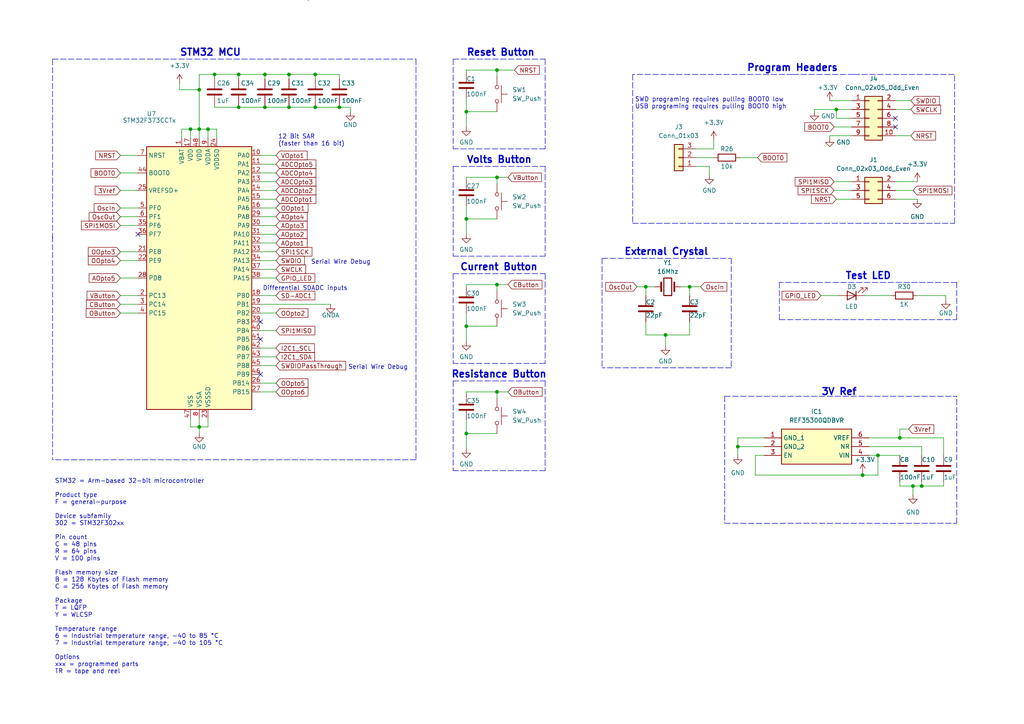
<source format=kicad_sch>
(kicad_sch (version 20230121) (generator eeschema)

  (uuid 788f5e22-1ad6-4d16-be78-9e5f6bf610d3)

  (paper "A4")

  (lib_symbols
    (symbol "Connector_Generic:Conn_01x03" (pin_names (offset 1.016) hide) (in_bom yes) (on_board yes)
      (property "Reference" "J" (at 0 5.08 0)
        (effects (font (size 1.27 1.27)))
      )
      (property "Value" "Conn_01x03" (at 0 -5.08 0)
        (effects (font (size 1.27 1.27)))
      )
      (property "Footprint" "" (at 0 0 0)
        (effects (font (size 1.27 1.27)) hide)
      )
      (property "Datasheet" "~" (at 0 0 0)
        (effects (font (size 1.27 1.27)) hide)
      )
      (property "ki_keywords" "connector" (at 0 0 0)
        (effects (font (size 1.27 1.27)) hide)
      )
      (property "ki_description" "Generic connector, single row, 01x03, script generated (kicad-library-utils/schlib/autogen/connector/)" (at 0 0 0)
        (effects (font (size 1.27 1.27)) hide)
      )
      (property "ki_fp_filters" "Connector*:*_1x??_*" (at 0 0 0)
        (effects (font (size 1.27 1.27)) hide)
      )
      (symbol "Conn_01x03_1_1"
        (rectangle (start -1.27 -2.413) (end 0 -2.667)
          (stroke (width 0.1524) (type default))
          (fill (type none))
        )
        (rectangle (start -1.27 0.127) (end 0 -0.127)
          (stroke (width 0.1524) (type default))
          (fill (type none))
        )
        (rectangle (start -1.27 2.667) (end 0 2.413)
          (stroke (width 0.1524) (type default))
          (fill (type none))
        )
        (rectangle (start -1.27 3.81) (end 1.27 -3.81)
          (stroke (width 0.254) (type default))
          (fill (type background))
        )
        (pin passive line (at -5.08 2.54 0) (length 3.81)
          (name "Pin_1" (effects (font (size 1.27 1.27))))
          (number "1" (effects (font (size 1.27 1.27))))
        )
        (pin passive line (at -5.08 0 0) (length 3.81)
          (name "Pin_2" (effects (font (size 1.27 1.27))))
          (number "2" (effects (font (size 1.27 1.27))))
        )
        (pin passive line (at -5.08 -2.54 0) (length 3.81)
          (name "Pin_3" (effects (font (size 1.27 1.27))))
          (number "3" (effects (font (size 1.27 1.27))))
        )
      )
    )
    (symbol "Connector_Generic:Conn_02x03_Odd_Even" (pin_names (offset 1.016) hide) (in_bom yes) (on_board yes)
      (property "Reference" "J" (at 1.27 5.08 0)
        (effects (font (size 1.27 1.27)))
      )
      (property "Value" "Conn_02x03_Odd_Even" (at 1.27 -5.08 0)
        (effects (font (size 1.27 1.27)))
      )
      (property "Footprint" "" (at 0 0 0)
        (effects (font (size 1.27 1.27)) hide)
      )
      (property "Datasheet" "~" (at 0 0 0)
        (effects (font (size 1.27 1.27)) hide)
      )
      (property "ki_keywords" "connector" (at 0 0 0)
        (effects (font (size 1.27 1.27)) hide)
      )
      (property "ki_description" "Generic connector, double row, 02x03, odd/even pin numbering scheme (row 1 odd numbers, row 2 even numbers), script generated (kicad-library-utils/schlib/autogen/connector/)" (at 0 0 0)
        (effects (font (size 1.27 1.27)) hide)
      )
      (property "ki_fp_filters" "Connector*:*_2x??_*" (at 0 0 0)
        (effects (font (size 1.27 1.27)) hide)
      )
      (symbol "Conn_02x03_Odd_Even_1_1"
        (rectangle (start -1.27 -2.413) (end 0 -2.667)
          (stroke (width 0.1524) (type default))
          (fill (type none))
        )
        (rectangle (start -1.27 0.127) (end 0 -0.127)
          (stroke (width 0.1524) (type default))
          (fill (type none))
        )
        (rectangle (start -1.27 2.667) (end 0 2.413)
          (stroke (width 0.1524) (type default))
          (fill (type none))
        )
        (rectangle (start -1.27 3.81) (end 3.81 -3.81)
          (stroke (width 0.254) (type default))
          (fill (type background))
        )
        (rectangle (start 3.81 -2.413) (end 2.54 -2.667)
          (stroke (width 0.1524) (type default))
          (fill (type none))
        )
        (rectangle (start 3.81 0.127) (end 2.54 -0.127)
          (stroke (width 0.1524) (type default))
          (fill (type none))
        )
        (rectangle (start 3.81 2.667) (end 2.54 2.413)
          (stroke (width 0.1524) (type default))
          (fill (type none))
        )
        (pin passive line (at -5.08 2.54 0) (length 3.81)
          (name "Pin_1" (effects (font (size 1.27 1.27))))
          (number "1" (effects (font (size 1.27 1.27))))
        )
        (pin passive line (at 7.62 2.54 180) (length 3.81)
          (name "Pin_2" (effects (font (size 1.27 1.27))))
          (number "2" (effects (font (size 1.27 1.27))))
        )
        (pin passive line (at -5.08 0 0) (length 3.81)
          (name "Pin_3" (effects (font (size 1.27 1.27))))
          (number "3" (effects (font (size 1.27 1.27))))
        )
        (pin passive line (at 7.62 0 180) (length 3.81)
          (name "Pin_4" (effects (font (size 1.27 1.27))))
          (number "4" (effects (font (size 1.27 1.27))))
        )
        (pin passive line (at -5.08 -2.54 0) (length 3.81)
          (name "Pin_5" (effects (font (size 1.27 1.27))))
          (number "5" (effects (font (size 1.27 1.27))))
        )
        (pin passive line (at 7.62 -2.54 180) (length 3.81)
          (name "Pin_6" (effects (font (size 1.27 1.27))))
          (number "6" (effects (font (size 1.27 1.27))))
        )
      )
    )
    (symbol "Connector_Generic:Conn_02x05_Odd_Even" (pin_names (offset 1.016) hide) (in_bom yes) (on_board yes)
      (property "Reference" "J" (at 1.27 7.62 0)
        (effects (font (size 1.27 1.27)))
      )
      (property "Value" "Conn_02x05_Odd_Even" (at 1.27 -7.62 0)
        (effects (font (size 1.27 1.27)))
      )
      (property "Footprint" "" (at 0 0 0)
        (effects (font (size 1.27 1.27)) hide)
      )
      (property "Datasheet" "~" (at 0 0 0)
        (effects (font (size 1.27 1.27)) hide)
      )
      (property "ki_keywords" "connector" (at 0 0 0)
        (effects (font (size 1.27 1.27)) hide)
      )
      (property "ki_description" "Generic connector, double row, 02x05, odd/even pin numbering scheme (row 1 odd numbers, row 2 even numbers), script generated (kicad-library-utils/schlib/autogen/connector/)" (at 0 0 0)
        (effects (font (size 1.27 1.27)) hide)
      )
      (property "ki_fp_filters" "Connector*:*_2x??_*" (at 0 0 0)
        (effects (font (size 1.27 1.27)) hide)
      )
      (symbol "Conn_02x05_Odd_Even_1_1"
        (rectangle (start -1.27 -4.953) (end 0 -5.207)
          (stroke (width 0.1524) (type default))
          (fill (type none))
        )
        (rectangle (start -1.27 -2.413) (end 0 -2.667)
          (stroke (width 0.1524) (type default))
          (fill (type none))
        )
        (rectangle (start -1.27 0.127) (end 0 -0.127)
          (stroke (width 0.1524) (type default))
          (fill (type none))
        )
        (rectangle (start -1.27 2.667) (end 0 2.413)
          (stroke (width 0.1524) (type default))
          (fill (type none))
        )
        (rectangle (start -1.27 5.207) (end 0 4.953)
          (stroke (width 0.1524) (type default))
          (fill (type none))
        )
        (rectangle (start -1.27 6.35) (end 3.81 -6.35)
          (stroke (width 0.254) (type default))
          (fill (type background))
        )
        (rectangle (start 3.81 -4.953) (end 2.54 -5.207)
          (stroke (width 0.1524) (type default))
          (fill (type none))
        )
        (rectangle (start 3.81 -2.413) (end 2.54 -2.667)
          (stroke (width 0.1524) (type default))
          (fill (type none))
        )
        (rectangle (start 3.81 0.127) (end 2.54 -0.127)
          (stroke (width 0.1524) (type default))
          (fill (type none))
        )
        (rectangle (start 3.81 2.667) (end 2.54 2.413)
          (stroke (width 0.1524) (type default))
          (fill (type none))
        )
        (rectangle (start 3.81 5.207) (end 2.54 4.953)
          (stroke (width 0.1524) (type default))
          (fill (type none))
        )
        (pin passive line (at -5.08 5.08 0) (length 3.81)
          (name "Pin_1" (effects (font (size 1.27 1.27))))
          (number "1" (effects (font (size 1.27 1.27))))
        )
        (pin passive line (at 7.62 -5.08 180) (length 3.81)
          (name "Pin_10" (effects (font (size 1.27 1.27))))
          (number "10" (effects (font (size 1.27 1.27))))
        )
        (pin passive line (at 7.62 5.08 180) (length 3.81)
          (name "Pin_2" (effects (font (size 1.27 1.27))))
          (number "2" (effects (font (size 1.27 1.27))))
        )
        (pin passive line (at -5.08 2.54 0) (length 3.81)
          (name "Pin_3" (effects (font (size 1.27 1.27))))
          (number "3" (effects (font (size 1.27 1.27))))
        )
        (pin passive line (at 7.62 2.54 180) (length 3.81)
          (name "Pin_4" (effects (font (size 1.27 1.27))))
          (number "4" (effects (font (size 1.27 1.27))))
        )
        (pin passive line (at -5.08 0 0) (length 3.81)
          (name "Pin_5" (effects (font (size 1.27 1.27))))
          (number "5" (effects (font (size 1.27 1.27))))
        )
        (pin passive line (at 7.62 0 180) (length 3.81)
          (name "Pin_6" (effects (font (size 1.27 1.27))))
          (number "6" (effects (font (size 1.27 1.27))))
        )
        (pin passive line (at -5.08 -2.54 0) (length 3.81)
          (name "Pin_7" (effects (font (size 1.27 1.27))))
          (number "7" (effects (font (size 1.27 1.27))))
        )
        (pin passive line (at 7.62 -2.54 180) (length 3.81)
          (name "Pin_8" (effects (font (size 1.27 1.27))))
          (number "8" (effects (font (size 1.27 1.27))))
        )
        (pin passive line (at -5.08 -5.08 0) (length 3.81)
          (name "Pin_9" (effects (font (size 1.27 1.27))))
          (number "9" (effects (font (size 1.27 1.27))))
        )
      )
    )
    (symbol "DMM_Library:REF35300QDBVR" (in_bom yes) (on_board yes)
      (property "Reference" "IC" (at 26.67 7.62 0)
        (effects (font (size 1.27 1.27)) (justify left top))
      )
      (property "Value" "REF35300QDBVR" (at 26.67 5.08 0)
        (effects (font (size 1.27 1.27)) (justify left top))
      )
      (property "Footprint" "SOT95P280X145-6N" (at 26.67 -94.92 0)
        (effects (font (size 1.27 1.27)) (justify left top) hide)
      )
      (property "Datasheet" "https://www.arrow.com/en/products/ref35300qdbvr/texas-instruments?region=nac" (at 26.67 -194.92 0)
        (effects (font (size 1.27 1.27)) (justify left top) hide)
      )
      (property "Height" "1.45" (at 26.67 -394.92 0)
        (effects (font (size 1.27 1.27)) (justify left top) hide)
      )
      (property "Mouser Part Number" "595-REF35300QDBVR" (at 26.67 -494.92 0)
        (effects (font (size 1.27 1.27)) (justify left top) hide)
      )
      (property "Mouser Price/Stock" "https://www.mouser.co.uk/ProductDetail/Texas-Instruments/REF35300QDBVR?qs=IPgv5n7u5QYxrXTSqKWiIQ%3D%3D" (at 26.67 -594.92 0)
        (effects (font (size 1.27 1.27)) (justify left top) hide)
      )
      (property "Manufacturer_Name" "Texas Instruments" (at 26.67 -694.92 0)
        (effects (font (size 1.27 1.27)) (justify left top) hide)
      )
      (property "Manufacturer_Part_Number" "REF35300QDBVR" (at 26.67 -794.92 0)
        (effects (font (size 1.27 1.27)) (justify left top) hide)
      )
      (property "ki_description" "Voltage References 650-nA quiescent current, 12-ppm/C drift, ultra-low-power precision voltage reference" (at 0 0 0)
        (effects (font (size 1.27 1.27)) hide)
      )
      (symbol "REF35300QDBVR_1_1"
        (rectangle (start 5.08 2.54) (end 25.4 -7.62)
          (stroke (width 0.254) (type default))
          (fill (type background))
        )
        (pin passive line (at 0 0 0) (length 5.08)
          (name "GND_1" (effects (font (size 1.27 1.27))))
          (number "1" (effects (font (size 1.27 1.27))))
        )
        (pin passive line (at 0 -2.54 0) (length 5.08)
          (name "GND_2" (effects (font (size 1.27 1.27))))
          (number "2" (effects (font (size 1.27 1.27))))
        )
        (pin passive line (at 0 -5.08 0) (length 5.08)
          (name "EN" (effects (font (size 1.27 1.27))))
          (number "3" (effects (font (size 1.27 1.27))))
        )
        (pin passive line (at 30.48 -5.08 180) (length 5.08)
          (name "VIN" (effects (font (size 1.27 1.27))))
          (number "4" (effects (font (size 1.27 1.27))))
        )
        (pin passive line (at 30.48 -2.54 180) (length 5.08)
          (name "NR" (effects (font (size 1.27 1.27))))
          (number "5" (effects (font (size 1.27 1.27))))
        )
        (pin passive line (at 30.48 0 180) (length 5.08)
          (name "VREF" (effects (font (size 1.27 1.27))))
          (number "6" (effects (font (size 1.27 1.27))))
        )
      )
    )
    (symbol "Device:C" (pin_numbers hide) (pin_names (offset 0.254)) (in_bom yes) (on_board yes)
      (property "Reference" "C" (at 0.635 2.54 0)
        (effects (font (size 1.27 1.27)) (justify left))
      )
      (property "Value" "C" (at 0.635 -2.54 0)
        (effects (font (size 1.27 1.27)) (justify left))
      )
      (property "Footprint" "" (at 0.9652 -3.81 0)
        (effects (font (size 1.27 1.27)) hide)
      )
      (property "Datasheet" "~" (at 0 0 0)
        (effects (font (size 1.27 1.27)) hide)
      )
      (property "ki_keywords" "cap capacitor" (at 0 0 0)
        (effects (font (size 1.27 1.27)) hide)
      )
      (property "ki_description" "Unpolarized capacitor" (at 0 0 0)
        (effects (font (size 1.27 1.27)) hide)
      )
      (property "ki_fp_filters" "C_*" (at 0 0 0)
        (effects (font (size 1.27 1.27)) hide)
      )
      (symbol "C_0_1"
        (polyline
          (pts
            (xy -2.032 -0.762)
            (xy 2.032 -0.762)
          )
          (stroke (width 0.508) (type default))
          (fill (type none))
        )
        (polyline
          (pts
            (xy -2.032 0.762)
            (xy 2.032 0.762)
          )
          (stroke (width 0.508) (type default))
          (fill (type none))
        )
      )
      (symbol "C_1_1"
        (pin passive line (at 0 3.81 270) (length 2.794)
          (name "~" (effects (font (size 1.27 1.27))))
          (number "1" (effects (font (size 1.27 1.27))))
        )
        (pin passive line (at 0 -3.81 90) (length 2.794)
          (name "~" (effects (font (size 1.27 1.27))))
          (number "2" (effects (font (size 1.27 1.27))))
        )
      )
    )
    (symbol "Device:Crystal" (pin_numbers hide) (pin_names (offset 1.016) hide) (in_bom yes) (on_board yes)
      (property "Reference" "Y" (at 0 3.81 0)
        (effects (font (size 1.27 1.27)))
      )
      (property "Value" "Crystal" (at 0 -3.81 0)
        (effects (font (size 1.27 1.27)))
      )
      (property "Footprint" "" (at 0 0 0)
        (effects (font (size 1.27 1.27)) hide)
      )
      (property "Datasheet" "~" (at 0 0 0)
        (effects (font (size 1.27 1.27)) hide)
      )
      (property "ki_keywords" "quartz ceramic resonator oscillator" (at 0 0 0)
        (effects (font (size 1.27 1.27)) hide)
      )
      (property "ki_description" "Two pin crystal" (at 0 0 0)
        (effects (font (size 1.27 1.27)) hide)
      )
      (property "ki_fp_filters" "Crystal*" (at 0 0 0)
        (effects (font (size 1.27 1.27)) hide)
      )
      (symbol "Crystal_0_1"
        (rectangle (start -1.143 2.54) (end 1.143 -2.54)
          (stroke (width 0.3048) (type default))
          (fill (type none))
        )
        (polyline
          (pts
            (xy -2.54 0)
            (xy -1.905 0)
          )
          (stroke (width 0) (type default))
          (fill (type none))
        )
        (polyline
          (pts
            (xy -1.905 -1.27)
            (xy -1.905 1.27)
          )
          (stroke (width 0.508) (type default))
          (fill (type none))
        )
        (polyline
          (pts
            (xy 1.905 -1.27)
            (xy 1.905 1.27)
          )
          (stroke (width 0.508) (type default))
          (fill (type none))
        )
        (polyline
          (pts
            (xy 2.54 0)
            (xy 1.905 0)
          )
          (stroke (width 0) (type default))
          (fill (type none))
        )
      )
      (symbol "Crystal_1_1"
        (pin passive line (at -3.81 0 0) (length 1.27)
          (name "1" (effects (font (size 1.27 1.27))))
          (number "1" (effects (font (size 1.27 1.27))))
        )
        (pin passive line (at 3.81 0 180) (length 1.27)
          (name "2" (effects (font (size 1.27 1.27))))
          (number "2" (effects (font (size 1.27 1.27))))
        )
      )
    )
    (symbol "Device:LED" (pin_numbers hide) (pin_names (offset 1.016) hide) (in_bom yes) (on_board yes)
      (property "Reference" "D" (at 0 2.54 0)
        (effects (font (size 1.27 1.27)))
      )
      (property "Value" "LED" (at 0 -2.54 0)
        (effects (font (size 1.27 1.27)))
      )
      (property "Footprint" "" (at 0 0 0)
        (effects (font (size 1.27 1.27)) hide)
      )
      (property "Datasheet" "~" (at 0 0 0)
        (effects (font (size 1.27 1.27)) hide)
      )
      (property "ki_keywords" "LED diode" (at 0 0 0)
        (effects (font (size 1.27 1.27)) hide)
      )
      (property "ki_description" "Light emitting diode" (at 0 0 0)
        (effects (font (size 1.27 1.27)) hide)
      )
      (property "ki_fp_filters" "LED* LED_SMD:* LED_THT:*" (at 0 0 0)
        (effects (font (size 1.27 1.27)) hide)
      )
      (symbol "LED_0_1"
        (polyline
          (pts
            (xy -1.27 -1.27)
            (xy -1.27 1.27)
          )
          (stroke (width 0.254) (type default))
          (fill (type none))
        )
        (polyline
          (pts
            (xy -1.27 0)
            (xy 1.27 0)
          )
          (stroke (width 0) (type default))
          (fill (type none))
        )
        (polyline
          (pts
            (xy 1.27 -1.27)
            (xy 1.27 1.27)
            (xy -1.27 0)
            (xy 1.27 -1.27)
          )
          (stroke (width 0.254) (type default))
          (fill (type none))
        )
        (polyline
          (pts
            (xy -3.048 -0.762)
            (xy -4.572 -2.286)
            (xy -3.81 -2.286)
            (xy -4.572 -2.286)
            (xy -4.572 -1.524)
          )
          (stroke (width 0) (type default))
          (fill (type none))
        )
        (polyline
          (pts
            (xy -1.778 -0.762)
            (xy -3.302 -2.286)
            (xy -2.54 -2.286)
            (xy -3.302 -2.286)
            (xy -3.302 -1.524)
          )
          (stroke (width 0) (type default))
          (fill (type none))
        )
      )
      (symbol "LED_1_1"
        (pin passive line (at -3.81 0 0) (length 2.54)
          (name "K" (effects (font (size 1.27 1.27))))
          (number "1" (effects (font (size 1.27 1.27))))
        )
        (pin passive line (at 3.81 0 180) (length 2.54)
          (name "A" (effects (font (size 1.27 1.27))))
          (number "2" (effects (font (size 1.27 1.27))))
        )
      )
    )
    (symbol "Device:R" (pin_numbers hide) (pin_names (offset 0)) (in_bom yes) (on_board yes)
      (property "Reference" "R" (at 2.032 0 90)
        (effects (font (size 1.27 1.27)))
      )
      (property "Value" "R" (at 0 0 90)
        (effects (font (size 1.27 1.27)))
      )
      (property "Footprint" "" (at -1.778 0 90)
        (effects (font (size 1.27 1.27)) hide)
      )
      (property "Datasheet" "~" (at 0 0 0)
        (effects (font (size 1.27 1.27)) hide)
      )
      (property "ki_keywords" "R res resistor" (at 0 0 0)
        (effects (font (size 1.27 1.27)) hide)
      )
      (property "ki_description" "Resistor" (at 0 0 0)
        (effects (font (size 1.27 1.27)) hide)
      )
      (property "ki_fp_filters" "R_*" (at 0 0 0)
        (effects (font (size 1.27 1.27)) hide)
      )
      (symbol "R_0_1"
        (rectangle (start -1.016 -2.54) (end 1.016 2.54)
          (stroke (width 0.254) (type default))
          (fill (type none))
        )
      )
      (symbol "R_1_1"
        (pin passive line (at 0 3.81 270) (length 1.27)
          (name "~" (effects (font (size 1.27 1.27))))
          (number "1" (effects (font (size 1.27 1.27))))
        )
        (pin passive line (at 0 -3.81 90) (length 1.27)
          (name "~" (effects (font (size 1.27 1.27))))
          (number "2" (effects (font (size 1.27 1.27))))
        )
      )
    )
    (symbol "MCU_ST_STM32F3:STM32F373CCTx" (in_bom yes) (on_board yes)
      (property "Reference" "U" (at -15.24 39.37 0)
        (effects (font (size 1.27 1.27)) (justify left))
      )
      (property "Value" "STM32F373CCTx" (at 7.62 39.37 0)
        (effects (font (size 1.27 1.27)) (justify left))
      )
      (property "Footprint" "Package_QFP:LQFP-48_7x7mm_P0.5mm" (at -15.24 -38.1 0)
        (effects (font (size 1.27 1.27)) (justify right) hide)
      )
      (property "Datasheet" "https://www.st.com/resource/en/datasheet/stm32f373cc.pdf" (at 0 0 0)
        (effects (font (size 1.27 1.27)) hide)
      )
      (property "ki_locked" "" (at 0 0 0)
        (effects (font (size 1.27 1.27)))
      )
      (property "ki_keywords" "Arm Cortex-M4 STM32F3 STM32F373" (at 0 0 0)
        (effects (font (size 1.27 1.27)) hide)
      )
      (property "ki_description" "STMicroelectronics Arm Cortex-M4 MCU, 256KB flash, 32KB RAM, 72 MHz, 2.0-3.6V, 37 GPIO, LQFP48" (at 0 0 0)
        (effects (font (size 1.27 1.27)) hide)
      )
      (property "ki_fp_filters" "LQFP*7x7mm*P0.5mm*" (at 0 0 0)
        (effects (font (size 1.27 1.27)) hide)
      )
      (symbol "STM32F373CCTx_0_1"
        (rectangle (start -15.24 -38.1) (end 15.24 38.1)
          (stroke (width 0.254) (type default))
          (fill (type background))
        )
      )
      (symbol "STM32F373CCTx_1_1"
        (pin power_in line (at -5.08 40.64 270) (length 2.54)
          (name "VBAT" (effects (font (size 1.27 1.27))))
          (number "1" (effects (font (size 1.27 1.27))))
        )
        (pin bidirectional line (at 17.78 35.56 180) (length 2.54)
          (name "PA0" (effects (font (size 1.27 1.27))))
          (number "10" (effects (font (size 1.27 1.27))))
          (alternate "ADC1_IN0" bidirectional line)
          (alternate "COMP1_INM" bidirectional line)
          (alternate "COMP1_OUT" bidirectional line)
          (alternate "RTC_TAMP2" bidirectional line)
          (alternate "SYS_WKUP1" bidirectional line)
          (alternate "TIM19_CH1" bidirectional line)
          (alternate "TIM2_CH1" bidirectional line)
          (alternate "TIM2_ETR" bidirectional line)
          (alternate "TIM5_CH1" bidirectional line)
          (alternate "TIM5_ETR" bidirectional line)
          (alternate "TSC_G1_IO1" bidirectional line)
          (alternate "USART2_CTS" bidirectional line)
        )
        (pin bidirectional line (at 17.78 33.02 180) (length 2.54)
          (name "PA1" (effects (font (size 1.27 1.27))))
          (number "11" (effects (font (size 1.27 1.27))))
          (alternate "ADC1_IN1" bidirectional line)
          (alternate "COMP1_INP" bidirectional line)
          (alternate "I2S3_CK" bidirectional line)
          (alternate "RTC_REFIN" bidirectional line)
          (alternate "SPI3_SCK" bidirectional line)
          (alternate "TIM15_CH1N" bidirectional line)
          (alternate "TIM19_CH2" bidirectional line)
          (alternate "TIM2_CH2" bidirectional line)
          (alternate "TIM5_CH2" bidirectional line)
          (alternate "TSC_G1_IO2" bidirectional line)
          (alternate "USART2_DE" bidirectional line)
          (alternate "USART2_RTS" bidirectional line)
        )
        (pin bidirectional line (at 17.78 30.48 180) (length 2.54)
          (name "PA2" (effects (font (size 1.27 1.27))))
          (number "12" (effects (font (size 1.27 1.27))))
          (alternate "ADC1_IN2" bidirectional line)
          (alternate "COMP2_INM" bidirectional line)
          (alternate "COMP2_OUT" bidirectional line)
          (alternate "I2S3_MCK" bidirectional line)
          (alternate "SPI3_MISO" bidirectional line)
          (alternate "TIM15_CH1" bidirectional line)
          (alternate "TIM19_CH3" bidirectional line)
          (alternate "TIM2_CH3" bidirectional line)
          (alternate "TIM5_CH3" bidirectional line)
          (alternate "TSC_G1_IO3" bidirectional line)
          (alternate "USART2_TX" bidirectional line)
        )
        (pin bidirectional line (at 17.78 27.94 180) (length 2.54)
          (name "PA3" (effects (font (size 1.27 1.27))))
          (number "13" (effects (font (size 1.27 1.27))))
          (alternate "ADC1_IN3" bidirectional line)
          (alternate "COMP2_INP" bidirectional line)
          (alternate "I2S3_SD" bidirectional line)
          (alternate "SPI3_MOSI" bidirectional line)
          (alternate "TIM15_CH2" bidirectional line)
          (alternate "TIM19_CH4" bidirectional line)
          (alternate "TIM2_CH4" bidirectional line)
          (alternate "TIM5_CH4" bidirectional line)
          (alternate "TSC_G1_IO4" bidirectional line)
          (alternate "USART2_RX" bidirectional line)
        )
        (pin bidirectional line (at 17.78 25.4 180) (length 2.54)
          (name "PA4" (effects (font (size 1.27 1.27))))
          (number "14" (effects (font (size 1.27 1.27))))
          (alternate "ADC1_IN4" bidirectional line)
          (alternate "DAC1_OUT1" bidirectional line)
          (alternate "I2S1_WS" bidirectional line)
          (alternate "I2S3_WS" bidirectional line)
          (alternate "SPI1_NSS" bidirectional line)
          (alternate "SPI3_NSS" bidirectional line)
          (alternate "TIM12_CH1" bidirectional line)
          (alternate "TIM3_CH2" bidirectional line)
          (alternate "TSC_G2_IO1" bidirectional line)
          (alternate "USART2_CK" bidirectional line)
        )
        (pin bidirectional line (at 17.78 22.86 180) (length 2.54)
          (name "PA5" (effects (font (size 1.27 1.27))))
          (number "15" (effects (font (size 1.27 1.27))))
          (alternate "ADC1_IN5" bidirectional line)
          (alternate "CEC" bidirectional line)
          (alternate "DAC1_OUT2" bidirectional line)
          (alternate "I2S1_CK" bidirectional line)
          (alternate "SPI1_SCK" bidirectional line)
          (alternate "TIM12_CH2" bidirectional line)
          (alternate "TIM14_CH1" bidirectional line)
          (alternate "TIM2_CH1" bidirectional line)
          (alternate "TIM2_ETR" bidirectional line)
          (alternate "TSC_G2_IO2" bidirectional line)
        )
        (pin bidirectional line (at 17.78 20.32 180) (length 2.54)
          (name "PA6" (effects (font (size 1.27 1.27))))
          (number "16" (effects (font (size 1.27 1.27))))
          (alternate "ADC1_IN6" bidirectional line)
          (alternate "COMP1_OUT" bidirectional line)
          (alternate "DAC2_OUT1" bidirectional line)
          (alternate "I2S1_MCK" bidirectional line)
          (alternate "SPI1_MISO" bidirectional line)
          (alternate "TIM13_CH1" bidirectional line)
          (alternate "TIM16_CH1" bidirectional line)
          (alternate "TIM3_CH1" bidirectional line)
          (alternate "TSC_G2_IO3" bidirectional line)
        )
        (pin power_in line (at -2.54 40.64 270) (length 2.54)
          (name "VDD" (effects (font (size 1.27 1.27))))
          (number "17" (effects (font (size 1.27 1.27))))
        )
        (pin bidirectional line (at 17.78 -5.08 180) (length 2.54)
          (name "PB0" (effects (font (size 1.27 1.27))))
          (number "18" (effects (font (size 1.27 1.27))))
          (alternate "ADC1_IN8" bidirectional line)
          (alternate "I2S1_SD" bidirectional line)
          (alternate "SDADC1_AIN6P" bidirectional line)
          (alternate "SPI1_MOSI" bidirectional line)
          (alternate "TIM3_CH2" bidirectional line)
          (alternate "TIM3_CH3" bidirectional line)
          (alternate "TSC_G3_IO3" bidirectional line)
        )
        (pin bidirectional line (at 17.78 -7.62 180) (length 2.54)
          (name "PB1" (effects (font (size 1.27 1.27))))
          (number "19" (effects (font (size 1.27 1.27))))
          (alternate "ADC1_IN9" bidirectional line)
          (alternate "SDADC1_AIN5P" bidirectional line)
          (alternate "SDADC1_AIN6M" bidirectional line)
          (alternate "TIM3_CH4" bidirectional line)
          (alternate "TSC_G3_IO4" bidirectional line)
        )
        (pin bidirectional line (at -17.78 -5.08 0) (length 2.54)
          (name "PC13" (effects (font (size 1.27 1.27))))
          (number "2" (effects (font (size 1.27 1.27))))
          (alternate "RTC_OUT_ALARM" bidirectional line)
          (alternate "RTC_OUT_CALIB" bidirectional line)
          (alternate "RTC_TAMP1" bidirectional line)
          (alternate "RTC_TS" bidirectional line)
          (alternate "SYS_WKUP2" bidirectional line)
        )
        (pin bidirectional line (at 17.78 -10.16 180) (length 2.54)
          (name "PB2" (effects (font (size 1.27 1.27))))
          (number "20" (effects (font (size 1.27 1.27))))
          (alternate "SDADC1_AIN4P" bidirectional line)
          (alternate "SDADC2_AIN6P" bidirectional line)
        )
        (pin bidirectional line (at -17.78 7.62 0) (length 2.54)
          (name "PE8" (effects (font (size 1.27 1.27))))
          (number "21" (effects (font (size 1.27 1.27))))
          (alternate "SDADC1_AIN8P" bidirectional line)
          (alternate "SDADC2_AIN8P" bidirectional line)
        )
        (pin bidirectional line (at -17.78 5.08 0) (length 2.54)
          (name "PE9" (effects (font (size 1.27 1.27))))
          (number "22" (effects (font (size 1.27 1.27))))
          (alternate "DAC1_EXTI9" bidirectional line)
          (alternate "DAC2_EXTI9" bidirectional line)
          (alternate "SDADC1_AIN7P" bidirectional line)
          (alternate "SDADC1_AIN8M" bidirectional line)
          (alternate "SDADC2_AIN7P" bidirectional line)
          (alternate "SDADC2_AIN8M" bidirectional line)
        )
        (pin power_in line (at 2.54 -40.64 90) (length 2.54)
          (name "VSSSD" (effects (font (size 1.27 1.27))))
          (number "23" (effects (font (size 1.27 1.27))))
        )
        (pin power_in line (at 5.08 40.64 270) (length 2.54)
          (name "VDDSD" (effects (font (size 1.27 1.27))))
          (number "24" (effects (font (size 1.27 1.27))))
        )
        (pin input line (at -17.78 25.4 0) (length 2.54)
          (name "VREFSD+" (effects (font (size 1.27 1.27))))
          (number "25" (effects (font (size 1.27 1.27))))
        )
        (pin bidirectional line (at 17.78 -30.48 180) (length 2.54)
          (name "PB14" (effects (font (size 1.27 1.27))))
          (number "26" (effects (font (size 1.27 1.27))))
          (alternate "I2S2_MCK" bidirectional line)
          (alternate "SDADC3_AIN8P" bidirectional line)
          (alternate "SPI2_MISO" bidirectional line)
          (alternate "TIM12_CH1" bidirectional line)
          (alternate "TIM15_CH1" bidirectional line)
          (alternate "TSC_G6_IO1" bidirectional line)
          (alternate "USART3_DE" bidirectional line)
          (alternate "USART3_RTS" bidirectional line)
        )
        (pin bidirectional line (at 17.78 -33.02 180) (length 2.54)
          (name "PB15" (effects (font (size 1.27 1.27))))
          (number "27" (effects (font (size 1.27 1.27))))
          (alternate "ADC1_EXTI15" bidirectional line)
          (alternate "I2S2_SD" bidirectional line)
          (alternate "RTC_REFIN" bidirectional line)
          (alternate "SDADC1_EXTI15" bidirectional line)
          (alternate "SDADC2_EXTI15" bidirectional line)
          (alternate "SDADC3_AIN7P" bidirectional line)
          (alternate "SDADC3_AIN8M" bidirectional line)
          (alternate "SDADC3_EXTI15" bidirectional line)
          (alternate "SPI2_MOSI" bidirectional line)
          (alternate "TIM12_CH2" bidirectional line)
          (alternate "TIM15_CH1N" bidirectional line)
          (alternate "TIM15_CH2" bidirectional line)
          (alternate "TSC_G6_IO2" bidirectional line)
        )
        (pin bidirectional line (at -17.78 0 0) (length 2.54)
          (name "PD8" (effects (font (size 1.27 1.27))))
          (number "28" (effects (font (size 1.27 1.27))))
          (alternate "I2S2_CK" bidirectional line)
          (alternate "SDADC3_AIN6P" bidirectional line)
          (alternate "SPI2_SCK" bidirectional line)
          (alternate "TSC_G6_IO3" bidirectional line)
          (alternate "USART3_TX" bidirectional line)
        )
        (pin bidirectional line (at 17.78 17.78 180) (length 2.54)
          (name "PA8" (effects (font (size 1.27 1.27))))
          (number "29" (effects (font (size 1.27 1.27))))
          (alternate "I2C2_SMBA" bidirectional line)
          (alternate "I2S2_CK" bidirectional line)
          (alternate "RCC_MCO" bidirectional line)
          (alternate "SPI2_SCK" bidirectional line)
          (alternate "TIM4_ETR" bidirectional line)
          (alternate "TIM5_CH1" bidirectional line)
          (alternate "TIM5_ETR" bidirectional line)
          (alternate "USART1_CK" bidirectional line)
        )
        (pin bidirectional line (at -17.78 -7.62 0) (length 2.54)
          (name "PC14" (effects (font (size 1.27 1.27))))
          (number "3" (effects (font (size 1.27 1.27))))
          (alternate "RCC_OSC32_IN" bidirectional line)
        )
        (pin bidirectional line (at 17.78 15.24 180) (length 2.54)
          (name "PA9" (effects (font (size 1.27 1.27))))
          (number "30" (effects (font (size 1.27 1.27))))
          (alternate "DAC1_EXTI9" bidirectional line)
          (alternate "DAC2_EXTI9" bidirectional line)
          (alternate "I2C2_SCL" bidirectional line)
          (alternate "I2S2_MCK" bidirectional line)
          (alternate "SPI2_MISO" bidirectional line)
          (alternate "TIM13_CH1" bidirectional line)
          (alternate "TIM15_BKIN" bidirectional line)
          (alternate "TIM2_CH3" bidirectional line)
          (alternate "TSC_G4_IO1" bidirectional line)
          (alternate "USART1_TX" bidirectional line)
        )
        (pin bidirectional line (at 17.78 12.7 180) (length 2.54)
          (name "PA10" (effects (font (size 1.27 1.27))))
          (number "31" (effects (font (size 1.27 1.27))))
          (alternate "I2C2_SDA" bidirectional line)
          (alternate "I2S2_SD" bidirectional line)
          (alternate "SPI2_MOSI" bidirectional line)
          (alternate "TIM14_CH1" bidirectional line)
          (alternate "TIM17_BKIN" bidirectional line)
          (alternate "TIM2_CH4" bidirectional line)
          (alternate "TSC_G4_IO2" bidirectional line)
          (alternate "USART1_RX" bidirectional line)
        )
        (pin bidirectional line (at 17.78 10.16 180) (length 2.54)
          (name "PA11" (effects (font (size 1.27 1.27))))
          (number "32" (effects (font (size 1.27 1.27))))
          (alternate "ADC1_EXTI11" bidirectional line)
          (alternate "CAN_RX" bidirectional line)
          (alternate "COMP1_OUT" bidirectional line)
          (alternate "I2S1_WS" bidirectional line)
          (alternate "I2S2_WS" bidirectional line)
          (alternate "SDADC1_EXTI11" bidirectional line)
          (alternate "SDADC2_EXTI11" bidirectional line)
          (alternate "SDADC3_EXTI11" bidirectional line)
          (alternate "SPI1_NSS" bidirectional line)
          (alternate "SPI2_NSS" bidirectional line)
          (alternate "TIM4_CH1" bidirectional line)
          (alternate "TIM5_CH2" bidirectional line)
          (alternate "USART1_CTS" bidirectional line)
          (alternate "USB_DM" bidirectional line)
        )
        (pin bidirectional line (at 17.78 7.62 180) (length 2.54)
          (name "PA12" (effects (font (size 1.27 1.27))))
          (number "33" (effects (font (size 1.27 1.27))))
          (alternate "CAN_TX" bidirectional line)
          (alternate "COMP2_OUT" bidirectional line)
          (alternate "I2S1_CK" bidirectional line)
          (alternate "SPI1_SCK" bidirectional line)
          (alternate "TIM16_CH1" bidirectional line)
          (alternate "TIM4_CH2" bidirectional line)
          (alternate "TIM5_CH3" bidirectional line)
          (alternate "USART1_DE" bidirectional line)
          (alternate "USART1_RTS" bidirectional line)
          (alternate "USB_DP" bidirectional line)
        )
        (pin bidirectional line (at 17.78 5.08 180) (length 2.54)
          (name "PA13" (effects (font (size 1.27 1.27))))
          (number "34" (effects (font (size 1.27 1.27))))
          (alternate "I2S1_MCK" bidirectional line)
          (alternate "IR_OUT" bidirectional line)
          (alternate "SPI1_MISO" bidirectional line)
          (alternate "SYS_JTMS-SWDIO" bidirectional line)
          (alternate "TIM16_CH1N" bidirectional line)
          (alternate "TIM4_CH3" bidirectional line)
          (alternate "TIM5_CH4" bidirectional line)
          (alternate "TSC_G4_IO3" bidirectional line)
          (alternate "USART3_CTS" bidirectional line)
        )
        (pin bidirectional line (at -17.78 15.24 0) (length 2.54)
          (name "PF6" (effects (font (size 1.27 1.27))))
          (number "35" (effects (font (size 1.27 1.27))))
          (alternate "I2C2_SCL" bidirectional line)
          (alternate "I2S1_SD" bidirectional line)
          (alternate "SPI1_MOSI" bidirectional line)
          (alternate "TIM4_CH4" bidirectional line)
          (alternate "USART3_DE" bidirectional line)
          (alternate "USART3_RTS" bidirectional line)
        )
        (pin bidirectional line (at -17.78 12.7 0) (length 2.54)
          (name "PF7" (effects (font (size 1.27 1.27))))
          (number "36" (effects (font (size 1.27 1.27))))
          (alternate "I2C2_SDA" bidirectional line)
          (alternate "USART2_CK" bidirectional line)
        )
        (pin bidirectional line (at 17.78 2.54 180) (length 2.54)
          (name "PA14" (effects (font (size 1.27 1.27))))
          (number "37" (effects (font (size 1.27 1.27))))
          (alternate "I2C1_SDA" bidirectional line)
          (alternate "SYS_JTCK-SWCLK" bidirectional line)
          (alternate "TIM12_CH1" bidirectional line)
          (alternate "TSC_G4_IO4" bidirectional line)
        )
        (pin bidirectional line (at 17.78 0 180) (length 2.54)
          (name "PA15" (effects (font (size 1.27 1.27))))
          (number "38" (effects (font (size 1.27 1.27))))
          (alternate "ADC1_EXTI15" bidirectional line)
          (alternate "I2C1_SCL" bidirectional line)
          (alternate "I2S1_WS" bidirectional line)
          (alternate "I2S3_WS" bidirectional line)
          (alternate "SDADC1_EXTI15" bidirectional line)
          (alternate "SDADC2_EXTI15" bidirectional line)
          (alternate "SDADC3_EXTI15" bidirectional line)
          (alternate "SPI1_NSS" bidirectional line)
          (alternate "SPI3_NSS" bidirectional line)
          (alternate "SYS_JTDI" bidirectional line)
          (alternate "TIM12_CH2" bidirectional line)
          (alternate "TIM2_CH1" bidirectional line)
          (alternate "TIM2_ETR" bidirectional line)
          (alternate "TSC_SYNC" bidirectional line)
        )
        (pin bidirectional line (at 17.78 -12.7 180) (length 2.54)
          (name "PB3" (effects (font (size 1.27 1.27))))
          (number "39" (effects (font (size 1.27 1.27))))
          (alternate "I2S1_CK" bidirectional line)
          (alternate "I2S3_CK" bidirectional line)
          (alternate "SPI1_SCK" bidirectional line)
          (alternate "SPI3_SCK" bidirectional line)
          (alternate "SYS_JTDO-TRACESWO" bidirectional line)
          (alternate "TIM13_CH1" bidirectional line)
          (alternate "TIM2_CH2" bidirectional line)
          (alternate "TIM3_ETR" bidirectional line)
          (alternate "TIM4_ETR" bidirectional line)
          (alternate "TSC_G5_IO1" bidirectional line)
          (alternate "USART2_TX" bidirectional line)
        )
        (pin bidirectional line (at -17.78 -10.16 0) (length 2.54)
          (name "PC15" (effects (font (size 1.27 1.27))))
          (number "4" (effects (font (size 1.27 1.27))))
          (alternate "ADC1_EXTI15" bidirectional line)
          (alternate "RCC_OSC32_OUT" bidirectional line)
          (alternate "SDADC1_EXTI15" bidirectional line)
          (alternate "SDADC2_EXTI15" bidirectional line)
          (alternate "SDADC3_EXTI15" bidirectional line)
        )
        (pin bidirectional line (at 17.78 -15.24 180) (length 2.54)
          (name "PB4" (effects (font (size 1.27 1.27))))
          (number "40" (effects (font (size 1.27 1.27))))
          (alternate "I2S1_MCK" bidirectional line)
          (alternate "I2S3_MCK" bidirectional line)
          (alternate "SPI1_MISO" bidirectional line)
          (alternate "SPI3_MISO" bidirectional line)
          (alternate "SYS_NJTRST" bidirectional line)
          (alternate "TIM15_CH1N" bidirectional line)
          (alternate "TIM16_CH1" bidirectional line)
          (alternate "TIM17_BKIN" bidirectional line)
          (alternate "TIM3_CH1" bidirectional line)
          (alternate "TSC_G5_IO2" bidirectional line)
          (alternate "USART2_RX" bidirectional line)
        )
        (pin bidirectional line (at 17.78 -17.78 180) (length 2.54)
          (name "PB5" (effects (font (size 1.27 1.27))))
          (number "41" (effects (font (size 1.27 1.27))))
          (alternate "I2C1_SMBA" bidirectional line)
          (alternate "I2S1_SD" bidirectional line)
          (alternate "I2S3_SD" bidirectional line)
          (alternate "SPI1_MOSI" bidirectional line)
          (alternate "SPI3_MOSI" bidirectional line)
          (alternate "TIM16_BKIN" bidirectional line)
          (alternate "TIM17_CH1" bidirectional line)
          (alternate "TIM19_ETR" bidirectional line)
          (alternate "TIM3_CH2" bidirectional line)
          (alternate "USART2_CK" bidirectional line)
        )
        (pin bidirectional line (at 17.78 -20.32 180) (length 2.54)
          (name "PB6" (effects (font (size 1.27 1.27))))
          (number "42" (effects (font (size 1.27 1.27))))
          (alternate "I2C1_SCL" bidirectional line)
          (alternate "TIM15_CH1" bidirectional line)
          (alternate "TIM16_CH1N" bidirectional line)
          (alternate "TIM19_CH1" bidirectional line)
          (alternate "TIM3_CH3" bidirectional line)
          (alternate "TIM4_CH1" bidirectional line)
          (alternate "TSC_G5_IO3" bidirectional line)
          (alternate "USART1_TX" bidirectional line)
        )
        (pin bidirectional line (at 17.78 -22.86 180) (length 2.54)
          (name "PB7" (effects (font (size 1.27 1.27))))
          (number "43" (effects (font (size 1.27 1.27))))
          (alternate "I2C1_SDA" bidirectional line)
          (alternate "TIM15_CH2" bidirectional line)
          (alternate "TIM17_CH1N" bidirectional line)
          (alternate "TIM19_CH2" bidirectional line)
          (alternate "TIM3_CH4" bidirectional line)
          (alternate "TIM4_CH2" bidirectional line)
          (alternate "TSC_G5_IO4" bidirectional line)
          (alternate "USART1_RX" bidirectional line)
        )
        (pin input line (at -17.78 30.48 0) (length 2.54)
          (name "BOOT0" (effects (font (size 1.27 1.27))))
          (number "44" (effects (font (size 1.27 1.27))))
        )
        (pin bidirectional line (at 17.78 -25.4 180) (length 2.54)
          (name "PB8" (effects (font (size 1.27 1.27))))
          (number "45" (effects (font (size 1.27 1.27))))
          (alternate "CAN_RX" bidirectional line)
          (alternate "CEC" bidirectional line)
          (alternate "COMP1_OUT" bidirectional line)
          (alternate "I2C1_SCL" bidirectional line)
          (alternate "I2S2_CK" bidirectional line)
          (alternate "SPI2_SCK" bidirectional line)
          (alternate "TIM16_CH1" bidirectional line)
          (alternate "TIM19_CH3" bidirectional line)
          (alternate "TIM4_CH3" bidirectional line)
          (alternate "TSC_SYNC" bidirectional line)
          (alternate "USART3_TX" bidirectional line)
        )
        (pin bidirectional line (at 17.78 -27.94 180) (length 2.54)
          (name "PB9" (effects (font (size 1.27 1.27))))
          (number "46" (effects (font (size 1.27 1.27))))
          (alternate "CAN_TX" bidirectional line)
          (alternate "COMP2_OUT" bidirectional line)
          (alternate "DAC1_EXTI9" bidirectional line)
          (alternate "DAC2_EXTI9" bidirectional line)
          (alternate "I2C1_SDA" bidirectional line)
          (alternate "I2S2_WS" bidirectional line)
          (alternate "IR_OUT" bidirectional line)
          (alternate "SPI2_NSS" bidirectional line)
          (alternate "TIM17_CH1" bidirectional line)
          (alternate "TIM19_CH4" bidirectional line)
          (alternate "TIM4_CH4" bidirectional line)
          (alternate "USART3_RX" bidirectional line)
        )
        (pin power_in line (at -2.54 -40.64 90) (length 2.54)
          (name "VSS" (effects (font (size 1.27 1.27))))
          (number "47" (effects (font (size 1.27 1.27))))
        )
        (pin power_in line (at 0 40.64 270) (length 2.54)
          (name "VDD" (effects (font (size 1.27 1.27))))
          (number "48" (effects (font (size 1.27 1.27))))
        )
        (pin bidirectional line (at -17.78 20.32 0) (length 2.54)
          (name "PF0" (effects (font (size 1.27 1.27))))
          (number "5" (effects (font (size 1.27 1.27))))
          (alternate "I2C2_SDA" bidirectional line)
          (alternate "RCC_OSC_IN" bidirectional line)
        )
        (pin bidirectional line (at -17.78 17.78 0) (length 2.54)
          (name "PF1" (effects (font (size 1.27 1.27))))
          (number "6" (effects (font (size 1.27 1.27))))
          (alternate "I2C2_SCL" bidirectional line)
          (alternate "RCC_OSC_OUT" bidirectional line)
        )
        (pin input line (at -17.78 35.56 0) (length 2.54)
          (name "NRST" (effects (font (size 1.27 1.27))))
          (number "7" (effects (font (size 1.27 1.27))))
        )
        (pin power_in line (at 0 -40.64 90) (length 2.54)
          (name "VSSA" (effects (font (size 1.27 1.27))))
          (number "8" (effects (font (size 1.27 1.27))))
        )
        (pin power_in line (at 2.54 40.64 270) (length 2.54)
          (name "VDDA" (effects (font (size 1.27 1.27))))
          (number "9" (effects (font (size 1.27 1.27))))
        )
      )
    )
    (symbol "Switch:SW_Push" (pin_numbers hide) (pin_names (offset 1.016) hide) (in_bom yes) (on_board yes)
      (property "Reference" "SW" (at 1.27 2.54 0)
        (effects (font (size 1.27 1.27)) (justify left))
      )
      (property "Value" "SW_Push" (at 0 -1.524 0)
        (effects (font (size 1.27 1.27)))
      )
      (property "Footprint" "" (at 0 5.08 0)
        (effects (font (size 1.27 1.27)) hide)
      )
      (property "Datasheet" "~" (at 0 5.08 0)
        (effects (font (size 1.27 1.27)) hide)
      )
      (property "ki_keywords" "switch normally-open pushbutton push-button" (at 0 0 0)
        (effects (font (size 1.27 1.27)) hide)
      )
      (property "ki_description" "Push button switch, generic, two pins" (at 0 0 0)
        (effects (font (size 1.27 1.27)) hide)
      )
      (symbol "SW_Push_0_1"
        (circle (center -2.032 0) (radius 0.508)
          (stroke (width 0) (type default))
          (fill (type none))
        )
        (polyline
          (pts
            (xy 0 1.27)
            (xy 0 3.048)
          )
          (stroke (width 0) (type default))
          (fill (type none))
        )
        (polyline
          (pts
            (xy 2.54 1.27)
            (xy -2.54 1.27)
          )
          (stroke (width 0) (type default))
          (fill (type none))
        )
        (circle (center 2.032 0) (radius 0.508)
          (stroke (width 0) (type default))
          (fill (type none))
        )
        (pin passive line (at -5.08 0 0) (length 2.54)
          (name "1" (effects (font (size 1.27 1.27))))
          (number "1" (effects (font (size 1.27 1.27))))
        )
        (pin passive line (at 5.08 0 180) (length 2.54)
          (name "2" (effects (font (size 1.27 1.27))))
          (number "2" (effects (font (size 1.27 1.27))))
        )
      )
    )
    (symbol "power:+3.3V" (power) (pin_names (offset 0)) (in_bom yes) (on_board yes)
      (property "Reference" "#PWR" (at 0 -3.81 0)
        (effects (font (size 1.27 1.27)) hide)
      )
      (property "Value" "+3.3V" (at 0 3.556 0)
        (effects (font (size 1.27 1.27)))
      )
      (property "Footprint" "" (at 0 0 0)
        (effects (font (size 1.27 1.27)) hide)
      )
      (property "Datasheet" "" (at 0 0 0)
        (effects (font (size 1.27 1.27)) hide)
      )
      (property "ki_keywords" "global power" (at 0 0 0)
        (effects (font (size 1.27 1.27)) hide)
      )
      (property "ki_description" "Power symbol creates a global label with name \"+3.3V\"" (at 0 0 0)
        (effects (font (size 1.27 1.27)) hide)
      )
      (symbol "+3.3V_0_1"
        (polyline
          (pts
            (xy -0.762 1.27)
            (xy 0 2.54)
          )
          (stroke (width 0) (type default))
          (fill (type none))
        )
        (polyline
          (pts
            (xy 0 0)
            (xy 0 2.54)
          )
          (stroke (width 0) (type default))
          (fill (type none))
        )
        (polyline
          (pts
            (xy 0 2.54)
            (xy 0.762 1.27)
          )
          (stroke (width 0) (type default))
          (fill (type none))
        )
      )
      (symbol "+3.3V_1_1"
        (pin power_in line (at 0 0 90) (length 0) hide
          (name "+3.3V" (effects (font (size 1.27 1.27))))
          (number "1" (effects (font (size 1.27 1.27))))
        )
      )
    )
    (symbol "power:GND" (power) (pin_names (offset 0)) (in_bom yes) (on_board yes)
      (property "Reference" "#PWR" (at 0 -6.35 0)
        (effects (font (size 1.27 1.27)) hide)
      )
      (property "Value" "GND" (at 0 -3.81 0)
        (effects (font (size 1.27 1.27)))
      )
      (property "Footprint" "" (at 0 0 0)
        (effects (font (size 1.27 1.27)) hide)
      )
      (property "Datasheet" "" (at 0 0 0)
        (effects (font (size 1.27 1.27)) hide)
      )
      (property "ki_keywords" "global power" (at 0 0 0)
        (effects (font (size 1.27 1.27)) hide)
      )
      (property "ki_description" "Power symbol creates a global label with name \"GND\" , ground" (at 0 0 0)
        (effects (font (size 1.27 1.27)) hide)
      )
      (symbol "GND_0_1"
        (polyline
          (pts
            (xy 0 0)
            (xy 0 -1.27)
            (xy 1.27 -1.27)
            (xy 0 -2.54)
            (xy -1.27 -1.27)
            (xy 0 -1.27)
          )
          (stroke (width 0) (type default))
          (fill (type none))
        )
      )
      (symbol "GND_1_1"
        (pin power_in line (at 0 0 270) (length 0) hide
          (name "GND" (effects (font (size 1.27 1.27))))
          (number "1" (effects (font (size 1.27 1.27))))
        )
      )
    )
    (symbol "power:GNDA" (power) (pin_names (offset 0)) (in_bom yes) (on_board yes)
      (property "Reference" "#PWR" (at 0 -6.35 0)
        (effects (font (size 1.27 1.27)) hide)
      )
      (property "Value" "GNDA" (at 0 -3.81 0)
        (effects (font (size 1.27 1.27)))
      )
      (property "Footprint" "" (at 0 0 0)
        (effects (font (size 1.27 1.27)) hide)
      )
      (property "Datasheet" "" (at 0 0 0)
        (effects (font (size 1.27 1.27)) hide)
      )
      (property "ki_keywords" "global power" (at 0 0 0)
        (effects (font (size 1.27 1.27)) hide)
      )
      (property "ki_description" "Power symbol creates a global label with name \"GNDA\" , analog ground" (at 0 0 0)
        (effects (font (size 1.27 1.27)) hide)
      )
      (symbol "GNDA_0_1"
        (polyline
          (pts
            (xy 0 0)
            (xy 0 -1.27)
            (xy 1.27 -1.27)
            (xy 0 -2.54)
            (xy -1.27 -1.27)
            (xy 0 -1.27)
          )
          (stroke (width 0) (type default))
          (fill (type none))
        )
      )
      (symbol "GNDA_1_1"
        (pin power_in line (at 0 0 270) (length 0) hide
          (name "GNDA" (effects (font (size 1.27 1.27))))
          (number "1" (effects (font (size 1.27 1.27))))
        )
      )
    )
  )

  (junction (at 57.785 37.465) (diameter 0) (color 0 0 0 0)
    (uuid 00941e8d-085b-43c4-81ae-e02a4a457e01)
  )
  (junction (at 213.995 129.54) (diameter 0) (color 0 0 0 0)
    (uuid 0416db50-ec0d-4d61-9236-6d3c7c27d724)
  )
  (junction (at 76.835 21.59) (diameter 0) (color 0 0 0 0)
    (uuid 0e338b22-6517-4971-bbe3-4c47f69df589)
  )
  (junction (at 135.255 125.73) (diameter 0) (color 0 0 0 0)
    (uuid 1af333d5-08d7-4f74-b005-19e140e0e95b)
  )
  (junction (at 144.145 20.32) (diameter 0) (color 0 0 0 0)
    (uuid 1d6212f7-524f-4aed-93e4-a95d85968a87)
  )
  (junction (at 254.635 132.08) (diameter 0) (color 0 0 0 0)
    (uuid 1ef86586-20a6-44e9-9bb1-b69a3c137f27)
  )
  (junction (at 98.425 31.115) (diameter 0) (color 0 0 0 0)
    (uuid 201d7fc6-4ce7-4dc5-b22b-5726e9a78f72)
  )
  (junction (at 144.145 113.665) (diameter 0) (color 0 0 0 0)
    (uuid 377a994a-992f-4bf6-80a9-c9db1bb0eb6a)
  )
  (junction (at 267.335 140.97) (diameter 0) (color 0 0 0 0)
    (uuid 41b48156-1963-4e7f-81ca-8894f6a3f369)
  )
  (junction (at 260.985 127) (diameter 0) (color 0 0 0 0)
    (uuid 46c9e194-6650-489d-9d5a-86890b238ad0)
  )
  (junction (at 187.325 83.185) (diameter 0) (color 0 0 0 0)
    (uuid 51982c23-14a8-4a3f-9310-a88cb8bc002d)
  )
  (junction (at 250.19 137.795) (diameter 0) (color 0 0 0 0)
    (uuid 553fedb0-7640-4e79-8de0-81d6eaaa1d77)
  )
  (junction (at 60.325 37.465) (diameter 0) (color 0 0 0 0)
    (uuid 69ead5c9-2121-42a5-a7fe-d712d3492c4f)
  )
  (junction (at 83.82 21.59) (diameter 0) (color 0 0 0 0)
    (uuid 6bdf3e33-a12d-4bc9-9bb0-3572a17199e5)
  )
  (junction (at 144.145 51.435) (diameter 0) (color 0 0 0 0)
    (uuid 708369f4-9d7b-4276-8465-989d25486a8d)
  )
  (junction (at 200.025 83.185) (diameter 0) (color 0 0 0 0)
    (uuid 724c2e6d-a212-4a34-ab64-dfd8263fefca)
  )
  (junction (at 264.795 140.97) (diameter 0) (color 0 0 0 0)
    (uuid 807c549e-a105-439c-97d5-47b84daf2570)
  )
  (junction (at 57.785 26.035) (diameter 0) (color 0 0 0 0)
    (uuid 89af420e-f0c6-463d-a19b-4fd4c5d90839)
  )
  (junction (at 91.44 21.59) (diameter 0) (color 0 0 0 0)
    (uuid 8a23d1c7-6426-4172-83e8-8575ab0df155)
  )
  (junction (at 76.835 31.115) (diameter 0) (color 0 0 0 0)
    (uuid 8e0c133b-9747-4c0d-9749-2ed011861a56)
  )
  (junction (at 69.215 21.59) (diameter 0) (color 0 0 0 0)
    (uuid 927c14e3-1f99-451f-a55f-2655e7dab78f)
  )
  (junction (at 135.255 63.5) (diameter 0) (color 0 0 0 0)
    (uuid 968a6b4d-cfea-43ef-8bbc-71c2952c5e76)
  )
  (junction (at 242.57 31.75) (diameter 0) (color 0 0 0 0)
    (uuid 96da2f2b-659f-40f2-a1df-b702408446c6)
  )
  (junction (at 193.04 97.155) (diameter 0) (color 0 0 0 0)
    (uuid 9868f4f3-6bce-4b92-8a14-7a28ddf0b6ce)
  )
  (junction (at 62.23 21.59) (diameter 0) (color 0 0 0 0)
    (uuid 9fda8706-d0d2-47fc-905c-66a1420af780)
  )
  (junction (at 135.255 32.385) (diameter 0) (color 0 0 0 0)
    (uuid a95a1be9-0526-4f9f-9d88-21f58a60b252)
  )
  (junction (at 91.44 31.115) (diameter 0) (color 0 0 0 0)
    (uuid be8af5d1-52ff-4c2d-a8f0-fb38e9cee0b1)
  )
  (junction (at 55.245 37.465) (diameter 0) (color 0 0 0 0)
    (uuid d0f1a1fc-182a-4a46-844d-64e9ed82aced)
  )
  (junction (at 144.145 82.55) (diameter 0) (color 0 0 0 0)
    (uuid da1fb587-680f-426d-a826-e58cd9734a42)
  )
  (junction (at 57.785 123.825) (diameter 0) (color 0 0 0 0)
    (uuid e64a1153-c004-4617-a67f-ae70ed588636)
  )
  (junction (at 83.82 31.115) (diameter 0) (color 0 0 0 0)
    (uuid ef06f1f5-cb07-4004-badd-ee3d0d3382d5)
  )
  (junction (at 135.255 94.615) (diameter 0) (color 0 0 0 0)
    (uuid f0252473-12ae-4ed1-a2b6-fa0cf6154395)
  )
  (junction (at 69.215 31.115) (diameter 0) (color 0 0 0 0)
    (uuid f6ed729a-3a59-4ca3-bc9b-8aac4e280571)
  )

  (no_connect (at 75.565 93.345) (uuid 301f3c4e-7bc2-42a1-8f3f-804b43fe6a5b))
  (no_connect (at 259.715 36.83) (uuid 9276a77e-bcb8-4944-907f-b35147989400))
  (no_connect (at 40.005 67.945) (uuid aa7b879d-6d1d-4fc6-ac33-c0c37abb7370))
  (no_connect (at 75.565 108.585) (uuid b637f50c-7dd8-4b72-b572-d6a901b85fb1))
  (no_connect (at 75.565 98.425) (uuid d16f100b-b713-48f5-bf28-8c248d935d30))
  (no_connect (at 259.715 34.29) (uuid eb7aa80c-01b2-441e-a14d-c03dd9889a5f))

  (polyline (pts (xy 277.495 151.765) (xy 277.495 114.935))
    (stroke (width 0) (type dash))
    (uuid 0016c77c-0962-464d-9ff6-dba2d5a4bde3)
  )

  (wire (pts (xy 135.255 125.73) (xy 144.145 125.73))
    (stroke (width 0) (type default))
    (uuid 00ca6c00-237d-4adf-9cfd-4cc8d4d1c31a)
  )
  (wire (pts (xy 241.935 52.705) (xy 247.015 52.705))
    (stroke (width 0) (type default))
    (uuid 02d94409-bf0c-4fd3-a00d-333b4c074aae)
  )
  (wire (pts (xy 264.16 39.37) (xy 259.715 39.37))
    (stroke (width 0) (type default))
    (uuid 0385acd0-668a-4a56-a551-20e5ccc89de3)
  )
  (wire (pts (xy 69.215 31.115) (xy 76.835 31.115))
    (stroke (width 0) (type default))
    (uuid 03c2c2a1-e09e-4149-ba6f-4bdf57672dfe)
  )
  (wire (pts (xy 135.255 28.575) (xy 135.255 32.385))
    (stroke (width 0) (type default))
    (uuid 03d6a5f1-b83d-4eb3-86e8-c0023a015871)
  )
  (wire (pts (xy 187.325 97.155) (xy 193.04 97.155))
    (stroke (width 0) (type default))
    (uuid 04493e1a-f80e-4a1a-a388-9a14e7ca1d37)
  )
  (wire (pts (xy 69.215 21.59) (xy 76.835 21.59))
    (stroke (width 0) (type default))
    (uuid 05532620-4746-480b-99ad-4d537fcee887)
  )
  (polyline (pts (xy 210.185 114.935) (xy 277.495 114.935))
    (stroke (width 0) (type dash))
    (uuid 064ccc90-bc80-4877-8556-b6bbe1547374)
  )

  (wire (pts (xy 247.015 36.83) (xy 241.935 36.83))
    (stroke (width 0) (type default))
    (uuid 069521de-4360-44a7-8872-643d69808a8b)
  )
  (wire (pts (xy 98.425 31.115) (xy 101.6 31.115))
    (stroke (width 0) (type default))
    (uuid 06a2b2c2-b680-4d25-95cc-70f809976bee)
  )
  (wire (pts (xy 236.22 31.75) (xy 242.57 31.75))
    (stroke (width 0) (type default))
    (uuid 07af389f-e9cc-4ded-ac46-d98aaf55f7a2)
  )
  (wire (pts (xy 62.865 40.005) (xy 62.865 37.465))
    (stroke (width 0) (type default))
    (uuid 09fc070f-f656-410e-8121-696419299199)
  )
  (wire (pts (xy 55.245 37.465) (xy 55.245 40.005))
    (stroke (width 0) (type default))
    (uuid 0b4dc70e-548a-4a55-b983-f95ce4112b26)
  )
  (wire (pts (xy 34.925 73.025) (xy 40.005 73.025))
    (stroke (width 0) (type default))
    (uuid 0b8924bb-1928-4cae-b051-e1999f4d24dd)
  )
  (wire (pts (xy 60.325 40.005) (xy 60.325 37.465))
    (stroke (width 0) (type default))
    (uuid 0ce58a6b-8b06-4ecf-92fe-c81884bcc04c)
  )
  (wire (pts (xy 75.565 47.625) (xy 80.01 47.625))
    (stroke (width 0) (type default))
    (uuid 0d7cc0fe-ac8c-4239-9eaa-a6b6cfb453d1)
  )
  (wire (pts (xy 259.715 52.705) (xy 266.065 52.705))
    (stroke (width 0) (type default))
    (uuid 0d86bc39-080a-41f2-8a1e-ce85a2386254)
  )
  (wire (pts (xy 34.925 85.725) (xy 40.005 85.725))
    (stroke (width 0) (type default))
    (uuid 11bf071c-abae-4900-a65e-c2c8b9934a10)
  )
  (wire (pts (xy 135.255 125.73) (xy 135.255 130.175))
    (stroke (width 0) (type default))
    (uuid 11fff161-725b-410c-af5c-33b46cc038e9)
  )
  (polyline (pts (xy 15.24 69.215) (xy 15.24 17.145))
    (stroke (width 0) (type dash))
    (uuid 1500178c-017f-485d-8f07-fe8cb9207514)
  )

  (wire (pts (xy 250.19 137.16) (xy 250.19 137.795))
    (stroke (width 0) (type default))
    (uuid 15144c06-42ea-4002-b8c1-f0ca4752611d)
  )
  (wire (pts (xy 75.565 111.125) (xy 80.01 111.125))
    (stroke (width 0) (type default))
    (uuid 158be8cf-6379-4d6f-8401-b0728c484d1d)
  )
  (polyline (pts (xy 229.87 21.59) (xy 183.515 21.59))
    (stroke (width 0) (type dash))
    (uuid 181b1e9e-af72-4ac1-9f8f-a5010bae0edc)
  )

  (wire (pts (xy 135.255 51.435) (xy 135.255 52.07))
    (stroke (width 0) (type default))
    (uuid 1c6de9e5-b97c-4104-b4eb-efb6d1c42016)
  )
  (wire (pts (xy 57.785 37.465) (xy 55.245 37.465))
    (stroke (width 0) (type default))
    (uuid 1f5946c0-70e4-45db-aaaa-e1d458027014)
  )
  (polyline (pts (xy 212.09 74.93) (xy 212.09 106.68))
    (stroke (width 0) (type dash))
    (uuid 225334b3-efa2-44d1-bf64-dd1446a2af5e)
  )

  (wire (pts (xy 266.065 85.725) (xy 274.32 85.725))
    (stroke (width 0) (type default))
    (uuid 25c58e2f-355e-498a-8618-81b37ebc23c9)
  )
  (wire (pts (xy 40.005 60.325) (xy 34.925 60.325))
    (stroke (width 0) (type default))
    (uuid 25c94f5a-a4cc-460d-a8ed-6dc0826448dd)
  )
  (polyline (pts (xy 15.24 17.145) (xy 120.65 17.145))
    (stroke (width 0) (type dash))
    (uuid 25de4e82-dd87-4725-973f-1e504f8985ac)
  )
  (polyline (pts (xy 131.445 110.49) (xy 158.115 110.49))
    (stroke (width 0) (type dash))
    (uuid 25e2f3ee-8c3d-489f-98c3-b32f85288c37)
  )
  (polyline (pts (xy 229.87 64.77) (xy 276.86 64.77))
    (stroke (width 0) (type dash))
    (uuid 29610582-663d-4f4d-b842-049f4a8d6e42)
  )

  (wire (pts (xy 264.795 140.97) (xy 260.985 140.97))
    (stroke (width 0) (type default))
    (uuid 29bebd92-4dc1-4f7b-b711-7785a9ee49de)
  )
  (wire (pts (xy 207.01 40.64) (xy 207.01 43.18))
    (stroke (width 0) (type default))
    (uuid 29c0438a-badd-45a0-abe8-ca4761c0eb78)
  )
  (wire (pts (xy 60.325 37.465) (xy 57.785 37.465))
    (stroke (width 0) (type default))
    (uuid 2be3efc8-1eec-4ef1-b5a6-031a9447be12)
  )
  (wire (pts (xy 98.425 22.86) (xy 98.425 21.59))
    (stroke (width 0) (type default))
    (uuid 2ddbf1d7-d5b7-4de3-b3e2-e8ed8cc18b52)
  )
  (wire (pts (xy 213.995 129.54) (xy 213.995 132.08))
    (stroke (width 0) (type default))
    (uuid 2ded8b5d-a6f0-4dbb-948b-c6820f860db2)
  )
  (wire (pts (xy 260.985 124.46) (xy 260.985 127))
    (stroke (width 0) (type default))
    (uuid 31057b21-5166-4392-9ed2-8a5161d23a46)
  )
  (wire (pts (xy 144.145 82.55) (xy 147.32 82.55))
    (stroke (width 0) (type default))
    (uuid 325302d5-5671-43c6-bbb5-4f2db7dc358f)
  )
  (wire (pts (xy 83.82 21.59) (xy 83.82 22.86))
    (stroke (width 0) (type default))
    (uuid 337f2d2c-9b0a-4bd4-adfb-c06a49954d2a)
  )
  (wire (pts (xy 75.565 85.725) (xy 80.01 85.725))
    (stroke (width 0) (type default))
    (uuid 33fba8c9-0a4e-43de-ae4c-5f7b2c2962ad)
  )
  (wire (pts (xy 241.935 55.245) (xy 247.015 55.245))
    (stroke (width 0) (type default))
    (uuid 36ccce9d-5864-4df2-9cb5-d72f0a374bb8)
  )
  (polyline (pts (xy 158.115 17.145) (xy 158.115 43.18))
    (stroke (width 0) (type dash))
    (uuid 38fcc80f-faf8-40c5-adfb-b96323683e99)
  )

  (wire (pts (xy 75.565 103.505) (xy 80.01 103.505))
    (stroke (width 0) (type default))
    (uuid 393e4210-150b-4308-8f0a-09a70babcf81)
  )
  (wire (pts (xy 250.19 137.795) (xy 254.635 137.795))
    (stroke (width 0) (type default))
    (uuid 3a29255a-0d87-4ea7-8e33-ccbf34fb6fe4)
  )
  (wire (pts (xy 135.255 63.5) (xy 135.255 67.945))
    (stroke (width 0) (type default))
    (uuid 3c627b97-7c19-4a10-b577-789b8b719d45)
  )
  (wire (pts (xy 213.995 127) (xy 213.995 129.54))
    (stroke (width 0) (type default))
    (uuid 3c805de3-62bc-41fe-add1-fe4fe82e6e6e)
  )
  (wire (pts (xy 91.44 21.59) (xy 98.425 21.59))
    (stroke (width 0) (type default))
    (uuid 3d489ef8-365c-4edd-ad0a-f912c9eb9abf)
  )
  (wire (pts (xy 187.325 93.345) (xy 187.325 97.155))
    (stroke (width 0) (type default))
    (uuid 3d568394-a0be-4ba4-98d3-4402c5ee8da8)
  )
  (wire (pts (xy 240.665 39.37) (xy 247.015 39.37))
    (stroke (width 0) (type default))
    (uuid 3e881b70-b7f0-4478-a22c-598062d38487)
  )
  (polyline (pts (xy 210.185 114.935) (xy 210.185 151.765))
    (stroke (width 0) (type dash))
    (uuid 3eff6a3d-eefc-41ed-8145-7978b8a98d7c)
  )

  (wire (pts (xy 91.44 31.115) (xy 98.425 31.115))
    (stroke (width 0) (type default))
    (uuid 3f38514f-b570-443f-b6e3-6884f7b013dd)
  )
  (wire (pts (xy 273.685 132.08) (xy 273.685 127))
    (stroke (width 0) (type default))
    (uuid 40082f41-0964-4367-a73b-dabee9c38fff)
  )
  (wire (pts (xy 259.715 31.75) (xy 264.16 31.75))
    (stroke (width 0) (type default))
    (uuid 40f918ce-519d-4284-8452-377aa70d9458)
  )
  (wire (pts (xy 60.325 123.825) (xy 57.785 123.825))
    (stroke (width 0) (type default))
    (uuid 4531c7cc-472a-4334-8623-b481b41540fd)
  )
  (wire (pts (xy 200.025 83.185) (xy 200.025 85.725))
    (stroke (width 0) (type default))
    (uuid 463e8d02-0b86-4eee-ac05-b371dd3855c9)
  )
  (wire (pts (xy 34.925 90.805) (xy 40.005 90.805))
    (stroke (width 0) (type default))
    (uuid 4739cf18-e488-414d-8c40-6d1884c2cbe0)
  )
  (wire (pts (xy 76.835 21.59) (xy 76.835 22.86))
    (stroke (width 0) (type default))
    (uuid 474a3ac5-ce6d-4756-b6d4-e24db253aa58)
  )
  (polyline (pts (xy 158.115 136.525) (xy 131.445 136.525))
    (stroke (width 0) (type dash))
    (uuid 484f239e-1544-4200-bcbf-6f730a42c7a4)
  )

  (wire (pts (xy 144.145 113.665) (xy 144.145 115.57))
    (stroke (width 0) (type default))
    (uuid 48ebd698-5144-4c5a-b168-9dcb0b398d94)
  )
  (wire (pts (xy 135.255 121.92) (xy 135.255 125.73))
    (stroke (width 0) (type default))
    (uuid 4ad2c111-ea1d-4dfc-b72f-9c86b7ca5f44)
  )
  (wire (pts (xy 250.825 85.725) (xy 258.445 85.725))
    (stroke (width 0) (type default))
    (uuid 4ccfa48a-351f-48c9-9cf0-c00ecfe18de3)
  )
  (wire (pts (xy 273.685 140.97) (xy 267.335 140.97))
    (stroke (width 0) (type default))
    (uuid 4d4c0b59-447f-4d39-8dac-5309b233305f)
  )
  (wire (pts (xy 135.255 59.69) (xy 135.255 63.5))
    (stroke (width 0) (type default))
    (uuid 5103d0e9-d449-4563-ab61-2f06fbb0d3d4)
  )
  (polyline (pts (xy 131.445 48.26) (xy 158.115 48.26))
    (stroke (width 0) (type dash))
    (uuid 51def65d-73ad-4d14-b39a-a451fa716f91)
  )
  (polyline (pts (xy 247.65 21.59) (xy 229.87 21.59))
    (stroke (width 0) (type dash))
    (uuid 51e96bde-d084-442d-aa97-e4e0a0aba9b0)
  )

  (wire (pts (xy 75.565 100.965) (xy 80.01 100.965))
    (stroke (width 0) (type default))
    (uuid 53f48067-14f2-4e17-b428-8f5e1a528d1e)
  )
  (wire (pts (xy 238.125 85.725) (xy 243.205 85.725))
    (stroke (width 0) (type default))
    (uuid 546f4a47-2bd1-4b43-b053-145318b909c1)
  )
  (wire (pts (xy 135.255 90.805) (xy 135.255 94.615))
    (stroke (width 0) (type default))
    (uuid 54f9e8f9-b2f4-42da-9175-4f693d76df9f)
  )
  (wire (pts (xy 34.925 75.565) (xy 40.005 75.565))
    (stroke (width 0) (type default))
    (uuid 560d48e1-dcec-4057-b89a-7c81e9106caf)
  )
  (polyline (pts (xy 120.65 17.145) (xy 120.65 133.35))
    (stroke (width 0) (type dash))
    (uuid 58c95557-197b-48c7-86b1-db2230520901)
  )

  (wire (pts (xy 60.325 37.465) (xy 62.865 37.465))
    (stroke (width 0) (type default))
    (uuid 5940f37f-201a-432d-aba6-b6cda2c13cdc)
  )
  (wire (pts (xy 259.715 29.21) (xy 264.16 29.21))
    (stroke (width 0) (type default))
    (uuid 5989c281-bec6-4952-a155-6334401900e5)
  )
  (wire (pts (xy 75.565 80.645) (xy 80.01 80.645))
    (stroke (width 0) (type default))
    (uuid 59ee1367-c301-4fa3-ba15-8e36cd8d27cc)
  )
  (wire (pts (xy 60.325 121.285) (xy 60.325 123.825))
    (stroke (width 0) (type default))
    (uuid 5a659e18-26bf-4bca-aebe-10ee2d53c6f4)
  )
  (polyline (pts (xy 174.625 74.93) (xy 174.625 106.68))
    (stroke (width 0) (type dash))
    (uuid 5b90cb8e-ce52-4bf6-aac0-afb0e0a47353)
  )

  (wire (pts (xy 144.145 20.32) (xy 149.225 20.32))
    (stroke (width 0) (type default))
    (uuid 5bffc267-93c9-4cd8-93a2-f9ac3dd731b5)
  )
  (wire (pts (xy 75.565 57.785) (xy 80.01 57.785))
    (stroke (width 0) (type default))
    (uuid 5d8ac4e0-6f6c-4d20-8ced-c2722cf3f9d3)
  )
  (wire (pts (xy 135.255 82.55) (xy 144.145 82.55))
    (stroke (width 0) (type default))
    (uuid 5e5a6f34-8dd0-4224-9b86-40b7a61f4be1)
  )
  (wire (pts (xy 214.63 45.72) (xy 219.71 45.72))
    (stroke (width 0) (type default))
    (uuid 5fbf3a75-fa40-4458-8295-be251cedbc85)
  )
  (wire (pts (xy 75.565 88.265) (xy 95.885 88.265))
    (stroke (width 0) (type default))
    (uuid 6287d36b-d95c-4e9e-8dcf-6de2cd61c67a)
  )
  (wire (pts (xy 187.325 83.185) (xy 189.865 83.185))
    (stroke (width 0) (type default))
    (uuid 63daea9c-55dc-4500-85ea-081bbf05f10c)
  )
  (wire (pts (xy 207.01 43.18) (xy 201.93 43.18))
    (stroke (width 0) (type default))
    (uuid 64da2e51-224e-4708-aca1-817cb755c99f)
  )
  (wire (pts (xy 135.255 94.615) (xy 135.255 99.06))
    (stroke (width 0) (type default))
    (uuid 662b43c5-f25f-4618-bb56-4a94eab83a5e)
  )
  (wire (pts (xy 57.785 40.005) (xy 57.785 37.465))
    (stroke (width 0) (type default))
    (uuid 6728ba6b-1f27-4007-bf13-ac1bd6035298)
  )
  (wire (pts (xy 75.565 75.565) (xy 80.01 75.565))
    (stroke (width 0) (type default))
    (uuid 67f99b01-b77a-4101-a031-00c274b1e698)
  )
  (wire (pts (xy 260.985 127) (xy 273.685 127))
    (stroke (width 0) (type default))
    (uuid 69939428-60d8-47c5-863e-677f8889c5b5)
  )
  (wire (pts (xy 135.255 20.32) (xy 135.255 20.955))
    (stroke (width 0) (type default))
    (uuid 6a155e18-3c8b-434e-81c1-b3363d042d48)
  )
  (wire (pts (xy 205.74 50.8) (xy 205.74 48.26))
    (stroke (width 0) (type default))
    (uuid 6b7ac6f4-8b21-4469-bbde-6e2a5c327c3c)
  )
  (wire (pts (xy 75.565 95.885) (xy 80.01 95.885))
    (stroke (width 0) (type default))
    (uuid 6ce5659a-3c94-4114-853c-5f90761279cf)
  )
  (wire (pts (xy 144.145 51.435) (xy 147.32 51.435))
    (stroke (width 0) (type default))
    (uuid 713e35d2-752f-4bc5-b12c-9d6d264c9276)
  )
  (wire (pts (xy 52.07 24.13) (xy 52.07 26.035))
    (stroke (width 0) (type default))
    (uuid 7309c4f2-5b1b-485e-9833-3cbcb599e0df)
  )
  (wire (pts (xy 40.005 50.165) (xy 34.925 50.165))
    (stroke (width 0) (type default))
    (uuid 75d5db91-d54f-48d3-a377-8087d0ed29e4)
  )
  (wire (pts (xy 57.785 26.035) (xy 57.785 37.465))
    (stroke (width 0) (type default))
    (uuid 763cbce6-8ba8-42af-80c2-ff8d1fb0bfe3)
  )
  (wire (pts (xy 75.565 62.865) (xy 80.01 62.865))
    (stroke (width 0) (type default))
    (uuid 76e65ea8-042f-4b20-b32a-fa80e8995551)
  )
  (wire (pts (xy 76.835 21.59) (xy 83.82 21.59))
    (stroke (width 0) (type default))
    (uuid 78528bc9-5c18-4a52-b2b6-2ff1950039b2)
  )
  (wire (pts (xy 193.04 97.155) (xy 200.025 97.155))
    (stroke (width 0) (type default))
    (uuid 795365a8-5f6f-49bd-8e9a-7c338b98e41f)
  )
  (wire (pts (xy 75.565 50.165) (xy 80.01 50.165))
    (stroke (width 0) (type default))
    (uuid 79537fb3-5d85-4865-8061-3973975afe9d)
  )
  (wire (pts (xy 197.485 83.185) (xy 200.025 83.185))
    (stroke (width 0) (type default))
    (uuid 7cc73bbc-0f2b-4fb9-a085-ddeee759dc17)
  )
  (wire (pts (xy 267.335 132.08) (xy 267.335 129.54))
    (stroke (width 0) (type default))
    (uuid 7e4da10c-ab98-43e6-84d6-ec869970fef2)
  )
  (wire (pts (xy 144.145 20.32) (xy 144.145 22.225))
    (stroke (width 0) (type default))
    (uuid 7f18eea6-8a38-43b0-8eac-88ecfbe26276)
  )
  (polyline (pts (xy 158.115 105.41) (xy 131.445 105.41))
    (stroke (width 0) (type dash))
    (uuid 80081687-6637-4731-a337-ed0cfa9c5601)
  )
  (polyline (pts (xy 276.86 64.77) (xy 276.86 21.59))
    (stroke (width 0) (type dash))
    (uuid 800a8eb2-82f0-4c18-b257-bae3723044d2)
  )
  (polyline (pts (xy 226.06 92.71) (xy 277.495 92.71))
    (stroke (width 0) (type dash))
    (uuid 8275fa47-7f7a-402b-8396-8c6f7ab1957e)
  )

  (wire (pts (xy 75.565 106.045) (xy 80.01 106.045))
    (stroke (width 0) (type default))
    (uuid 83a3816f-7cec-404c-b1a4-67826a9d0a45)
  )
  (polyline (pts (xy 131.445 79.375) (xy 158.115 79.375))
    (stroke (width 0) (type dash))
    (uuid 83e43554-e373-4e4f-8fe6-637b8101637b)
  )

  (wire (pts (xy 135.255 113.665) (xy 144.145 113.665))
    (stroke (width 0) (type default))
    (uuid 847003de-18e4-4ec4-b287-7666b1b3634f)
  )
  (wire (pts (xy 263.525 124.46) (xy 260.985 124.46))
    (stroke (width 0) (type default))
    (uuid 849cf8cf-d03f-4ff3-8a4d-88cc5446b508)
  )
  (wire (pts (xy 213.995 129.54) (xy 221.615 129.54))
    (stroke (width 0) (type default))
    (uuid 868d00e7-8e99-4301-a766-cf1276511ee9)
  )
  (wire (pts (xy 34.925 55.245) (xy 40.005 55.245))
    (stroke (width 0) (type default))
    (uuid 88484f79-400c-47b6-ba00-7654af6ca149)
  )
  (wire (pts (xy 200.025 97.155) (xy 200.025 93.345))
    (stroke (width 0) (type default))
    (uuid 8a766490-af60-4fb0-9044-ae75bd004ad8)
  )
  (wire (pts (xy 205.74 48.26) (xy 201.93 48.26))
    (stroke (width 0) (type default))
    (uuid 8dc426c2-c547-4783-80dd-8575e462fffd)
  )
  (polyline (pts (xy 131.445 110.49) (xy 131.445 136.525))
    (stroke (width 0) (type dash))
    (uuid 8dfb6c72-d91e-447d-a9a8-52b46e91d377)
  )

  (wire (pts (xy 83.82 30.48) (xy 83.82 31.115))
    (stroke (width 0) (type default))
    (uuid 8eb043c7-3124-4b6b-8f64-617a0df1a07b)
  )
  (wire (pts (xy 69.215 21.59) (xy 69.215 22.86))
    (stroke (width 0) (type default))
    (uuid 8fe3f882-85f6-4d71-9050-601a0566cead)
  )
  (wire (pts (xy 144.145 113.665) (xy 147.32 113.665))
    (stroke (width 0) (type default))
    (uuid 8ff1f364-b3d5-488d-817e-6812b4b104b1)
  )
  (wire (pts (xy 252.095 127) (xy 260.985 127))
    (stroke (width 0) (type default))
    (uuid 905cf737-9a49-406b-90da-a257cf9fe5a2)
  )
  (wire (pts (xy 57.785 121.285) (xy 57.785 123.825))
    (stroke (width 0) (type default))
    (uuid 91f2fd98-ee85-4168-8568-ec3db0a14926)
  )
  (wire (pts (xy 75.565 65.405) (xy 80.01 65.405))
    (stroke (width 0) (type default))
    (uuid 92312334-8280-4c3e-80cc-cd99e11134fa)
  )
  (polyline (pts (xy 158.115 43.18) (xy 131.445 43.18))
    (stroke (width 0) (type dash))
    (uuid 9317db4f-bd88-494a-abc4-302f45677e10)
  )
  (polyline (pts (xy 120.65 133.35) (xy 15.24 133.35))
    (stroke (width 0) (type dash))
    (uuid 9368cd85-74a0-4577-9a06-13422fa0d712)
  )

  (wire (pts (xy 76.835 31.115) (xy 83.82 31.115))
    (stroke (width 0) (type default))
    (uuid 94d3f13d-7189-49a1-984c-cf2e9ed5f9a7)
  )
  (wire (pts (xy 236.22 31.75) (xy 236.22 32.385))
    (stroke (width 0) (type default))
    (uuid 96947a71-8db4-43ad-9176-a4da908bbc3e)
  )
  (wire (pts (xy 193.04 97.155) (xy 193.04 100.33))
    (stroke (width 0) (type default))
    (uuid 96c32a48-a5c3-4cde-93b8-4975795d54d4)
  )
  (wire (pts (xy 267.335 140.97) (xy 264.795 140.97))
    (stroke (width 0) (type default))
    (uuid 9aab0668-ffdd-4281-be17-6c47ea754d9a)
  )
  (polyline (pts (xy 131.445 48.26) (xy 131.445 74.295))
    (stroke (width 0) (type dash))
    (uuid 9aaf0e2b-002e-412d-8a1c-fd043aee69eb)
  )

  (wire (pts (xy 221.615 132.08) (xy 219.075 132.08))
    (stroke (width 0) (type default))
    (uuid 9af5c513-6647-4a95-afcd-3829d000f161)
  )
  (wire (pts (xy 135.255 63.5) (xy 144.145 63.5))
    (stroke (width 0) (type default))
    (uuid 9bd07e49-3c1f-432a-b391-8f1eb91b7d71)
  )
  (polyline (pts (xy 131.445 79.375) (xy 131.445 105.41))
    (stroke (width 0) (type dash))
    (uuid 9e7d8a05-b5b7-4e53-86ba-66bc81352b09)
  )

  (wire (pts (xy 240.665 29.21) (xy 247.015 29.21))
    (stroke (width 0) (type default))
    (uuid 9ec933c0-f802-4f4a-ac9d-a1a00754ce46)
  )
  (wire (pts (xy 135.255 94.615) (xy 144.145 94.615))
    (stroke (width 0) (type default))
    (uuid a0a27848-7b39-4b36-9ef2-91f722e052a9)
  )
  (wire (pts (xy 62.23 31.115) (xy 69.215 31.115))
    (stroke (width 0) (type default))
    (uuid a22019f4-1530-4ad7-95bd-9c534ed79b89)
  )
  (wire (pts (xy 254.635 132.08) (xy 260.985 132.08))
    (stroke (width 0) (type default))
    (uuid a2d82e7b-71db-44ad-9036-2b1466e5e21b)
  )
  (wire (pts (xy 135.255 32.385) (xy 135.255 36.83))
    (stroke (width 0) (type default))
    (uuid a3887a23-0329-48a7-82d1-2b0b81910e39)
  )
  (wire (pts (xy 213.995 127) (xy 221.615 127))
    (stroke (width 0) (type default))
    (uuid a3f1855a-c085-4364-95d4-ab7aec9962d9)
  )
  (wire (pts (xy 252.095 132.08) (xy 254.635 132.08))
    (stroke (width 0) (type default))
    (uuid a43f6a48-22ad-473b-b99e-31537c4b67ca)
  )
  (wire (pts (xy 219.075 132.08) (xy 219.075 137.795))
    (stroke (width 0) (type default))
    (uuid a45889d3-92a9-4cd7-8dff-d53bb425fea8)
  )
  (wire (pts (xy 259.715 57.785) (xy 266.065 57.785))
    (stroke (width 0) (type default))
    (uuid a49b7eb4-f5af-4773-a55f-b66f8bdedfcd)
  )
  (wire (pts (xy 57.785 123.825) (xy 57.785 125.73))
    (stroke (width 0) (type default))
    (uuid a4e931b7-11e6-41dd-8b1a-4ef065015f93)
  )
  (wire (pts (xy 75.565 52.705) (xy 80.01 52.705))
    (stroke (width 0) (type default))
    (uuid a5515e27-df89-4d21-8c0e-7b7d5dff5003)
  )
  (polyline (pts (xy 174.625 74.93) (xy 212.09 74.93))
    (stroke (width 0) (type dash))
    (uuid a57264d0-2a1c-4e17-881a-fe29b94eba72)
  )

  (wire (pts (xy 135.255 113.665) (xy 135.255 114.3))
    (stroke (width 0) (type default))
    (uuid a6c0b945-5043-4341-94e9-f6a748322df5)
  )
  (polyline (pts (xy 210.185 151.765) (xy 277.495 151.765))
    (stroke (width 0) (type dash))
    (uuid a88af17c-9046-4cb0-b9f9-bdd0e132d801)
  )

  (wire (pts (xy 57.785 21.59) (xy 57.785 26.035))
    (stroke (width 0) (type default))
    (uuid a9194d78-c565-43eb-897a-db60003864c6)
  )
  (wire (pts (xy 62.23 21.59) (xy 69.215 21.59))
    (stroke (width 0) (type default))
    (uuid a9f55113-169e-4062-a471-4ef1829b1f28)
  )
  (wire (pts (xy 34.925 65.405) (xy 40.005 65.405))
    (stroke (width 0) (type default))
    (uuid abd79e61-b98d-4a16-87a6-93ca2df41f91)
  )
  (wire (pts (xy 91.44 21.59) (xy 91.44 22.86))
    (stroke (width 0) (type default))
    (uuid ad2b078a-167d-4df8-a22a-9deaba53c23b)
  )
  (polyline (pts (xy 277.495 92.71) (xy 277.495 81.915))
    (stroke (width 0) (type dash))
    (uuid ad8ac802-3b6f-48dd-afe7-79ac45087348)
  )
  (polyline (pts (xy 247.65 21.59) (xy 276.86 21.59))
    (stroke (width 0) (type dash))
    (uuid adcf6147-e1b9-4b1f-a2b9-4840e93faecc)
  )

  (wire (pts (xy 201.93 45.72) (xy 207.01 45.72))
    (stroke (width 0) (type default))
    (uuid aec83efb-b6ab-4257-85bb-62593d142c36)
  )
  (wire (pts (xy 83.82 31.115) (xy 91.44 31.115))
    (stroke (width 0) (type default))
    (uuid aef8a957-8183-4aef-9082-10f90377cb12)
  )
  (wire (pts (xy 62.23 30.48) (xy 62.23 31.115))
    (stroke (width 0) (type default))
    (uuid b022de67-48bf-4785-a1fa-3ccc4f5dc06c)
  )
  (polyline (pts (xy 158.115 79.375) (xy 158.115 105.41))
    (stroke (width 0) (type dash))
    (uuid b12e8e28-9518-427f-84a3-77dca83ddf1b)
  )

  (wire (pts (xy 75.565 78.105) (xy 80.01 78.105))
    (stroke (width 0) (type default))
    (uuid b1d968ac-1082-42a8-bda0-7afb4a002de1)
  )
  (wire (pts (xy 34.925 88.265) (xy 40.005 88.265))
    (stroke (width 0) (type default))
    (uuid b47d864e-7163-4c9e-a3ab-bb90a0085d9f)
  )
  (wire (pts (xy 34.925 62.865) (xy 40.005 62.865))
    (stroke (width 0) (type default))
    (uuid b4874804-9ffe-4f87-adcf-028fe3d2977a)
  )
  (wire (pts (xy 242.57 57.785) (xy 247.015 57.785))
    (stroke (width 0) (type default))
    (uuid b4957604-acb8-4e61-b462-704ffe21eb4a)
  )
  (wire (pts (xy 240.665 39.37) (xy 240.665 40.005))
    (stroke (width 0) (type default))
    (uuid b5636b1c-e4cd-4b13-97d7-b97e6e347845)
  )
  (wire (pts (xy 135.255 20.32) (xy 144.145 20.32))
    (stroke (width 0) (type default))
    (uuid b63db3a9-8b67-4cf1-b8b3-d7cfd4c82b33)
  )
  (wire (pts (xy 69.215 30.48) (xy 69.215 31.115))
    (stroke (width 0) (type default))
    (uuid b8ba8532-8b9e-4b8a-ab31-0595f677e7c6)
  )
  (wire (pts (xy 247.015 31.75) (xy 242.57 31.75))
    (stroke (width 0) (type default))
    (uuid b9167d66-ef06-4c2d-832a-737126668e8e)
  )
  (wire (pts (xy 264.795 140.97) (xy 264.795 143.51))
    (stroke (width 0) (type default))
    (uuid b94c0bff-312f-4adc-a1f0-9f32a0cd7525)
  )
  (wire (pts (xy 55.245 123.825) (xy 57.785 123.825))
    (stroke (width 0) (type default))
    (uuid bd67bb55-3ab0-4185-aceb-58c37fc4fec1)
  )
  (wire (pts (xy 259.715 55.245) (xy 264.795 55.245))
    (stroke (width 0) (type default))
    (uuid bd998ebb-627d-43dc-8895-19a9d00ba2dc)
  )
  (wire (pts (xy 62.23 21.59) (xy 57.785 21.59))
    (stroke (width 0) (type default))
    (uuid be35b988-4b07-4704-9cd2-403953751e29)
  )
  (wire (pts (xy 135.255 51.435) (xy 144.145 51.435))
    (stroke (width 0) (type default))
    (uuid be8bdb10-1071-44cf-a8fc-1fb34033759d)
  )
  (wire (pts (xy 62.23 22.86) (xy 62.23 21.59))
    (stroke (width 0) (type default))
    (uuid beff75d1-c639-4b2c-8a4d-2dcc5e303a3c)
  )
  (polyline (pts (xy 15.24 68.58) (xy 15.24 133.35))
    (stroke (width 0) (type dash))
    (uuid bf47fe69-e02d-4346-8d6c-3a49636e6f0a)
  )

  (wire (pts (xy 135.255 82.55) (xy 135.255 83.185))
    (stroke (width 0) (type default))
    (uuid c04794c5-43ee-424f-a9c5-5c58cf384e07)
  )
  (wire (pts (xy 75.565 55.245) (xy 80.01 55.245))
    (stroke (width 0) (type default))
    (uuid c27dd308-6808-4883-84f7-21c8a72b1688)
  )
  (wire (pts (xy 184.785 83.185) (xy 187.325 83.185))
    (stroke (width 0) (type default))
    (uuid c2bc07df-e1e8-4dd3-9812-eff9acdabf45)
  )
  (wire (pts (xy 242.57 34.29) (xy 242.57 31.75))
    (stroke (width 0) (type default))
    (uuid c3322404-11c7-499c-9884-a39109516fd3)
  )
  (wire (pts (xy 75.565 45.085) (xy 80.01 45.085))
    (stroke (width 0) (type default))
    (uuid c54dd123-c5ee-44f0-bc7b-527f35bddd63)
  )
  (wire (pts (xy 187.325 85.725) (xy 187.325 83.185))
    (stroke (width 0) (type default))
    (uuid c568c5d0-3de3-4e59-9673-76e62856a3ca)
  )
  (wire (pts (xy 40.005 45.085) (xy 34.925 45.085))
    (stroke (width 0) (type default))
    (uuid c8720a2a-5477-46dc-a363-d760a5bbf69f)
  )
  (wire (pts (xy 267.335 139.7) (xy 267.335 140.97))
    (stroke (width 0) (type default))
    (uuid ca4a7869-a261-4867-9ac9-3223f20b1066)
  )
  (wire (pts (xy 34.925 80.645) (xy 40.005 80.645))
    (stroke (width 0) (type default))
    (uuid ca660e79-0619-4e76-86f1-1233abaf0cf8)
  )
  (wire (pts (xy 101.6 31.115) (xy 101.6 32.385))
    (stroke (width 0) (type default))
    (uuid cc68ea3b-cfb0-40fc-92d9-589f5490a86e)
  )
  (wire (pts (xy 219.075 137.795) (xy 250.19 137.795))
    (stroke (width 0) (type default))
    (uuid ce5ff5db-f3d9-42d8-8b9c-63b0ba568525)
  )
  (wire (pts (xy 254.635 132.08) (xy 254.635 137.795))
    (stroke (width 0) (type default))
    (uuid d09c9dfd-f6fe-4bf1-979d-11f07309667a)
  )
  (wire (pts (xy 144.145 51.435) (xy 144.145 53.34))
    (stroke (width 0) (type default))
    (uuid d44a8348-adf9-4994-ace3-9c89e43e2d8e)
  )
  (polyline (pts (xy 158.115 110.49) (xy 158.115 136.525))
    (stroke (width 0) (type dash))
    (uuid d4f9bbc6-4d99-4bb7-a348-0b83dafd2bc8)
  )

  (wire (pts (xy 75.565 60.325) (xy 80.01 60.325))
    (stroke (width 0) (type default))
    (uuid d605a4cf-1edf-4777-8734-10ec54cc8879)
  )
  (wire (pts (xy 200.025 83.185) (xy 203.2 83.185))
    (stroke (width 0) (type default))
    (uuid d7c17cc5-8b99-43eb-8a10-2a2eeffb5a30)
  )
  (wire (pts (xy 83.82 21.59) (xy 91.44 21.59))
    (stroke (width 0) (type default))
    (uuid d7fe2509-4dfb-4cd6-a809-7073eaa2391b)
  )
  (wire (pts (xy 91.44 30.48) (xy 91.44 31.115))
    (stroke (width 0) (type default))
    (uuid d90ede51-f234-46f3-af6f-d26a31ea2a3f)
  )
  (wire (pts (xy 135.255 32.385) (xy 144.145 32.385))
    (stroke (width 0) (type default))
    (uuid db598949-8694-4dce-a09b-04134cc9fd7e)
  )
  (wire (pts (xy 75.565 90.805) (xy 80.01 90.805))
    (stroke (width 0) (type default))
    (uuid dc157a0d-a87a-40bf-868f-67360898d0bc)
  )
  (wire (pts (xy 75.565 73.025) (xy 80.01 73.025))
    (stroke (width 0) (type default))
    (uuid e0811424-1821-4bcb-9a2f-b558483a5b6e)
  )
  (wire (pts (xy 274.32 85.725) (xy 274.32 86.995))
    (stroke (width 0) (type default))
    (uuid e37f6ab6-e53c-4cc9-9249-7ff968f2e81a)
  )
  (polyline (pts (xy 158.115 48.26) (xy 158.115 74.295))
    (stroke (width 0) (type dash))
    (uuid e5ef2e3d-40c7-47f9-be21-ee5a46658180)
  )
  (polyline (pts (xy 131.445 17.145) (xy 158.115 17.145))
    (stroke (width 0) (type dash))
    (uuid e6ef16c4-5b6a-4c3d-9169-0578df45572b)
  )

  (wire (pts (xy 273.685 139.7) (xy 273.685 140.97))
    (stroke (width 0) (type default))
    (uuid e834d30b-5476-4863-82ab-51f64e6073b1)
  )
  (polyline (pts (xy 226.06 81.915) (xy 226.06 92.71))
    (stroke (width 0) (type dash))
    (uuid e89452aa-2ddc-44f8-9a80-875932bf0a77)
  )

  (wire (pts (xy 260.985 139.7) (xy 260.985 140.97))
    (stroke (width 0) (type default))
    (uuid e8c459af-40a3-4325-83c2-6b69163e9a8c)
  )
  (wire (pts (xy 75.565 70.485) (xy 80.01 70.485))
    (stroke (width 0) (type default))
    (uuid eac73134-7ca1-4be4-888b-ffac77fc687a)
  )
  (polyline (pts (xy 158.115 74.295) (xy 131.445 74.295))
    (stroke (width 0) (type dash))
    (uuid ebfdfae5-a80f-4a52-accf-3ffad665a33e)
  )
  (polyline (pts (xy 183.515 21.59) (xy 183.515 64.77))
    (stroke (width 0) (type dash))
    (uuid ec9271a0-0e33-44f3-8bee-9c93fe9a7bf3)
  )

  (wire (pts (xy 52.705 37.465) (xy 55.245 37.465))
    (stroke (width 0) (type default))
    (uuid ed6c15fa-f16b-448e-9b7c-43287ed81204)
  )
  (wire (pts (xy 52.705 40.005) (xy 52.705 37.465))
    (stroke (width 0) (type default))
    (uuid eddf8b71-a23e-434e-835a-20596c9b4fc4)
  )
  (wire (pts (xy 55.245 121.285) (xy 55.245 123.825))
    (stroke (width 0) (type default))
    (uuid ee98515e-1227-4e6f-8387-f2f0a5aa517d)
  )
  (wire (pts (xy 98.425 30.48) (xy 98.425 31.115))
    (stroke (width 0) (type default))
    (uuid f185c0dc-bf8f-48ad-80a4-e31c13004cad)
  )
  (polyline (pts (xy 183.515 64.77) (xy 229.87 64.77))
    (stroke (width 0) (type dash))
    (uuid f25f74b0-a0af-4abf-b149-c8f6aa95a915)
  )

  (wire (pts (xy 75.565 67.945) (xy 80.01 67.945))
    (stroke (width 0) (type default))
    (uuid f274c948-44a5-45e3-a345-e867accb13c7)
  )
  (wire (pts (xy 75.565 113.665) (xy 80.01 113.665))
    (stroke (width 0) (type default))
    (uuid f3284d5b-ba9f-4217-970a-4a08ba3e61af)
  )
  (polyline (pts (xy 277.495 81.915) (xy 226.06 81.915))
    (stroke (width 0) (type dash))
    (uuid f3434963-38a5-457b-879d-00829dc13804)
  )

  (wire (pts (xy 247.015 34.29) (xy 242.57 34.29))
    (stroke (width 0) (type default))
    (uuid f4030c7b-7e4e-452d-a384-3dd14cfa7340)
  )
  (wire (pts (xy 144.145 82.55) (xy 144.145 84.455))
    (stroke (width 0) (type default))
    (uuid f50a0b89-ae41-4765-8a84-b71f37d16941)
  )
  (polyline (pts (xy 131.445 17.145) (xy 131.445 43.18))
    (stroke (width 0) (type dash))
    (uuid f7dbd485-5b01-4925-8435-9031a50c03ce)
  )

  (wire (pts (xy 76.835 30.48) (xy 76.835 31.115))
    (stroke (width 0) (type default))
    (uuid fa31eb9e-44e9-45fe-96b5-879b62027fd8)
  )
  (wire (pts (xy 52.07 26.035) (xy 57.785 26.035))
    (stroke (width 0) (type default))
    (uuid fcfaff0e-ca27-40fd-bef3-1c6515aafe2e)
  )
  (wire (pts (xy 267.335 129.54) (xy 252.095 129.54))
    (stroke (width 0) (type default))
    (uuid fd0cebed-e26d-4ff6-823b-2a86d553f2aa)
  )
  (polyline (pts (xy 212.09 106.68) (xy 174.625 106.68))
    (stroke (width 0) (type dash))
    (uuid fe6bd8f3-c08b-4994-84b8-48257fc0ec0e)
  )

  (text "External Crystal" (at 180.975 74.295 0)
    (effects (font (size 2 2) (thickness 0.4) bold) (justify left bottom))
    (uuid 08e7574b-b509-4858-857c-51455a7ea792)
  )
  (text "Volts Button" (at 135.255 47.625 0)
    (effects (font (size 2 2) (thickness 0.4) bold) (justify left bottom))
    (uuid 0d7f8a17-2a5a-421f-a9c2-15cb6d4533ed)
  )
  (text "STM32 MCU" (at 52.07 16.51 0)
    (effects (font (size 2 2) (thickness 0.4) bold) (justify left bottom))
    (uuid 23fe9018-b43b-4fb4-bf76-ad2355ba8b67)
  )
  (text "SWD programing requires pulling BOOT0 low\nUSB programing requires pulling BOOT0 high"
    (at 184.15 31.75 0)
    (effects (font (size 1.27 1.27)) (justify left bottom))
    (uuid 2ff4a784-2748-4250-adcc-50b4ad802e7a)
  )
  (text "Resistance Button" (at 130.81 109.855 0)
    (effects (font (size 2 2) (thickness 0.4) bold) (justify left bottom))
    (uuid 3ddb953c-f2b4-462b-8c57-fcd40600dd01)
  )
  (text "3V Ref" (at 238.125 114.935 0)
    (effects (font (size 2 2) (thickness 0.4) bold) (justify left bottom))
    (uuid 42db5611-f7c7-4424-953a-2eda268928b9)
  )
  (text "Reset Button" (at 135.255 16.51 0)
    (effects (font (size 2 2) (thickness 0.4) bold) (justify left bottom))
    (uuid 752c0b88-d319-4983-8323-b456ca741900)
  )
  (text "Current Button" (at 133.35 78.74 0)
    (effects (font (size 2 2) (thickness 0.4) bold) (justify left bottom))
    (uuid 7fdffcd0-e89e-4e40-a632-ef5fe2134367)
  )
  (text "Test LED" (at 245.11 81.28 0)
    (effects (font (size 2 2) (thickness 0.4) bold) (justify left bottom))
    (uuid 90faab08-f7f1-4962-9cd7-9b849e8d0389)
  )
  (text "Todo:\n-power VBAT?\n" (at 86.36 0 0)
    (effects (font (size 2 2)) (justify left bottom))
    (uuid a030ef2b-5a47-4fea-9391-b5a2894ac742)
  )
  (text "Program Headers" (at 216.535 20.955 0)
    (effects (font (size 2 2) (thickness 0.4) bold) (justify left bottom))
    (uuid bff1eb58-b7aa-4cac-bfa5-33ea8e2548b3)
  )
  (text "PCB routing tips:\nroute analog ground to ADC before connection at the power point"
    (at 300.99 24.13 0)
    (effects (font (size 3 3)) (justify left bottom))
    (uuid c8b0d67b-d29b-4808-87b5-9911be79ca4f)
  )
  (text "Serial Wire Debug" (at 90.17 76.835 0)
    (effects (font (size 1.27 1.27)) (justify left bottom))
    (uuid cd227cf3-568e-4f2f-8e1f-92f92fede2a4)
  )
  (text "Serial Wire Debug" (at 100.965 107.315 0)
    (effects (font (size 1.27 1.27)) (justify left bottom))
    (uuid ed3ffd17-64c0-4782-b2fe-2308e2c15f0a)
  )
  (text "Differential SDADC inputs" (at 76.2 84.455 0)
    (effects (font (size 1.27 1.27)) (justify left bottom))
    (uuid f1a403a9-f473-4225-a261-62cee6e7cc16)
  )
  (text "12 Bit SAR \n(faster than 16 bit)" (at 80.645 42.545 0)
    (effects (font (size 1.27 1.27)) (justify left bottom))
    (uuid f1e7b0a2-aca3-402f-b007-951555ab7006)
  )
  (text "STM32 = Arm-based 32-bit microcontroller\n\nProduct type\nF = general-purpose\n\nDevice subfamily\n302 = STM32F302xx\n\nPin count\nC = 48 pins\nR = 64 pins\nV = 100 pins\n\nFlash memory size\nB = 128 Kbytes of Flash memory\nC = 256 Kbytes of Flash memory\n\nPackage\nT = LQFP\nY = WLCSP\n\nTemperature range\n6 = Industrial temperature range, -40 to 85 °C\n7 = Industrial temperature range, -40 to 105 °C\n\nOptions\nxxx = programmed parts\nTR = tape and reel"
    (at 15.875 195.58 0)
    (effects (font (size 1.27 1.27)) (justify left bottom))
    (uuid f2f4b8b9-56c4-4cfc-a50f-f0efdf5b2bdd)
  )

  (global_label "CButton" (shape input) (at 147.32 82.55 0) (fields_autoplaced)
    (effects (font (size 1.27 1.27)) (justify left))
    (uuid 003032ce-4b45-40df-8437-18d24168522c)
    (property "Intersheetrefs" "${INTERSHEET_REFS}" (at 157.7436 82.55 0)
      (effects (font (size 1.27 1.27)) (justify left) hide)
    )
  )
  (global_label "AOpto4" (shape input) (at 80.01 62.865 0) (fields_autoplaced)
    (effects (font (size 1.27 1.27)) (justify left))
    (uuid 02d410d4-bfb3-466d-8145-f5415dd6129d)
    (property "Intersheetrefs" "${INTERSHEET_REFS}" (at 89.6475 62.865 0)
      (effects (font (size 1.27 1.27)) (justify left) hide)
    )
  )
  (global_label "BOOT0" (shape input) (at 241.935 36.83 180) (fields_autoplaced)
    (effects (font (size 1.27 1.27)) (justify right))
    (uuid 0c6878f1-5eef-44b8-9786-493b958fe58c)
    (property "Intersheetrefs" "${INTERSHEET_REFS}" (at 232.8417 36.83 0)
      (effects (font (size 1.27 1.27)) (justify right) hide)
    )
  )
  (global_label "BOOT0" (shape input) (at 34.925 50.165 180) (fields_autoplaced)
    (effects (font (size 1.27 1.27)) (justify right))
    (uuid 12910ce3-0f2f-4c12-b6f0-d33dbb53bfcd)
    (property "Intersheetrefs" "${INTERSHEET_REFS}" (at 25.8317 50.165 0)
      (effects (font (size 1.27 1.27)) (justify right) hide)
    )
  )
  (global_label "OOpto1" (shape input) (at 80.01 60.325 0) (fields_autoplaced)
    (effects (font (size 1.27 1.27)) (justify left))
    (uuid 15373703-8415-407f-a210-d3cdb1e292e7)
    (property "Intersheetrefs" "${INTERSHEET_REFS}" (at 89.8894 60.325 0)
      (effects (font (size 1.27 1.27)) (justify left) hide)
    )
  )
  (global_label "OscOut" (shape input) (at 184.785 83.185 180) (fields_autoplaced)
    (effects (font (size 1.27 1.27)) (justify right))
    (uuid 1929b145-bdc3-45e1-a0e9-302f957e484f)
    (property "Intersheetrefs" "${INTERSHEET_REFS}" (at 175.1474 83.185 0)
      (effects (font (size 1.27 1.27)) (justify right) hide)
    )
  )
  (global_label "AOpto5" (shape input) (at 34.925 80.645 180) (fields_autoplaced)
    (effects (font (size 1.27 1.27)) (justify right))
    (uuid 2045d24e-9aa2-4394-bc18-b19270ca2684)
    (property "Intersheetrefs" "${INTERSHEET_REFS}" (at 25.2875 80.645 0)
      (effects (font (size 1.27 1.27)) (justify right) hide)
    )
  )
  (global_label "AOpto1" (shape input) (at 80.01 70.485 0) (fields_autoplaced)
    (effects (font (size 1.27 1.27)) (justify left))
    (uuid 226d2e58-f977-469a-a422-efe68b336f86)
    (property "Intersheetrefs" "${INTERSHEET_REFS}" (at 89.6475 70.485 0)
      (effects (font (size 1.27 1.27)) (justify left) hide)
    )
  )
  (global_label "BOOT0" (shape input) (at 219.71 45.72 0) (fields_autoplaced)
    (effects (font (size 1.27 1.27)) (justify left))
    (uuid 2455667a-683f-4136-864b-c09f12d290a5)
    (property "Intersheetrefs" "${INTERSHEET_REFS}" (at 228.8033 45.72 0)
      (effects (font (size 1.27 1.27)) (justify left) hide)
    )
  )
  (global_label "ADCOpto4" (shape input) (at 80.01 50.165 0) (fields_autoplaced)
    (effects (font (size 1.27 1.27)) (justify left))
    (uuid 268b79bd-633b-4aa5-9828-f9430b41f332)
    (property "Intersheetrefs" "${INTERSHEET_REFS}" (at 92.1875 50.165 0)
      (effects (font (size 1.27 1.27)) (justify left) hide)
    )
  )
  (global_label "SPI1SCK" (shape input) (at 80.01 73.025 0) (fields_autoplaced)
    (effects (font (size 1.27 1.27)) (justify left))
    (uuid 2c69fda7-9f27-48ee-9b29-50fa8131304a)
    (property "Intersheetrefs" "${INTERSHEET_REFS}" (at 91.0385 73.025 0)
      (effects (font (size 1.27 1.27)) (justify left) hide)
    )
  )
  (global_label "GPIO_LED" (shape input) (at 80.01 80.645 0) (fields_autoplaced)
    (effects (font (size 1.27 1.27)) (justify left))
    (uuid 2f8c2f56-a854-4994-9dd0-0f5be26c2750)
    (property "Intersheetrefs" "${INTERSHEET_REFS}" (at 91.8852 80.645 0)
      (effects (font (size 1.27 1.27)) (justify left) hide)
    )
  )
  (global_label "SPI1MISO" (shape input) (at 241.935 52.705 180) (fields_autoplaced)
    (effects (font (size 1.27 1.27)) (justify right))
    (uuid 376b6cb7-9fe6-4053-aedf-af4f9cea68c8)
    (property "Intersheetrefs" "${INTERSHEET_REFS}" (at 230.0598 52.705 0)
      (effects (font (size 1.27 1.27)) (justify right) hide)
    )
  )
  (global_label "NRST" (shape input) (at 264.16 39.37 0) (fields_autoplaced)
    (effects (font (size 1.27 1.27)) (justify left))
    (uuid 38f63972-be34-488c-a8c3-da89c29494e0)
    (property "Intersheetrefs" "${INTERSHEET_REFS}" (at 271.9228 39.37 0)
      (effects (font (size 1.27 1.27)) (justify left) hide)
    )
  )
  (global_label "SWDIO" (shape input) (at 264.16 29.21 0) (fields_autoplaced)
    (effects (font (size 1.27 1.27)) (justify left))
    (uuid 3c112118-000c-4dc8-bf91-c6434ea4ae02)
    (property "Intersheetrefs" "${INTERSHEET_REFS}" (at 273.0114 29.21 0)
      (effects (font (size 1.27 1.27)) (justify left) hide)
    )
  )
  (global_label "AOpto3" (shape input) (at 80.01 65.405 0) (fields_autoplaced)
    (effects (font (size 1.27 1.27)) (justify left))
    (uuid 3f7eb435-7c35-4ca4-804f-3da8fd64385d)
    (property "Intersheetrefs" "${INTERSHEET_REFS}" (at 89.6475 65.405 0)
      (effects (font (size 1.27 1.27)) (justify left) hide)
    )
  )
  (global_label "NRST" (shape input) (at 149.225 20.32 0) (fields_autoplaced)
    (effects (font (size 1.27 1.27)) (justify left))
    (uuid 41726869-1484-4c03-abf1-6101b3e489c9)
    (property "Intersheetrefs" "${INTERSHEET_REFS}" (at 156.9878 20.32 0)
      (effects (font (size 1.27 1.27)) (justify left) hide)
    )
  )
  (global_label "SWDIOPassThrough" (shape input) (at 80.01 106.045 0) (fields_autoplaced)
    (effects (font (size 1.27 1.27)) (justify left))
    (uuid 41dab840-1723-4ddf-8286-5cd360a55e7b)
    (property "Intersheetrefs" "${INTERSHEET_REFS}" (at 100.8354 106.045 0)
      (effects (font (size 1.27 1.27)) (justify left) hide)
    )
  )
  (global_label "I2C1_SCL" (shape input) (at 80.01 100.965 0) (fields_autoplaced)
    (effects (font (size 1.27 1.27)) (justify left))
    (uuid 42e5d865-0f0b-450d-a3d9-b9a4f6164d4f)
    (property "Intersheetrefs" "${INTERSHEET_REFS}" (at 91.7642 100.965 0)
      (effects (font (size 1.27 1.27)) (justify left) hide)
    )
  )
  (global_label "ADCOpto3" (shape input) (at 80.01 52.705 0) (fields_autoplaced)
    (effects (font (size 1.27 1.27)) (justify left))
    (uuid 51e8ca8b-fae5-48b2-a571-e039e4992981)
    (property "Intersheetrefs" "${INTERSHEET_REFS}" (at 92.1875 52.705 0)
      (effects (font (size 1.27 1.27)) (justify left) hide)
    )
  )
  (global_label "ADCOpto5" (shape input) (at 80.01 47.625 0) (fields_autoplaced)
    (effects (font (size 1.27 1.27)) (justify left))
    (uuid 51ec6419-7706-4737-81d5-f3d4868e0f52)
    (property "Intersheetrefs" "${INTERSHEET_REFS}" (at 92.1875 47.625 0)
      (effects (font (size 1.27 1.27)) (justify left) hide)
    )
  )
  (global_label "OOpto4" (shape input) (at 34.925 75.565 180) (fields_autoplaced)
    (effects (font (size 1.27 1.27)) (justify right))
    (uuid 53b8597e-66bd-4a90-befe-7c2b52e9e5d9)
    (property "Intersheetrefs" "${INTERSHEET_REFS}" (at 25.0456 75.565 0)
      (effects (font (size 1.27 1.27)) (justify right) hide)
    )
  )
  (global_label "SPI1MOSI" (shape input) (at 264.795 55.245 0) (fields_autoplaced)
    (effects (font (size 1.27 1.27)) (justify left))
    (uuid 6395a9a7-b41f-4ef5-a802-daeb5033b6c6)
    (property "Intersheetrefs" "${INTERSHEET_REFS}" (at 276.6702 55.245 0)
      (effects (font (size 1.27 1.27)) (justify left) hide)
    )
  )
  (global_label "SWDIO" (shape input) (at 80.01 75.565 0) (fields_autoplaced)
    (effects (font (size 1.27 1.27)) (justify left))
    (uuid 6399cc57-fa24-40d8-acf6-63a2b8c3d3ca)
    (property "Intersheetrefs" "${INTERSHEET_REFS}" (at 88.8614 75.565 0)
      (effects (font (size 1.27 1.27)) (justify left) hide)
    )
  )
  (global_label "AOpto2" (shape input) (at 80.01 67.945 0) (fields_autoplaced)
    (effects (font (size 1.27 1.27)) (justify left))
    (uuid 646282f1-1016-4588-afc7-9b0ab14c3af3)
    (property "Intersheetrefs" "${INTERSHEET_REFS}" (at 89.6475 67.945 0)
      (effects (font (size 1.27 1.27)) (justify left) hide)
    )
  )
  (global_label "OButton" (shape input) (at 147.32 113.665 0) (fields_autoplaced)
    (effects (font (size 1.27 1.27)) (justify left))
    (uuid 67ad1be8-6b2c-4e72-8fff-c71a07de4ab4)
    (property "Intersheetrefs" "${INTERSHEET_REFS}" (at 157.8041 113.665 0)
      (effects (font (size 1.27 1.27)) (justify left) hide)
    )
  )
  (global_label "OscIn" (shape input) (at 203.2 83.185 0) (fields_autoplaced)
    (effects (font (size 1.27 1.27)) (justify left))
    (uuid 68d7db93-15ab-4875-8781-99115c97fa2f)
    (property "Intersheetrefs" "${INTERSHEET_REFS}" (at 211.3862 83.185 0)
      (effects (font (size 1.27 1.27)) (justify left) hide)
    )
  )
  (global_label "OscIn" (shape input) (at 34.925 60.325 180) (fields_autoplaced)
    (effects (font (size 1.27 1.27)) (justify right))
    (uuid 7cdc8b63-7a61-4fa4-a5ab-73cef65994d9)
    (property "Intersheetrefs" "${INTERSHEET_REFS}" (at 26.7388 60.325 0)
      (effects (font (size 1.27 1.27)) (justify right) hide)
    )
  )
  (global_label "I2C1_SDA" (shape input) (at 80.01 103.505 0) (fields_autoplaced)
    (effects (font (size 1.27 1.27)) (justify left))
    (uuid 92122020-ad13-4fac-94c1-f41f9c2b6dc9)
    (property "Intersheetrefs" "${INTERSHEET_REFS}" (at 91.8247 103.505 0)
      (effects (font (size 1.27 1.27)) (justify left) hide)
    )
  )
  (global_label "SPI1MOSI" (shape input) (at 34.925 65.405 180) (fields_autoplaced)
    (effects (font (size 1.27 1.27)) (justify right))
    (uuid 9809a5ab-884a-42b0-acdd-a168e8b7ad40)
    (property "Intersheetrefs" "${INTERSHEET_REFS}" (at 23.0498 65.405 0)
      (effects (font (size 1.27 1.27)) (justify right) hide)
    )
  )
  (global_label "SPI1SCK" (shape input) (at 241.935 55.245 180) (fields_autoplaced)
    (effects (font (size 1.27 1.27)) (justify right))
    (uuid 9b41c2e3-86e2-4c64-9a70-347ded9a4c4c)
    (property "Intersheetrefs" "${INTERSHEET_REFS}" (at 230.9065 55.245 0)
      (effects (font (size 1.27 1.27)) (justify right) hide)
    )
  )
  (global_label "SWCLK" (shape input) (at 80.01 78.105 0) (fields_autoplaced)
    (effects (font (size 1.27 1.27)) (justify left))
    (uuid 9c9a07c0-2cb2-46ea-8dae-3c783dd65190)
    (property "Intersheetrefs" "${INTERSHEET_REFS}" (at 89.2242 78.105 0)
      (effects (font (size 1.27 1.27)) (justify left) hide)
    )
  )
  (global_label "OOpto3" (shape input) (at 34.925 73.025 180) (fields_autoplaced)
    (effects (font (size 1.27 1.27)) (justify right))
    (uuid a575b2f1-0f6f-42d5-b047-eda0b84875ca)
    (property "Intersheetrefs" "${INTERSHEET_REFS}" (at 25.0456 73.025 0)
      (effects (font (size 1.27 1.27)) (justify right) hide)
    )
  )
  (global_label "CButton" (shape input) (at 34.925 88.265 180) (fields_autoplaced)
    (effects (font (size 1.27 1.27)) (justify right))
    (uuid b22adcd0-e568-491c-85d8-3d9d2b1a4f31)
    (property "Intersheetrefs" "${INTERSHEET_REFS}" (at 24.5014 88.265 0)
      (effects (font (size 1.27 1.27)) (justify right) hide)
    )
  )
  (global_label "SPI1MISO" (shape input) (at 80.01 95.885 0) (fields_autoplaced)
    (effects (font (size 1.27 1.27)) (justify left))
    (uuid b3474bfd-1c4a-4cbd-8d5a-0fc1eb8cc4d9)
    (property "Intersheetrefs" "${INTERSHEET_REFS}" (at 91.8852 95.885 0)
      (effects (font (size 1.27 1.27)) (justify left) hide)
    )
  )
  (global_label "ADCOpto2" (shape input) (at 80.01 55.245 0) (fields_autoplaced)
    (effects (font (size 1.27 1.27)) (justify left))
    (uuid b6095e2a-ebe2-4afb-81ed-5bafd473f403)
    (property "Intersheetrefs" "${INTERSHEET_REFS}" (at 92.1875 55.245 0)
      (effects (font (size 1.27 1.27)) (justify left) hide)
    )
  )
  (global_label "OOpto5" (shape input) (at 80.01 111.125 0) (fields_autoplaced)
    (effects (font (size 1.27 1.27)) (justify left))
    (uuid b64ffa14-4d46-4d24-a3be-61829e474bb8)
    (property "Intersheetrefs" "${INTERSHEET_REFS}" (at 89.8894 111.125 0)
      (effects (font (size 1.27 1.27)) (justify left) hide)
    )
  )
  (global_label "VOpto1" (shape input) (at 80.01 45.085 0) (fields_autoplaced)
    (effects (font (size 1.27 1.27)) (justify left))
    (uuid b6c39d1c-3839-4dac-85e6-2227c0d34e01)
    (property "Intersheetrefs" "${INTERSHEET_REFS}" (at 89.6475 45.085 0)
      (effects (font (size 1.27 1.27)) (justify left) hide)
    )
  )
  (global_label "SD-ADC1" (shape input) (at 80.01 85.725 0) (fields_autoplaced)
    (effects (font (size 1.27 1.27)) (justify left))
    (uuid bf64619e-9c23-41d9-b0fe-4d5e7f5094af)
    (property "Intersheetrefs" "${INTERSHEET_REFS}" (at 91.8852 85.725 0)
      (effects (font (size 1.27 1.27)) (justify left) hide)
    )
  )
  (global_label "ADCOpto1" (shape input) (at 80.01 57.785 0) (fields_autoplaced)
    (effects (font (size 1.27 1.27)) (justify left))
    (uuid bf833840-5d24-445a-a05e-d4bb8ebd1123)
    (property "Intersheetrefs" "${INTERSHEET_REFS}" (at 92.1875 57.785 0)
      (effects (font (size 1.27 1.27)) (justify left) hide)
    )
  )
  (global_label "VButton" (shape input) (at 147.32 51.435 0) (fields_autoplaced)
    (effects (font (size 1.27 1.27)) (justify left))
    (uuid bf935fce-128e-4e1e-8b31-b150e9b0028d)
    (property "Intersheetrefs" "${INTERSHEET_REFS}" (at 157.5622 51.435 0)
      (effects (font (size 1.27 1.27)) (justify left) hide)
    )
  )
  (global_label "NRST" (shape input) (at 34.925 45.085 180) (fields_autoplaced)
    (effects (font (size 1.27 1.27)) (justify right))
    (uuid c110ec95-1656-44d6-a93e-c2c9d32e7b42)
    (property "Intersheetrefs" "${INTERSHEET_REFS}" (at 27.1622 45.085 0)
      (effects (font (size 1.27 1.27)) (justify right) hide)
    )
  )
  (global_label "NRST" (shape input) (at 242.57 57.785 180) (fields_autoplaced)
    (effects (font (size 1.27 1.27)) (justify right))
    (uuid c6f205bf-6663-43e5-a7ed-c9b34859f5ef)
    (property "Intersheetrefs" "${INTERSHEET_REFS}" (at 234.8072 57.785 0)
      (effects (font (size 1.27 1.27)) (justify right) hide)
    )
  )
  (global_label "OscOut" (shape input) (at 34.925 62.865 180) (fields_autoplaced)
    (effects (font (size 1.27 1.27)) (justify right))
    (uuid d27a9131-e95e-4dcb-be4a-d930d01872de)
    (property "Intersheetrefs" "${INTERSHEET_REFS}" (at 25.2874 62.865 0)
      (effects (font (size 1.27 1.27)) (justify right) hide)
    )
  )
  (global_label "GPIO_LED" (shape input) (at 238.125 85.725 180) (fields_autoplaced)
    (effects (font (size 1.27 1.27)) (justify right))
    (uuid d3a2057f-6a4a-4a57-97fa-d0efd292e9ae)
    (property "Intersheetrefs" "${INTERSHEET_REFS}" (at 226.2498 85.725 0)
      (effects (font (size 1.27 1.27)) (justify right) hide)
    )
  )
  (global_label "SWCLK" (shape input) (at 264.16 31.75 0) (fields_autoplaced)
    (effects (font (size 1.27 1.27)) (justify left))
    (uuid d9d9fcd0-3e79-4177-9108-60893523b914)
    (property "Intersheetrefs" "${INTERSHEET_REFS}" (at 273.3742 31.75 0)
      (effects (font (size 1.27 1.27)) (justify left) hide)
    )
  )
  (global_label "VButton" (shape input) (at 34.925 85.725 180) (fields_autoplaced)
    (effects (font (size 1.27 1.27)) (justify right))
    (uuid e1b06112-a1d0-42cc-9671-bd3d0b7aee2c)
    (property "Intersheetrefs" "${INTERSHEET_REFS}" (at 24.6828 85.725 0)
      (effects (font (size 1.27 1.27)) (justify right) hide)
    )
  )
  (global_label "3Vref" (shape input) (at 34.925 55.245 180) (fields_autoplaced)
    (effects (font (size 1.27 1.27)) (justify right))
    (uuid f33976c9-e997-4af9-84a9-374772cc2c44)
    (property "Intersheetrefs" "${INTERSHEET_REFS}" (at 27.0412 55.245 0)
      (effects (font (size 1.27 1.27)) (justify right) hide)
    )
  )
  (global_label "OOpto2" (shape input) (at 80.01 90.805 0) (fields_autoplaced)
    (effects (font (size 1.27 1.27)) (justify left))
    (uuid f3f80424-cdf6-4c1d-975f-5c087d66ad65)
    (property "Intersheetrefs" "${INTERSHEET_REFS}" (at 89.8894 90.805 0)
      (effects (font (size 1.27 1.27)) (justify left) hide)
    )
  )
  (global_label "3Vref" (shape input) (at 263.525 124.46 0) (fields_autoplaced)
    (effects (font (size 1.27 1.27)) (justify left))
    (uuid f8c23bf2-a5d4-4146-8756-68598e544b49)
    (property "Intersheetrefs" "${INTERSHEET_REFS}" (at 271.4088 124.46 0)
      (effects (font (size 1.27 1.27)) (justify left) hide)
    )
  )
  (global_label "OOpto6" (shape input) (at 80.01 113.665 0) (fields_autoplaced)
    (effects (font (size 1.27 1.27)) (justify left))
    (uuid f926e7b2-e90e-4c88-a3d9-5294b5a222c1)
    (property "Intersheetrefs" "${INTERSHEET_REFS}" (at 89.8894 113.665 0)
      (effects (font (size 1.27 1.27)) (justify left) hide)
    )
  )
  (global_label "OButton" (shape input) (at 34.925 90.805 180) (fields_autoplaced)
    (effects (font (size 1.27 1.27)) (justify right))
    (uuid fbeaa2c8-6006-44ce-b242-e9284610c6de)
    (property "Intersheetrefs" "${INTERSHEET_REFS}" (at 24.4409 90.805 0)
      (effects (font (size 1.27 1.27)) (justify right) hide)
    )
  )

  (symbol (lib_id "DMM_Library:REF35300QDBVR") (at 221.615 127 0) (unit 1)
    (in_bom yes) (on_board yes) (dnp no) (fields_autoplaced)
    (uuid 05d3e12a-68a1-4a87-a32d-63b795986b7b)
    (property "Reference" "IC1" (at 236.855 119.38 0)
      (effects (font (size 1.27 1.27)))
    )
    (property "Value" "REF35300QDBVR" (at 236.855 121.92 0)
      (effects (font (size 1.27 1.27)))
    )
    (property "Footprint" "Package_TO_SOT_SMD:SOT-23-6" (at 248.285 221.92 0)
      (effects (font (size 1.27 1.27)) (justify left top) hide)
    )
    (property "Datasheet" "https://datasheet.lcsc.com/lcsc/2309221333_Texas-Instruments-REF35300QDBVR_C6643299.pdf" (at 248.285 321.92 0)
      (effects (font (size 1.27 1.27)) (justify left top) hide)
    )
    (property "LCSC Price" "3.09" (at 221.615 127 0)
      (effects (font (size 1.27 1.27)) hide)
    )
    (property "Price Qty" "4" (at 221.615 127 0)
      (effects (font (size 1.27 1.27)) hide)
    )
    (property "Store" "https://www.lcsc.com/product-detail/Voltage-References_Texas-Instruments-REF35300QDBVR_C6643299.html" (at 221.615 127 0)
      (effects (font (size 1.27 1.27)) hide)
    )
    (property "PART#" "C6643299" (at 221.615 127 0)
      (effects (font (size 1.27 1.27)) hide)
    )
    (property "Price / 1" "3.0896" (at 221.615 127 0)
      (effects (font (size 1.27 1.27)) hide)
    )
    (pin "1" (uuid 2539716b-0f98-4675-a6e4-157824330348))
    (pin "2" (uuid eb3c3dbf-a676-44c1-8d2d-ec29827a482b))
    (pin "3" (uuid af87ccb2-7ab8-4d0e-9aa1-db7a36569156))
    (pin "4" (uuid c8ddab75-3d49-4fc2-9691-424ebd2bbf43))
    (pin "5" (uuid 927e4ff3-0452-4a50-94bc-3ea95a5dd3bf))
    (pin "6" (uuid 604d3c73-2f51-4797-83ee-b71c052d010a))
    (instances
      (project "DMM"
        (path "/fdef8797-05b6-4b9b-8306-0b70a5374f43/97bd2a58-c220-4e8f-9379-f8f1da39c760"
          (reference "IC1") (unit 1)
        )
      )
    )
  )

  (symbol (lib_id "Switch:SW_Push") (at 144.145 120.65 270) (unit 1)
    (in_bom yes) (on_board yes) (dnp no) (fields_autoplaced)
    (uuid 0ad9b488-680c-4f19-9068-72da01d70b07)
    (property "Reference" "SW4" (at 148.59 119.38 90)
      (effects (font (size 1.27 1.27)) (justify left))
    )
    (property "Value" "SW_Push" (at 148.59 121.92 90)
      (effects (font (size 1.27 1.27)) (justify left))
    )
    (property "Footprint" "Button_Switch_SMD:SW_SPST_B3S-1000" (at 149.225 120.65 0)
      (effects (font (size 1.27 1.27)) hide)
    )
    (property "Datasheet" "https://datasheet.lcsc.com/lcsc/2108261830_BZCN-TSC015A03526A_C2888900.pdf" (at 149.225 120.65 0)
      (effects (font (size 1.27 1.27)) hide)
    )
    (property "Store" "https://www.lcsc.com/product-detail/span-style-background-color-ff0-Tactile-span-Switches_BZCN-TSC015A03526A_C2888900.html" (at 144.145 120.65 90)
      (effects (font (size 1.27 1.27)) hide)
    )
    (property "LCSC Price" "0.4" (at 144.145 120.65 0)
      (effects (font (size 1.27 1.27)) hide)
    )
    (property "Price Qty" "50" (at 144.145 120.65 0)
      (effects (font (size 1.27 1.27)) hide)
    )
    (property "PART#" "C2888900" (at 144.145 120.65 0)
      (effects (font (size 1.27 1.27)) hide)
    )
    (property "Price / 1" "0.0079" (at 144.145 120.65 0)
      (effects (font (size 1.27 1.27)) hide)
    )
    (pin "1" (uuid 8de302c4-7e56-4f65-9e80-3a35cfb7912c))
    (pin "2" (uuid e777df97-e5c1-4a08-8377-b62aa6f24355))
    (instances
      (project "DMM"
        (path "/fdef8797-05b6-4b9b-8306-0b70a5374f43/97bd2a58-c220-4e8f-9379-f8f1da39c760"
          (reference "SW4") (unit 1)
        )
      )
    )
  )

  (symbol (lib_id "power:GND") (at 213.995 132.08 0) (unit 1)
    (in_bom yes) (on_board yes) (dnp no) (fields_autoplaced)
    (uuid 107e2247-1065-4e4c-ad02-f22395a0aeed)
    (property "Reference" "#PWR054" (at 213.995 138.43 0)
      (effects (font (size 1.27 1.27)) hide)
    )
    (property "Value" "GND" (at 213.995 137.16 0)
      (effects (font (size 1.27 1.27)))
    )
    (property "Footprint" "" (at 213.995 132.08 0)
      (effects (font (size 1.27 1.27)) hide)
    )
    (property "Datasheet" "" (at 213.995 132.08 0)
      (effects (font (size 1.27 1.27)) hide)
    )
    (pin "1" (uuid 8cc383a1-2061-431a-a781-7002a79de369))
    (instances
      (project "DMM"
        (path "/fdef8797-05b6-4b9b-8306-0b70a5374f43/97bd2a58-c220-4e8f-9379-f8f1da39c760"
          (reference "#PWR054") (unit 1)
        )
      )
    )
  )

  (symbol (lib_id "power:GND") (at 101.6 32.385 0) (unit 1)
    (in_bom yes) (on_board yes) (dnp no)
    (uuid 188458cf-f608-4905-9339-a413aac27bff)
    (property "Reference" "#PWR01" (at 101.6 38.735 0)
      (effects (font (size 1.27 1.27)) hide)
    )
    (property "Value" "GND" (at 101.6 36.195 0)
      (effects (font (size 1.27 1.27)))
    )
    (property "Footprint" "" (at 101.6 32.385 0)
      (effects (font (size 1.27 1.27)) hide)
    )
    (property "Datasheet" "" (at 101.6 32.385 0)
      (effects (font (size 1.27 1.27)) hide)
    )
    (pin "1" (uuid 8b702fb7-d7b7-4140-bd05-69dac43ec56d))
    (instances
      (project "DMM"
        (path "/fdef8797-05b6-4b9b-8306-0b70a5374f43/97bd2a58-c220-4e8f-9379-f8f1da39c760"
          (reference "#PWR01") (unit 1)
        )
      )
    )
  )

  (symbol (lib_id "power:GND") (at 266.065 57.785 0) (unit 1)
    (in_bom yes) (on_board yes) (dnp no) (fields_autoplaced)
    (uuid 2836ed8d-0d90-411b-ba44-dc8a5536ebfa)
    (property "Reference" "#PWR013" (at 266.065 64.135 0)
      (effects (font (size 1.27 1.27)) hide)
    )
    (property "Value" "GND" (at 266.065 62.865 0)
      (effects (font (size 1.27 1.27)))
    )
    (property "Footprint" "" (at 266.065 57.785 0)
      (effects (font (size 1.27 1.27)) hide)
    )
    (property "Datasheet" "" (at 266.065 57.785 0)
      (effects (font (size 1.27 1.27)) hide)
    )
    (pin "1" (uuid 92a707c8-414f-4e86-9cd1-75d413819732))
    (instances
      (project "DMM"
        (path "/fdef8797-05b6-4b9b-8306-0b70a5374f43/97bd2a58-c220-4e8f-9379-f8f1da39c760"
          (reference "#PWR013") (unit 1)
        )
      )
    )
  )

  (symbol (lib_id "Device:C") (at 135.255 24.765 0) (unit 1)
    (in_bom yes) (on_board yes) (dnp no)
    (uuid 28f6784f-c4ca-4fd5-8dd8-b267c44a3d32)
    (property "Reference" "C1" (at 135.255 22.86 0)
      (effects (font (size 1.27 1.27)) (justify left))
    )
    (property "Value" "100nF" (at 135.255 27.305 0)
      (effects (font (size 1.27 1.27)) (justify left))
    )
    (property "Footprint" "Capacitor_SMD:C_0402_1005Metric_Pad0.74x0.62mm_HandSolder" (at 136.2202 28.575 0)
      (effects (font (size 1.27 1.27)) hide)
    )
    (property "Datasheet" "~" (at 135.255 24.765 0)
      (effects (font (size 1.27 1.27)) hide)
    )
    (property "Store" "https://www.lcsc.com/product-detail/Multilayer-Ceramic-Capacitors-MLCC-SMD-SMT_Samwha-span-style-background-color-ff0-Capacitor-span-CS1005X7R104K500NR_C513772.html" (at 135.255 24.765 0)
      (effects (font (size 1.27 1.27)) hide)
    )
    (property "LCSC Price" "0.18" (at 135.255 24.765 0)
      (effects (font (size 1.27 1.27)) hide)
    )
    (property "Price Qty" "100" (at 135.255 24.765 0)
      (effects (font (size 1.27 1.27)) hide)
    )
    (property "PART#" "C513772" (at 135.255 24.765 0)
      (effects (font (size 1.27 1.27)) hide)
    )
    (property "Price / 1" "0.0018" (at 135.255 24.765 0)
      (effects (font (size 1.27 1.27)) hide)
    )
    (pin "1" (uuid a66fa0b4-73c1-4a56-afc2-afc174db40ca))
    (pin "2" (uuid aed81f5f-9c1f-44af-80cb-83d63148509b))
    (instances
      (project "DMM"
        (path "/fdef8797-05b6-4b9b-8306-0b70a5374f43/97bd2a58-c220-4e8f-9379-f8f1da39c760"
          (reference "C1") (unit 1)
        )
      )
    )
  )

  (symbol (lib_id "Device:C") (at 76.835 26.67 0) (unit 1)
    (in_bom yes) (on_board yes) (dnp no)
    (uuid 37e681e3-53e0-4b4e-a4a5-9ea359c79eb8)
    (property "Reference" "C29" (at 77.47 24.13 0)
      (effects (font (size 1.27 1.27)) (justify left))
    )
    (property "Value" "100nF" (at 77.47 29.21 0)
      (effects (font (size 1.27 1.27)) (justify left))
    )
    (property "Footprint" "Capacitor_SMD:C_0402_1005Metric_Pad0.74x0.62mm_HandSolder" (at 77.8002 30.48 0)
      (effects (font (size 1.27 1.27)) hide)
    )
    (property "Datasheet" "~" (at 76.835 26.67 0)
      (effects (font (size 1.27 1.27)) hide)
    )
    (property "LCSC Price" "0.18" (at 76.835 26.67 0)
      (effects (font (size 1.27 1.27)) hide)
    )
    (property "Store" "https://www.lcsc.com/product-detail/Multilayer-Ceramic-Capacitors-MLCC-SMD-SMT_Samwha-span-style-background-color-ff0-Capacitor-span-CS1005X7R104K500NR_C513772.html" (at 76.835 26.67 0)
      (effects (font (size 1.27 1.27)) hide)
    )
    (property "Price Qty" "100" (at 76.835 26.67 0)
      (effects (font (size 1.27 1.27)) hide)
    )
    (property "PART#" "C513772" (at 76.835 26.67 0)
      (effects (font (size 1.27 1.27)) hide)
    )
    (property "Price / 1" "0.0018" (at 76.835 26.67 0)
      (effects (font (size 1.27 1.27)) hide)
    )
    (pin "1" (uuid a84eb4d2-6d26-48be-9ee9-d0d61969bc9c))
    (pin "2" (uuid fb4eb736-ff3c-4d3d-a99d-8123ac0d21e5))
    (instances
      (project "DMM"
        (path "/fdef8797-05b6-4b9b-8306-0b70a5374f43/97bd2a58-c220-4e8f-9379-f8f1da39c760"
          (reference "C29") (unit 1)
        )
      )
    )
  )

  (symbol (lib_id "power:GND") (at 57.785 125.73 0) (unit 1)
    (in_bom yes) (on_board yes) (dnp no)
    (uuid 38340362-514b-46a3-996c-01e810ecc9e5)
    (property "Reference" "#PWR018" (at 57.785 132.08 0)
      (effects (font (size 1.27 1.27)) hide)
    )
    (property "Value" "GND" (at 57.785 129.54 0)
      (effects (font (size 1.27 1.27)))
    )
    (property "Footprint" "" (at 57.785 125.73 0)
      (effects (font (size 1.27 1.27)) hide)
    )
    (property "Datasheet" "" (at 57.785 125.73 0)
      (effects (font (size 1.27 1.27)) hide)
    )
    (pin "1" (uuid fd62fdb7-a776-4836-89e8-03cd9773aa09))
    (instances
      (project "DMM"
        (path "/fdef8797-05b6-4b9b-8306-0b70a5374f43/97bd2a58-c220-4e8f-9379-f8f1da39c760"
          (reference "#PWR018") (unit 1)
        )
      )
    )
  )

  (symbol (lib_id "Connector_Generic:Conn_02x05_Odd_Even") (at 252.095 34.29 0) (unit 1)
    (in_bom yes) (on_board yes) (dnp no)
    (uuid 39bed847-1596-4656-a9df-8759d47c81a5)
    (property "Reference" "J4" (at 253.365 22.86 0)
      (effects (font (size 1.27 1.27)))
    )
    (property "Value" "Conn_02x05_Odd_Even" (at 255.905 25.4 0)
      (effects (font (size 1.27 1.27)))
    )
    (property "Footprint" "Connector_PinHeader_2.54mm:PinHeader_2x05_P2.54mm_Vertical" (at 252.095 34.29 0)
      (effects (font (size 1.27 1.27)) hide)
    )
    (property "Datasheet" "~" (at 252.095 34.29 0)
      (effects (font (size 1.27 1.27)) hide)
    )
    (property "LCSC Price" "0" (at 252.095 34.29 0)
      (effects (font (size 1.27 1.27)) hide)
    )
    (property "Price Qty" "0" (at 252.095 34.29 0)
      (effects (font (size 1.27 1.27)) hide)
    )
    (property "Store" "Parts Bin" (at 252.095 34.29 0)
      (effects (font (size 1.27 1.27)) hide)
    )
    (pin "1" (uuid d4cdcd10-d6f2-4371-b353-e3ed09a2cf63))
    (pin "10" (uuid b225df66-6b98-4ec3-90c4-9bad451e2a91))
    (pin "2" (uuid f8bad4da-8d32-40a4-b35b-7ae56a0e797f))
    (pin "3" (uuid 33f518a8-b55b-4db8-9ac5-da4909f14a51))
    (pin "4" (uuid 8b94cc1b-9467-4273-96ac-8699901ff00d))
    (pin "5" (uuid 144400fc-104f-4237-85f5-9a9ea918a0c5))
    (pin "6" (uuid c4b1d3b9-ea25-4b3f-bf2e-260e04de7b9a))
    (pin "7" (uuid 7658f65c-c388-4e5c-925f-0bf15a711c17))
    (pin "8" (uuid 7a76f6d7-bc52-4190-aab3-679070b93ffe))
    (pin "9" (uuid 376e5950-6bf0-454a-a22b-b552b1b66f3c))
    (instances
      (project "DMM"
        (path "/fdef8797-05b6-4b9b-8306-0b70a5374f43/97bd2a58-c220-4e8f-9379-f8f1da39c760"
          (reference "J4") (unit 1)
        )
      )
    )
  )

  (symbol (lib_id "power:GNDA") (at 95.885 88.265 0) (unit 1)
    (in_bom yes) (on_board yes) (dnp no)
    (uuid 4155ba7a-c251-4bc7-8a53-f9a76cfeba5b)
    (property "Reference" "#PWR062" (at 95.885 94.615 0)
      (effects (font (size 1.27 1.27)) hide)
    )
    (property "Value" "GNDA" (at 95.885 91.44 0)
      (effects (font (size 1.27 1.27)))
    )
    (property "Footprint" "" (at 95.885 88.265 0)
      (effects (font (size 1.27 1.27)) hide)
    )
    (property "Datasheet" "" (at 95.885 88.265 0)
      (effects (font (size 1.27 1.27)) hide)
    )
    (pin "1" (uuid c5eb7687-9ff3-428e-8066-8efe81b1ea2c))
    (instances
      (project "DMM"
        (path "/fdef8797-05b6-4b9b-8306-0b70a5374f43/97bd2a58-c220-4e8f-9379-f8f1da39c760"
          (reference "#PWR062") (unit 1)
        )
      )
    )
  )

  (symbol (lib_id "Device:C") (at 260.985 135.89 0) (unit 1)
    (in_bom yes) (on_board yes) (dnp no)
    (uuid 442a83f6-b92f-44df-b1ea-0d78f0e72818)
    (property "Reference" "C8" (at 260.985 133.35 0)
      (effects (font (size 1.27 1.27)) (justify left))
    )
    (property "Value" "100nF" (at 260.985 138.43 0)
      (effects (font (size 1.27 1.27)) (justify left))
    )
    (property "Footprint" "Capacitor_SMD:C_0402_1005Metric_Pad0.74x0.62mm_HandSolder" (at 261.9502 139.7 0)
      (effects (font (size 1.27 1.27)) hide)
    )
    (property "Datasheet" "~" (at 260.985 135.89 0)
      (effects (font (size 1.27 1.27)) hide)
    )
    (property "LCSC Price" "0.18" (at 260.985 135.89 0)
      (effects (font (size 1.27 1.27)) hide)
    )
    (property "Store" "https://www.lcsc.com/product-detail/Multilayer-Ceramic-Capacitors-MLCC-SMD-SMT_Samwha-span-style-background-color-ff0-Capacitor-span-CS1005X7R104K500NR_C513772.html" (at 260.985 135.89 0)
      (effects (font (size 1.27 1.27)) hide)
    )
    (property "Price Qty" "100" (at 260.985 135.89 0)
      (effects (font (size 1.27 1.27)) hide)
    )
    (property "PART#" "C513772" (at 260.985 135.89 0)
      (effects (font (size 1.27 1.27)) hide)
    )
    (property "Price / 1" "0.0018" (at 260.985 135.89 0)
      (effects (font (size 1.27 1.27)) hide)
    )
    (pin "1" (uuid 3f8dd6c3-3b79-471d-bbe9-1ef4ecb3dc75))
    (pin "2" (uuid 12237d68-b62a-44e4-bdcc-70582743867a))
    (instances
      (project "DMM"
        (path "/fdef8797-05b6-4b9b-8306-0b70a5374f43/97bd2a58-c220-4e8f-9379-f8f1da39c760"
          (reference "C8") (unit 1)
        )
      )
    )
  )

  (symbol (lib_id "Device:LED") (at 247.015 85.725 180) (unit 1)
    (in_bom yes) (on_board yes) (dnp no)
    (uuid 45712fbd-baa0-4c05-bce2-81e6aef271e1)
    (property "Reference" "D3" (at 247.015 83.185 0)
      (effects (font (size 1.27 1.27)))
    )
    (property "Value" "LED" (at 247.015 88.9 0)
      (effects (font (size 1.27 1.27)))
    )
    (property "Footprint" "LED_SMD:LED_0603_1608Metric_Pad1.05x0.95mm_HandSolder" (at 247.015 85.725 0)
      (effects (font (size 1.27 1.27)) hide)
    )
    (property "Datasheet" "~" (at 247.015 85.725 0)
      (effects (font (size 1.27 1.27)) hide)
    )
    (property "LCSC Price" "0" (at 247.015 85.725 0)
      (effects (font (size 1.27 1.27)) hide)
    )
    (property "Price Qty" "0" (at 247.015 85.725 0)
      (effects (font (size 1.27 1.27)) hide)
    )
    (property "Store" "Parts Bin" (at 247.015 85.725 0)
      (effects (font (size 1.27 1.27)) hide)
    )
    (pin "1" (uuid 2705fdc1-bb3d-46b2-bd58-8b24eb464b55))
    (pin "2" (uuid a967bcaf-52ee-4a14-bee5-af072a6b5d76))
    (instances
      (project "DMM"
        (path "/fdef8797-05b6-4b9b-8306-0b70a5374f43/97bd2a58-c220-4e8f-9379-f8f1da39c760"
          (reference "D3") (unit 1)
        )
      )
    )
  )

  (symbol (lib_id "Device:C") (at 135.255 55.88 0) (unit 1)
    (in_bom yes) (on_board yes) (dnp no)
    (uuid 467dd60a-3248-43f0-bcc5-e6e5bb77c135)
    (property "Reference" "C27" (at 135.255 53.975 0)
      (effects (font (size 1.27 1.27)) (justify left))
    )
    (property "Value" "100nF" (at 135.255 58.42 0)
      (effects (font (size 1.27 1.27)) (justify left))
    )
    (property "Footprint" "Capacitor_SMD:C_0402_1005Metric_Pad0.74x0.62mm_HandSolder" (at 136.2202 59.69 0)
      (effects (font (size 1.27 1.27)) hide)
    )
    (property "Datasheet" "~" (at 135.255 55.88 0)
      (effects (font (size 1.27 1.27)) hide)
    )
    (property "Store" "https://www.lcsc.com/product-detail/Multilayer-Ceramic-Capacitors-MLCC-SMD-SMT_Samwha-span-style-background-color-ff0-Capacitor-span-CS1005X7R104K500NR_C513772.html" (at 135.255 55.88 0)
      (effects (font (size 1.27 1.27)) hide)
    )
    (property "LCSC Price" "0.18" (at 135.255 55.88 0)
      (effects (font (size 1.27 1.27)) hide)
    )
    (property "Price Qty" "100" (at 135.255 55.88 0)
      (effects (font (size 1.27 1.27)) hide)
    )
    (property "PART#" "C513772" (at 135.255 55.88 0)
      (effects (font (size 1.27 1.27)) hide)
    )
    (property "Price / 1" "0.0018" (at 135.255 55.88 0)
      (effects (font (size 1.27 1.27)) hide)
    )
    (pin "1" (uuid 59b1ae9f-68a1-4901-bebd-3e49069c0def))
    (pin "2" (uuid ac07154c-5f95-4f6a-af92-9d41d860b031))
    (instances
      (project "DMM"
        (path "/fdef8797-05b6-4b9b-8306-0b70a5374f43/97bd2a58-c220-4e8f-9379-f8f1da39c760"
          (reference "C27") (unit 1)
        )
      )
    )
  )

  (symbol (lib_id "Device:C") (at 91.44 26.67 0) (unit 1)
    (in_bom yes) (on_board yes) (dnp no)
    (uuid 46f494f3-6472-4d65-b757-22839b4f0cca)
    (property "Reference" "C32" (at 92.075 24.13 0)
      (effects (font (size 1.27 1.27)) (justify left))
    )
    (property "Value" "100nF" (at 92.075 29.21 0)
      (effects (font (size 1.27 1.27)) (justify left))
    )
    (property "Footprint" "Capacitor_SMD:C_0402_1005Metric_Pad0.74x0.62mm_HandSolder" (at 92.4052 30.48 0)
      (effects (font (size 1.27 1.27)) hide)
    )
    (property "Datasheet" "~" (at 91.44 26.67 0)
      (effects (font (size 1.27 1.27)) hide)
    )
    (property "LCSC Price" "0.18" (at 91.44 26.67 0)
      (effects (font (size 1.27 1.27)) hide)
    )
    (property "Store" "https://www.lcsc.com/product-detail/Multilayer-Ceramic-Capacitors-MLCC-SMD-SMT_Samwha-span-style-background-color-ff0-Capacitor-span-CS1005X7R104K500NR_C513772.html" (at 91.44 26.67 0)
      (effects (font (size 1.27 1.27)) hide)
    )
    (property "Price Qty" "100" (at 91.44 26.67 0)
      (effects (font (size 1.27 1.27)) hide)
    )
    (property "PART#" "C513772" (at 91.44 26.67 0)
      (effects (font (size 1.27 1.27)) hide)
    )
    (property "Price / 1" "0.0018" (at 91.44 26.67 0)
      (effects (font (size 1.27 1.27)) hide)
    )
    (pin "1" (uuid afd76ff6-e2f8-493c-bc49-bc3996c73457))
    (pin "2" (uuid b4f6391a-9bc6-4844-9c61-ea04600b349a))
    (instances
      (project "DMM"
        (path "/fdef8797-05b6-4b9b-8306-0b70a5374f43/97bd2a58-c220-4e8f-9379-f8f1da39c760"
          (reference "C32") (unit 1)
        )
      )
    )
  )

  (symbol (lib_id "power:GND") (at 135.255 67.945 0) (unit 1)
    (in_bom yes) (on_board yes) (dnp no) (fields_autoplaced)
    (uuid 6585d9a2-c731-48a9-8a00-c23abd4e31ff)
    (property "Reference" "#PWR09" (at 135.255 74.295 0)
      (effects (font (size 1.27 1.27)) hide)
    )
    (property "Value" "GND" (at 135.255 72.39 0)
      (effects (font (size 1.27 1.27)))
    )
    (property "Footprint" "" (at 135.255 67.945 0)
      (effects (font (size 1.27 1.27)) hide)
    )
    (property "Datasheet" "" (at 135.255 67.945 0)
      (effects (font (size 1.27 1.27)) hide)
    )
    (pin "1" (uuid c8586d89-0fd4-4170-9a71-384840bd89b1))
    (instances
      (project "DMM"
        (path "/fdef8797-05b6-4b9b-8306-0b70a5374f43/97bd2a58-c220-4e8f-9379-f8f1da39c760"
          (reference "#PWR09") (unit 1)
        )
      )
    )
  )

  (symbol (lib_id "power:+3.3V") (at 207.01 40.64 0) (unit 1)
    (in_bom yes) (on_board yes) (dnp no) (fields_autoplaced)
    (uuid 66c904b2-dacc-4fa5-9093-6cd25b2e5677)
    (property "Reference" "#PWR047" (at 207.01 44.45 0)
      (effects (font (size 1.27 1.27)) hide)
    )
    (property "Value" "+3.3V" (at 207.01 35.56 0)
      (effects (font (size 1.27 1.27)))
    )
    (property "Footprint" "" (at 207.01 40.64 0)
      (effects (font (size 1.27 1.27)) hide)
    )
    (property "Datasheet" "" (at 207.01 40.64 0)
      (effects (font (size 1.27 1.27)) hide)
    )
    (pin "1" (uuid 94ae757a-13b3-4796-a4a5-577b8f87e9b3))
    (instances
      (project "DMM"
        (path "/fdef8797-05b6-4b9b-8306-0b70a5374f43/97bd2a58-c220-4e8f-9379-f8f1da39c760"
          (reference "#PWR047") (unit 1)
        )
      )
    )
  )

  (symbol (lib_id "power:+3.3V") (at 240.665 29.21 0) (unit 1)
    (in_bom yes) (on_board yes) (dnp no)
    (uuid 6a1dd598-1130-4083-ba9c-d69bb784f557)
    (property "Reference" "#PWR027" (at 240.665 33.02 0)
      (effects (font (size 1.27 1.27)) hide)
    )
    (property "Value" "+3.3V" (at 240.03 25.4 0)
      (effects (font (size 1.27 1.27)))
    )
    (property "Footprint" "" (at 240.665 29.21 0)
      (effects (font (size 1.27 1.27)) hide)
    )
    (property "Datasheet" "" (at 240.665 29.21 0)
      (effects (font (size 1.27 1.27)) hide)
    )
    (pin "1" (uuid df8d21ba-86c1-4dcb-900c-cc5bbb94aba7))
    (instances
      (project "DMM"
        (path "/fdef8797-05b6-4b9b-8306-0b70a5374f43/97bd2a58-c220-4e8f-9379-f8f1da39c760"
          (reference "#PWR027") (unit 1)
        )
      )
    )
  )

  (symbol (lib_id "Device:C") (at 83.82 26.67 0) (unit 1)
    (in_bom yes) (on_board yes) (dnp no)
    (uuid 6efb00a1-dcd0-4257-98f1-e77c04feaba1)
    (property "Reference" "C31" (at 84.455 24.13 0)
      (effects (font (size 1.27 1.27)) (justify left))
    )
    (property "Value" "100nF" (at 84.455 29.21 0)
      (effects (font (size 1.27 1.27)) (justify left))
    )
    (property "Footprint" "Capacitor_SMD:C_0402_1005Metric_Pad0.74x0.62mm_HandSolder" (at 84.7852 30.48 0)
      (effects (font (size 1.27 1.27)) hide)
    )
    (property "Datasheet" "~" (at 83.82 26.67 0)
      (effects (font (size 1.27 1.27)) hide)
    )
    (property "LCSC Price" "0.18" (at 83.82 26.67 0)
      (effects (font (size 1.27 1.27)) hide)
    )
    (property "Store" "https://www.lcsc.com/product-detail/Multilayer-Ceramic-Capacitors-MLCC-SMD-SMT_Samwha-span-style-background-color-ff0-Capacitor-span-CS1005X7R104K500NR_C513772.html" (at 83.82 26.67 0)
      (effects (font (size 1.27 1.27)) hide)
    )
    (property "Price Qty" "100" (at 83.82 26.67 0)
      (effects (font (size 1.27 1.27)) hide)
    )
    (property "PART#" "C513772" (at 83.82 26.67 0)
      (effects (font (size 1.27 1.27)) hide)
    )
    (property "Price / 1" "0.0018" (at 83.82 26.67 0)
      (effects (font (size 1.27 1.27)) hide)
    )
    (pin "1" (uuid 8a848ebb-e142-49d0-85e2-068650a56264))
    (pin "2" (uuid 3a336320-f66f-433b-aff1-69993ae6442a))
    (instances
      (project "DMM"
        (path "/fdef8797-05b6-4b9b-8306-0b70a5374f43/97bd2a58-c220-4e8f-9379-f8f1da39c760"
          (reference "C31") (unit 1)
        )
      )
    )
  )

  (symbol (lib_id "MCU_ST_STM32F3:STM32F373CCTx") (at 57.785 80.645 0) (unit 1)
    (in_bom yes) (on_board yes) (dnp no)
    (uuid 7824be97-25fb-4a28-bd90-e553e6b5a629)
    (property "Reference" "U7" (at 42.545 33.02 0)
      (effects (font (size 1.27 1.27)) (justify left))
    )
    (property "Value" "STM32F373CCTx" (at 35.56 34.925 0)
      (effects (font (size 1.27 1.27)) (justify left))
    )
    (property "Footprint" "Package_QFP:LQFP-48_7x7mm_P0.5mm" (at 42.545 118.745 0)
      (effects (font (size 1.27 1.27)) (justify right) hide)
    )
    (property "Datasheet" "https://www.st.com/resource/en/datasheet/stm32f373cc.pdf" (at 57.785 80.645 0)
      (effects (font (size 1.27 1.27)) hide)
    )
    (property "LCSC Price" "20.27" (at 57.785 80.645 0)
      (effects (font (size 1.27 1.27)) hide)
    )
    (property "Price Qty" "4" (at 57.785 80.645 0)
      (effects (font (size 1.27 1.27)) hide)
    )
    (property "Store" "https://www.lcsc.com/product-detail/Microcontroller-Units-MCUs-MPUs-SOCs_STMicroelectronics-STM32F373CCT6_C89403.html" (at 57.785 80.645 0)
      (effects (font (size 1.27 1.27)) hide)
    )
    (property "PART#" "C89403" (at 57.785 80.645 0)
      (effects (font (size 1.27 1.27)) hide)
    )
    (property "Price / 1" "5.067" (at 57.785 80.645 0)
      (effects (font (size 1.27 1.27)) hide)
    )
    (pin "1" (uuid f359da2c-94be-494f-976d-1fab79d65a77))
    (pin "10" (uuid 2558c5dd-9039-4ceb-beb2-d0625c0a9693))
    (pin "11" (uuid e6875fc2-5681-4fd7-a47d-ce314c859482))
    (pin "12" (uuid a441767a-34d0-40b0-a9d2-9858c53fae5f))
    (pin "13" (uuid 0d401114-e743-426d-b1e9-e46569aeab55))
    (pin "14" (uuid 2532767d-4541-4458-b8cf-ae21306b7d4e))
    (pin "15" (uuid 5215ecb8-5031-4a35-868e-86365ab09656))
    (pin "16" (uuid 31096aa1-9ae3-4dba-9a75-ee18d80a5c41))
    (pin "17" (uuid 7dece47a-1fc0-472f-b078-b7463afb9865))
    (pin "18" (uuid e2c4860c-6b6e-4226-80cc-78bddc836b57))
    (pin "19" (uuid f60180f5-d2ed-41c4-8c8f-572d99d08bd4))
    (pin "2" (uuid 179e76e7-5f4e-481a-9fec-94803fe18624))
    (pin "20" (uuid 1f6611f2-5363-4807-a5ed-8fbf8b314972))
    (pin "21" (uuid a846a8ec-4350-42ef-ab54-f94a7da48d15))
    (pin "22" (uuid e4aa093d-e49e-4e52-bbc8-d760233e313e))
    (pin "23" (uuid 1b98a4c9-d2e6-4724-9c29-afdc5201742c))
    (pin "24" (uuid b77f352f-37f8-404d-b4a0-b67ac67a0525))
    (pin "25" (uuid d5926470-314f-4c43-8b18-c9b9424cc72f))
    (pin "26" (uuid 6b537b26-0133-4c72-b1a7-247de08477fa))
    (pin "27" (uuid 3881b148-11aa-4360-8da8-ba1c54b30039))
    (pin "28" (uuid 8839262d-a170-4a97-a73f-803302e6e995))
    (pin "29" (uuid fca82d4f-f8f9-4b98-b8c3-8142a0516fe9))
    (pin "3" (uuid fbb92921-6a6e-4614-bddb-df5abacc8b2c))
    (pin "30" (uuid 3125185c-d959-41c3-86a1-c3cbc9551010))
    (pin "31" (uuid 9bd0ebae-0459-4ac4-a984-1d009a3074ee))
    (pin "32" (uuid 6d226691-8741-42a5-a35e-abda36c9f3ad))
    (pin "33" (uuid f755af69-1193-47a0-ac31-4352add075ab))
    (pin "34" (uuid 4656ce57-3f0f-4f4f-a4a7-26b320ffc5bf))
    (pin "35" (uuid 18ba6761-aee4-4c31-bc89-4608b4255d9b))
    (pin "36" (uuid d5ec0e1c-670e-46d8-8295-214ab64239e9))
    (pin "37" (uuid 5560ef43-e240-44c7-b37c-fea10c326fc6))
    (pin "38" (uuid 6e64c182-7423-46eb-bc22-b1219fdd5764))
    (pin "39" (uuid a0feb5cf-e3e9-4b9f-8364-4fd21d7e377f))
    (pin "4" (uuid 68ab4730-cfa9-492d-83b2-0606291cb314))
    (pin "40" (uuid 148b2078-5dc1-45e4-9ea7-223392e1bae9))
    (pin "41" (uuid 27bf0c24-361c-42a6-8e32-44673f8c1f94))
    (pin "42" (uuid aad4c987-2af6-49a9-abd1-5b85c398aba4))
    (pin "43" (uuid 1db07c63-0a36-4488-90c5-8d3dfbf5cc8b))
    (pin "44" (uuid ef052488-f925-4158-8ac7-f451d98102e7))
    (pin "45" (uuid ef46f552-a19e-4940-9d41-6b6a8b3f7656))
    (pin "46" (uuid 3fb04099-5860-41c8-a7c6-bb1d94ca672b))
    (pin "47" (uuid 85d2013e-244c-40d0-933d-37b53b3721d5))
    (pin "48" (uuid b9de414e-6114-4e3f-960d-aba67890eb1d))
    (pin "5" (uuid ee36e94c-65f3-48ae-93eb-903bcb938f55))
    (pin "6" (uuid fd0f6494-d157-4ba9-b864-8131ed292a1e))
    (pin "7" (uuid 5152627e-3975-4a82-afcc-34eca788f39e))
    (pin "8" (uuid 1c07b044-0e5d-4d0f-bf79-961312d01f85))
    (pin "9" (uuid b2f458dd-2cf4-4bb9-ac8f-b0360e21c4e8))
    (instances
      (project "DMM"
        (path "/fdef8797-05b6-4b9b-8306-0b70a5374f43/97bd2a58-c220-4e8f-9379-f8f1da39c760"
          (reference "U7") (unit 1)
        )
      )
    )
  )

  (symbol (lib_id "Switch:SW_Push") (at 144.145 89.535 270) (unit 1)
    (in_bom yes) (on_board yes) (dnp no) (fields_autoplaced)
    (uuid 7d6a40b4-046f-403b-9d4f-04a92d71ca33)
    (property "Reference" "SW3" (at 148.59 88.265 90)
      (effects (font (size 1.27 1.27)) (justify left))
    )
    (property "Value" "SW_Push" (at 148.59 90.805 90)
      (effects (font (size 1.27 1.27)) (justify left))
    )
    (property "Footprint" "Button_Switch_SMD:SW_SPST_B3S-1000" (at 149.225 89.535 0)
      (effects (font (size 1.27 1.27)) hide)
    )
    (property "Datasheet" "https://datasheet.lcsc.com/lcsc/2108261830_BZCN-TSC015A03526A_C2888900.pdf" (at 149.225 89.535 0)
      (effects (font (size 1.27 1.27)) hide)
    )
    (property "Store" "https://www.lcsc.com/product-detail/span-style-background-color-ff0-Tactile-span-Switches_BZCN-TSC015A03526A_C2888900.html" (at 144.145 89.535 90)
      (effects (font (size 1.27 1.27)) hide)
    )
    (property "LCSC Price" "0.4" (at 144.145 89.535 0)
      (effects (font (size 1.27 1.27)) hide)
    )
    (property "Price Qty" "50" (at 144.145 89.535 0)
      (effects (font (size 1.27 1.27)) hide)
    )
    (property "PART#" "C2888900" (at 144.145 89.535 0)
      (effects (font (size 1.27 1.27)) hide)
    )
    (property "Price / 1" "0.0079" (at 144.145 89.535 0)
      (effects (font (size 1.27 1.27)) hide)
    )
    (pin "1" (uuid bc2839b0-20a3-45e9-a255-a8cc785edd80))
    (pin "2" (uuid 0cd66731-dce2-4614-ac56-8713dd3ed09a))
    (instances
      (project "DMM"
        (path "/fdef8797-05b6-4b9b-8306-0b70a5374f43/97bd2a58-c220-4e8f-9379-f8f1da39c760"
          (reference "SW3") (unit 1)
        )
      )
    )
  )

  (symbol (lib_id "power:+3.3V") (at 266.065 52.705 0) (unit 1)
    (in_bom yes) (on_board yes) (dnp no) (fields_autoplaced)
    (uuid 7ef097e7-c926-4d32-b26b-44fb81e2461e)
    (property "Reference" "#PWR012" (at 266.065 56.515 0)
      (effects (font (size 1.27 1.27)) hide)
    )
    (property "Value" "+3.3V" (at 266.065 47.625 0)
      (effects (font (size 1.27 1.27)))
    )
    (property "Footprint" "" (at 266.065 52.705 0)
      (effects (font (size 1.27 1.27)) hide)
    )
    (property "Datasheet" "" (at 266.065 52.705 0)
      (effects (font (size 1.27 1.27)) hide)
    )
    (pin "1" (uuid 1a784458-2d06-474c-a4e6-1b2a06d92834))
    (instances
      (project "DMM"
        (path "/fdef8797-05b6-4b9b-8306-0b70a5374f43/97bd2a58-c220-4e8f-9379-f8f1da39c760"
          (reference "#PWR012") (unit 1)
        )
      )
    )
  )

  (symbol (lib_id "power:GND") (at 135.255 99.06 0) (unit 1)
    (in_bom yes) (on_board yes) (dnp no) (fields_autoplaced)
    (uuid 85bfd79c-3dc4-433f-b2fa-abcf139d4553)
    (property "Reference" "#PWR026" (at 135.255 105.41 0)
      (effects (font (size 1.27 1.27)) hide)
    )
    (property "Value" "GND" (at 135.255 103.505 0)
      (effects (font (size 1.27 1.27)))
    )
    (property "Footprint" "" (at 135.255 99.06 0)
      (effects (font (size 1.27 1.27)) hide)
    )
    (property "Datasheet" "" (at 135.255 99.06 0)
      (effects (font (size 1.27 1.27)) hide)
    )
    (pin "1" (uuid e1da4bba-8360-4a41-8d39-388df995172c))
    (instances
      (project "DMM"
        (path "/fdef8797-05b6-4b9b-8306-0b70a5374f43/97bd2a58-c220-4e8f-9379-f8f1da39c760"
          (reference "#PWR026") (unit 1)
        )
      )
    )
  )

  (symbol (lib_id "Device:R") (at 262.255 85.725 90) (unit 1)
    (in_bom yes) (on_board yes) (dnp no)
    (uuid 8750f159-ff06-4c44-8938-0600877bc3f0)
    (property "Reference" "R30" (at 262.255 83.185 90)
      (effects (font (size 1.27 1.27)))
    )
    (property "Value" "1K" (at 262.255 88.265 90)
      (effects (font (size 1.27 1.27)))
    )
    (property "Footprint" "Resistor_SMD:R_0603_1608Metric_Pad0.98x0.95mm_HandSolder" (at 262.255 87.503 90)
      (effects (font (size 1.27 1.27)) hide)
    )
    (property "Datasheet" "https://datasheet.lcsc.com/lcsc/2208230930_RALEC-RTX031001DETP_C5141145.pdf" (at 262.255 85.725 0)
      (effects (font (size 1.27 1.27)) hide)
    )
    (property "Store" "https://www.lcsc.com/product-detail/Chip-span-style-background-color-ff0-Resistor-span-Surface-Mount_RALEC-RTX031001DETP_C5141145.html" (at 262.255 85.725 90)
      (effects (font (size 1.27 1.27)) hide)
    )
    (property "LCSC Price" "0.25" (at 262.255 85.725 0)
      (effects (font (size 1.27 1.27)) hide)
    )
    (property "Price Qty" "50" (at 262.255 85.725 0)
      (effects (font (size 1.27 1.27)) hide)
    )
    (property "PART#" "C5141145" (at 262.255 85.725 0)
      (effects (font (size 1.27 1.27)) hide)
    )
    (property "Price / 1" "0.0049" (at 262.255 85.725 0)
      (effects (font (size 1.27 1.27)) hide)
    )
    (pin "1" (uuid 43040c0f-1310-477b-bf9a-090242c17dc2))
    (pin "2" (uuid e47d271f-3536-459f-9f16-91e26593ecf4))
    (instances
      (project "DMM"
        (path "/fdef8797-05b6-4b9b-8306-0b70a5374f43/97bd2a58-c220-4e8f-9379-f8f1da39c760"
          (reference "R30") (unit 1)
        )
      )
    )
  )

  (symbol (lib_id "Device:C") (at 200.025 89.535 0) (unit 1)
    (in_bom yes) (on_board yes) (dnp no)
    (uuid 88583272-3fb9-4073-a734-4eb4debb4ab9)
    (property "Reference" "C3" (at 200.025 87.63 0)
      (effects (font (size 1.27 1.27)) (justify left))
    )
    (property "Value" "22pF" (at 200.025 91.44 0)
      (effects (font (size 1.27 1.27)) (justify left))
    )
    (property "Footprint" "Capacitor_SMD:C_0402_1005Metric_Pad0.74x0.62mm_HandSolder" (at 200.9902 93.345 0)
      (effects (font (size 1.27 1.27)) hide)
    )
    (property "Datasheet" "~" (at 200.025 89.535 0)
      (effects (font (size 1.27 1.27)) hide)
    )
    (property "Store" "Parts Bin" (at 200.025 89.535 0)
      (effects (font (size 1.27 1.27)) hide)
    )
    (property "LCSC Price" "0" (at 200.025 89.535 0)
      (effects (font (size 1.27 1.27)) hide)
    )
    (property "Price Qty" "0" (at 200.025 89.535 0)
      (effects (font (size 1.27 1.27)) hide)
    )
    (pin "1" (uuid 0a2913b8-224a-4966-b907-f7bb495c1ffe))
    (pin "2" (uuid fc1e9a72-3f1e-4454-bf7c-7db172e391f0))
    (instances
      (project "DMM"
        (path "/fdef8797-05b6-4b9b-8306-0b70a5374f43/97bd2a58-c220-4e8f-9379-f8f1da39c760"
          (reference "C3") (unit 1)
        )
      )
    )
  )

  (symbol (lib_id "Connector_Generic:Conn_02x03_Odd_Even") (at 252.095 55.245 0) (unit 1)
    (in_bom yes) (on_board yes) (dnp no) (fields_autoplaced)
    (uuid 8b5b5e41-b320-43c2-8a0b-5ae12d89d695)
    (property "Reference" "J1" (at 253.365 46.355 0)
      (effects (font (size 1.27 1.27)))
    )
    (property "Value" "Conn_02x03_Odd_Even" (at 253.365 48.895 0)
      (effects (font (size 1.27 1.27)))
    )
    (property "Footprint" "Connector_PinHeader_2.54mm:PinHeader_2x03_P2.54mm_Vertical" (at 252.095 55.245 0)
      (effects (font (size 1.27 1.27)) hide)
    )
    (property "Datasheet" "~" (at 252.095 55.245 0)
      (effects (font (size 1.27 1.27)) hide)
    )
    (property "LCSC Price" "0" (at 252.095 55.245 0)
      (effects (font (size 1.27 1.27)) hide)
    )
    (property "Price Qty" "0" (at 252.095 55.245 0)
      (effects (font (size 1.27 1.27)) hide)
    )
    (pin "1" (uuid e5fdbda7-bd83-4929-bc85-b107bfaf5766))
    (pin "2" (uuid b13d3856-82db-40c6-aa51-d1d40474b643))
    (pin "3" (uuid c1481bb0-5ef1-435d-a7b1-ef49f2d6c703))
    (pin "4" (uuid 5086a20b-17c4-4edb-96a6-b82cc8b85bba))
    (pin "5" (uuid 8168f6b5-588e-40ed-8c2b-0774989504c8))
    (pin "6" (uuid 70915048-4785-4d52-b3a9-f3b9ff404438))
    (instances
      (project "DMM"
        (path "/fdef8797-05b6-4b9b-8306-0b70a5374f43/97bd2a58-c220-4e8f-9379-f8f1da39c760"
          (reference "J1") (unit 1)
        )
      )
    )
  )

  (symbol (lib_id "Device:C") (at 187.325 89.535 0) (unit 1)
    (in_bom yes) (on_board yes) (dnp no)
    (uuid 8d8e296e-213f-44e7-b502-e280312307b9)
    (property "Reference" "C2" (at 187.325 87.63 0)
      (effects (font (size 1.27 1.27)) (justify left))
    )
    (property "Value" "22pF" (at 187.325 91.44 0)
      (effects (font (size 1.27 1.27)) (justify left))
    )
    (property "Footprint" "Capacitor_SMD:C_0402_1005Metric_Pad0.74x0.62mm_HandSolder" (at 188.2902 93.345 0)
      (effects (font (size 1.27 1.27)) hide)
    )
    (property "Datasheet" "~" (at 187.325 89.535 0)
      (effects (font (size 1.27 1.27)) hide)
    )
    (property "Store" "Parts Bin" (at 187.325 89.535 0)
      (effects (font (size 1.27 1.27)) hide)
    )
    (property "LCSC Price" "0" (at 187.325 89.535 0)
      (effects (font (size 1.27 1.27)) hide)
    )
    (property "Price Qty" "0" (at 187.325 89.535 0)
      (effects (font (size 1.27 1.27)) hide)
    )
    (pin "1" (uuid 4cb25352-ed02-4f08-b027-bf1bffbb4167))
    (pin "2" (uuid 80527320-1ab9-4998-ba49-1a6a38d414e5))
    (instances
      (project "DMM"
        (path "/fdef8797-05b6-4b9b-8306-0b70a5374f43/97bd2a58-c220-4e8f-9379-f8f1da39c760"
          (reference "C2") (unit 1)
        )
      )
    )
  )

  (symbol (lib_id "power:GND") (at 135.255 130.175 0) (unit 1)
    (in_bom yes) (on_board yes) (dnp no) (fields_autoplaced)
    (uuid 957fefa3-ce2d-4ae7-9fd0-6d82dacc09bf)
    (property "Reference" "#PWR061" (at 135.255 136.525 0)
      (effects (font (size 1.27 1.27)) hide)
    )
    (property "Value" "GND" (at 135.255 134.62 0)
      (effects (font (size 1.27 1.27)))
    )
    (property "Footprint" "" (at 135.255 130.175 0)
      (effects (font (size 1.27 1.27)) hide)
    )
    (property "Datasheet" "" (at 135.255 130.175 0)
      (effects (font (size 1.27 1.27)) hide)
    )
    (pin "1" (uuid 7ffa5755-a8d2-4a07-a129-b8ecec2b9629))
    (instances
      (project "DMM"
        (path "/fdef8797-05b6-4b9b-8306-0b70a5374f43/97bd2a58-c220-4e8f-9379-f8f1da39c760"
          (reference "#PWR061") (unit 1)
        )
      )
    )
  )

  (symbol (lib_id "power:GND") (at 274.32 86.995 0) (unit 1)
    (in_bom yes) (on_board yes) (dnp no)
    (uuid 9a89eeb2-bc2d-432f-b223-78dc8d512da5)
    (property "Reference" "#PWR029" (at 274.32 93.345 0)
      (effects (font (size 1.27 1.27)) hide)
    )
    (property "Value" "GND" (at 274.32 90.805 0)
      (effects (font (size 1.27 1.27)))
    )
    (property "Footprint" "" (at 274.32 86.995 0)
      (effects (font (size 1.27 1.27)) hide)
    )
    (property "Datasheet" "" (at 274.32 86.995 0)
      (effects (font (size 1.27 1.27)) hide)
    )
    (pin "1" (uuid e988f243-fa16-4a08-b687-d5ea702824c6))
    (instances
      (project "DMM"
        (path "/fdef8797-05b6-4b9b-8306-0b70a5374f43/97bd2a58-c220-4e8f-9379-f8f1da39c760"
          (reference "#PWR029") (unit 1)
        )
      )
    )
  )

  (symbol (lib_id "power:GND") (at 205.74 50.8 0) (unit 1)
    (in_bom yes) (on_board yes) (dnp no) (fields_autoplaced)
    (uuid 9b4ba4fa-5aa5-4a65-9e59-fe72f11f5ce9)
    (property "Reference" "#PWR06" (at 205.74 57.15 0)
      (effects (font (size 1.27 1.27)) hide)
    )
    (property "Value" "GND" (at 205.74 55.245 0)
      (effects (font (size 1.27 1.27)))
    )
    (property "Footprint" "" (at 205.74 50.8 0)
      (effects (font (size 1.27 1.27)) hide)
    )
    (property "Datasheet" "" (at 205.74 50.8 0)
      (effects (font (size 1.27 1.27)) hide)
    )
    (pin "1" (uuid 3d94196a-ef27-4ba7-ae47-ecd69a843fda))
    (instances
      (project "DMM"
        (path "/fdef8797-05b6-4b9b-8306-0b70a5374f43/97bd2a58-c220-4e8f-9379-f8f1da39c760"
          (reference "#PWR06") (unit 1)
        )
      )
    )
  )

  (symbol (lib_id "Switch:SW_Push") (at 144.145 27.305 270) (unit 1)
    (in_bom yes) (on_board yes) (dnp no) (fields_autoplaced)
    (uuid 9f048191-18f0-4b1b-8cb1-de16c2ff094b)
    (property "Reference" "SW1" (at 148.59 26.035 90)
      (effects (font (size 1.27 1.27)) (justify left))
    )
    (property "Value" "SW_Push" (at 148.59 28.575 90)
      (effects (font (size 1.27 1.27)) (justify left))
    )
    (property "Footprint" "Button_Switch_SMD:SW_SPST_B3S-1000" (at 149.225 27.305 0)
      (effects (font (size 1.27 1.27)) hide)
    )
    (property "Datasheet" "https://datasheet.lcsc.com/lcsc/2108261830_BZCN-TSC015A03526A_C2888900.pdf" (at 149.225 27.305 0)
      (effects (font (size 1.27 1.27)) hide)
    )
    (property "Store" "https://www.lcsc.com/product-detail/span-style-background-color-ff0-Tactile-span-Switches_BZCN-TSC015A03526A_C2888900.html" (at 144.145 27.305 90)
      (effects (font (size 1.27 1.27)) hide)
    )
    (property "LCSC Price" "0.4" (at 144.145 27.305 0)
      (effects (font (size 1.27 1.27)) hide)
    )
    (property "Price Qty" "50" (at 144.145 27.305 0)
      (effects (font (size 1.27 1.27)) hide)
    )
    (property "PART#" "C2888900" (at 144.145 27.305 0)
      (effects (font (size 1.27 1.27)) hide)
    )
    (property "Price / 1" "0.0079" (at 144.145 27.305 0)
      (effects (font (size 1.27 1.27)) hide)
    )
    (pin "1" (uuid f52ffb5f-7780-42ec-b804-6113a7b442c6))
    (pin "2" (uuid f4132753-bb9b-4f0b-9031-d377e1181e43))
    (instances
      (project "DMM"
        (path "/fdef8797-05b6-4b9b-8306-0b70a5374f43/97bd2a58-c220-4e8f-9379-f8f1da39c760"
          (reference "SW1") (unit 1)
        )
      )
    )
  )

  (symbol (lib_id "power:GND") (at 193.04 100.33 0) (unit 1)
    (in_bom yes) (on_board yes) (dnp no) (fields_autoplaced)
    (uuid a32e9845-904a-4046-a89e-b54c725a3f3e)
    (property "Reference" "#PWR021" (at 193.04 106.68 0)
      (effects (font (size 1.27 1.27)) hide)
    )
    (property "Value" "GND" (at 193.04 104.775 0)
      (effects (font (size 1.27 1.27)))
    )
    (property "Footprint" "" (at 193.04 100.33 0)
      (effects (font (size 1.27 1.27)) hide)
    )
    (property "Datasheet" "" (at 193.04 100.33 0)
      (effects (font (size 1.27 1.27)) hide)
    )
    (pin "1" (uuid ad5dd735-1208-4d83-83c6-e5514246bfd1))
    (instances
      (project "DMM"
        (path "/fdef8797-05b6-4b9b-8306-0b70a5374f43/97bd2a58-c220-4e8f-9379-f8f1da39c760"
          (reference "#PWR021") (unit 1)
        )
      )
    )
  )

  (symbol (lib_id "Device:C") (at 267.335 135.89 0) (unit 1)
    (in_bom yes) (on_board yes) (dnp no)
    (uuid a3c23a0d-ca77-44eb-98be-47543b114cca)
    (property "Reference" "C10" (at 267.335 133.35 0)
      (effects (font (size 1.27 1.27)) (justify left))
    )
    (property "Value" "1uF" (at 267.335 138.43 0)
      (effects (font (size 1.27 1.27)) (justify left))
    )
    (property "Footprint" "Capacitor_SMD:C_0402_1005Metric_Pad0.74x0.62mm_HandSolder" (at 268.3002 139.7 0)
      (effects (font (size 1.27 1.27)) hide)
    )
    (property "Datasheet" "https://datasheet.lcsc.com/lcsc/2304140030_Samsung-Electro-Mechanics-CL05A105KP5NNNC_C14445.pdf" (at 267.335 135.89 0)
      (effects (font (size 1.27 1.27)) hide)
    )
    (property "LCSC Price" "0.17" (at 267.335 135.89 0)
      (effects (font (size 1.27 1.27)) hide)
    )
    (property "Store" "https://www.lcsc.com/product-detail/Multilayer-Ceramic-Capacitors-MLCC-SMD-SMT_Samsung-Electro-Mechanics-CL05A105KP5NNNC_C14445.html" (at 267.335 135.89 0)
      (effects (font (size 1.27 1.27)) hide)
    )
    (property "Price Qty" "100" (at 267.335 135.89 0)
      (effects (font (size 1.27 1.27)) hide)
    )
    (property "PART#" "C14445" (at 267.335 135.89 0)
      (effects (font (size 1.27 1.27)) hide)
    )
    (property "Price / 1" "0.0017" (at 267.335 135.89 0)
      (effects (font (size 1.27 1.27)) hide)
    )
    (pin "1" (uuid 82b8a139-114c-4ba5-8e81-48d638ae3ad4))
    (pin "2" (uuid 4984ac8f-88ff-4650-866f-9080103d49b8))
    (instances
      (project "DMM"
        (path "/fdef8797-05b6-4b9b-8306-0b70a5374f43/97bd2a58-c220-4e8f-9379-f8f1da39c760"
          (reference "C10") (unit 1)
        )
      )
    )
  )

  (symbol (lib_id "Device:C") (at 273.685 135.89 0) (unit 1)
    (in_bom yes) (on_board yes) (dnp no)
    (uuid acdf1783-01ce-455a-b1d3-bdbabdcc86eb)
    (property "Reference" "C9" (at 273.685 133.35 0)
      (effects (font (size 1.27 1.27)) (justify left))
    )
    (property "Value" "1uF" (at 273.685 138.43 0)
      (effects (font (size 1.27 1.27)) (justify left))
    )
    (property "Footprint" "Capacitor_SMD:C_0402_1005Metric_Pad0.74x0.62mm_HandSolder" (at 274.6502 139.7 0)
      (effects (font (size 1.27 1.27)) hide)
    )
    (property "Datasheet" "https://datasheet.lcsc.com/lcsc/2304140030_Samsung-Electro-Mechanics-CL05A105KP5NNNC_C14445.pdf" (at 273.685 135.89 0)
      (effects (font (size 1.27 1.27)) hide)
    )
    (property "LCSC Price" "0.17" (at 273.685 135.89 0)
      (effects (font (size 1.27 1.27)) hide)
    )
    (property "Store" "https://www.lcsc.com/product-detail/Multilayer-Ceramic-Capacitors-MLCC-SMD-SMT_Samsung-Electro-Mechanics-CL05A105KP5NNNC_C14445.html" (at 273.685 135.89 0)
      (effects (font (size 1.27 1.27)) hide)
    )
    (property "Price Qty" "100" (at 273.685 135.89 0)
      (effects (font (size 1.27 1.27)) hide)
    )
    (property "PART#" "C14445" (at 273.685 135.89 0)
      (effects (font (size 1.27 1.27)) hide)
    )
    (property "Price / 1" "0.0017" (at 273.685 135.89 0)
      (effects (font (size 1.27 1.27)) hide)
    )
    (pin "1" (uuid c8033fff-40cf-488f-a409-fbf5dafd661d))
    (pin "2" (uuid 36801b2c-a35d-4e5c-a54a-fe8c5edf5b47))
    (instances
      (project "DMM"
        (path "/fdef8797-05b6-4b9b-8306-0b70a5374f43/97bd2a58-c220-4e8f-9379-f8f1da39c760"
          (reference "C9") (unit 1)
        )
      )
    )
  )

  (symbol (lib_id "power:GND") (at 264.795 143.51 0) (unit 1)
    (in_bom yes) (on_board yes) (dnp no) (fields_autoplaced)
    (uuid af08b929-1ef3-4fbe-8f29-dbde05dd71dd)
    (property "Reference" "#PWR055" (at 264.795 149.86 0)
      (effects (font (size 1.27 1.27)) hide)
    )
    (property "Value" "GND" (at 264.795 148.59 0)
      (effects (font (size 1.27 1.27)))
    )
    (property "Footprint" "" (at 264.795 143.51 0)
      (effects (font (size 1.27 1.27)) hide)
    )
    (property "Datasheet" "" (at 264.795 143.51 0)
      (effects (font (size 1.27 1.27)) hide)
    )
    (pin "1" (uuid aca165f2-878c-4f54-88c5-6e54203d96c4))
    (instances
      (project "DMM"
        (path "/fdef8797-05b6-4b9b-8306-0b70a5374f43/97bd2a58-c220-4e8f-9379-f8f1da39c760"
          (reference "#PWR055") (unit 1)
        )
      )
    )
  )

  (symbol (lib_id "power:GND") (at 236.22 32.385 0) (unit 1)
    (in_bom yes) (on_board yes) (dnp no) (fields_autoplaced)
    (uuid b849f8ae-2bf3-413d-8a13-95bffad775dc)
    (property "Reference" "#PWR014" (at 236.22 38.735 0)
      (effects (font (size 1.27 1.27)) hide)
    )
    (property "Value" "GND" (at 238.125 33.655 0)
      (effects (font (size 1.27 1.27)) (justify left))
    )
    (property "Footprint" "" (at 236.22 32.385 0)
      (effects (font (size 1.27 1.27)) hide)
    )
    (property "Datasheet" "" (at 236.22 32.385 0)
      (effects (font (size 1.27 1.27)) hide)
    )
    (pin "1" (uuid bc1108a6-e44a-4ba1-8487-6ce9267d3904))
    (instances
      (project "DMM"
        (path "/fdef8797-05b6-4b9b-8306-0b70a5374f43/97bd2a58-c220-4e8f-9379-f8f1da39c760"
          (reference "#PWR014") (unit 1)
        )
      )
    )
  )

  (symbol (lib_id "Device:C") (at 62.23 26.67 0) (unit 1)
    (in_bom yes) (on_board yes) (dnp no)
    (uuid b9b4cb97-efb8-4cee-b059-a2fd8f6be43f)
    (property "Reference" "C26" (at 62.865 24.13 0)
      (effects (font (size 1.27 1.27)) (justify left))
    )
    (property "Value" "1uF" (at 62.865 29.21 0)
      (effects (font (size 1.27 1.27)) (justify left))
    )
    (property "Footprint" "Capacitor_SMD:C_0402_1005Metric_Pad0.74x0.62mm_HandSolder" (at 63.1952 30.48 0)
      (effects (font (size 1.27 1.27)) hide)
    )
    (property "Datasheet" "https://datasheet.lcsc.com/lcsc/2304140030_Samsung-Electro-Mechanics-CL05A105KP5NNNC_C14445.pdf" (at 62.23 26.67 0)
      (effects (font (size 1.27 1.27)) hide)
    )
    (property "LCSC Price" "0.17" (at 62.23 26.67 0)
      (effects (font (size 1.27 1.27)) hide)
    )
    (property "Store" "https://www.lcsc.com/product-detail/Multilayer-Ceramic-Capacitors-MLCC-SMD-SMT_Samsung-Electro-Mechanics-CL05A105KP5NNNC_C14445.html" (at 62.23 26.67 0)
      (effects (font (size 1.27 1.27)) hide)
    )
    (property "Price Qty" "100" (at 62.23 26.67 0)
      (effects (font (size 1.27 1.27)) hide)
    )
    (property "PART#" "C14445" (at 62.23 26.67 0)
      (effects (font (size 1.27 1.27)) hide)
    )
    (property "Price / 1" "0.0017" (at 62.23 26.67 0)
      (effects (font (size 1.27 1.27)) hide)
    )
    (pin "1" (uuid 5fc00be6-f071-47cf-a9ac-08186e14b727))
    (pin "2" (uuid bd0c7669-21f4-4509-9243-7a3136614842))
    (instances
      (project "DMM"
        (path "/fdef8797-05b6-4b9b-8306-0b70a5374f43/97bd2a58-c220-4e8f-9379-f8f1da39c760"
          (reference "C26") (unit 1)
        )
      )
    )
  )

  (symbol (lib_id "Device:C") (at 69.215 26.67 0) (unit 1)
    (in_bom yes) (on_board yes) (dnp no)
    (uuid bafa7455-1da5-4eb8-8c24-89359326cbc2)
    (property "Reference" "C34" (at 69.85 24.13 0)
      (effects (font (size 1.27 1.27)) (justify left))
    )
    (property "Value" "100nF" (at 69.85 29.21 0)
      (effects (font (size 1.27 1.27)) (justify left))
    )
    (property "Footprint" "Capacitor_SMD:C_0402_1005Metric_Pad0.74x0.62mm_HandSolder" (at 70.1802 30.48 0)
      (effects (font (size 1.27 1.27)) hide)
    )
    (property "Datasheet" "~" (at 69.215 26.67 0)
      (effects (font (size 1.27 1.27)) hide)
    )
    (property "LCSC Price" "0.18" (at 69.215 26.67 0)
      (effects (font (size 1.27 1.27)) hide)
    )
    (property "Store" "https://www.lcsc.com/product-detail/Multilayer-Ceramic-Capacitors-MLCC-SMD-SMT_Samwha-span-style-background-color-ff0-Capacitor-span-CS1005X7R104K500NR_C513772.html" (at 69.215 26.67 0)
      (effects (font (size 1.27 1.27)) hide)
    )
    (property "Price Qty" "100" (at 69.215 26.67 0)
      (effects (font (size 1.27 1.27)) hide)
    )
    (property "PART#" "C513772" (at 69.215 26.67 0)
      (effects (font (size 1.27 1.27)) hide)
    )
    (property "Price / 1" "0.0018" (at 69.215 26.67 0)
      (effects (font (size 1.27 1.27)) hide)
    )
    (pin "1" (uuid a4f94638-87e3-479b-9b82-29150e2d11c4))
    (pin "2" (uuid 9c21fe36-d31a-46b9-9228-4fdb481c8745))
    (instances
      (project "DMM"
        (path "/fdef8797-05b6-4b9b-8306-0b70a5374f43/97bd2a58-c220-4e8f-9379-f8f1da39c760"
          (reference "C34") (unit 1)
        )
      )
    )
  )

  (symbol (lib_id "Switch:SW_Push") (at 144.145 58.42 270) (unit 1)
    (in_bom yes) (on_board yes) (dnp no) (fields_autoplaced)
    (uuid bc43fde5-ef6b-46c9-b795-c5c867c39a02)
    (property "Reference" "SW2" (at 148.59 57.15 90)
      (effects (font (size 1.27 1.27)) (justify left))
    )
    (property "Value" "SW_Push" (at 148.59 59.69 90)
      (effects (font (size 1.27 1.27)) (justify left))
    )
    (property "Footprint" "Button_Switch_SMD:SW_SPST_B3S-1000" (at 149.225 58.42 0)
      (effects (font (size 1.27 1.27)) hide)
    )
    (property "Datasheet" "https://datasheet.lcsc.com/lcsc/2108261830_BZCN-TSC015A03526A_C2888900.pdf" (at 149.225 58.42 0)
      (effects (font (size 1.27 1.27)) hide)
    )
    (property "Store" "https://www.lcsc.com/product-detail/span-style-background-color-ff0-Tactile-span-Switches_BZCN-TSC015A03526A_C2888900.html" (at 144.145 58.42 90)
      (effects (font (size 1.27 1.27)) hide)
    )
    (property "LCSC Price" "0.4" (at 144.145 58.42 0)
      (effects (font (size 1.27 1.27)) hide)
    )
    (property "Price Qty" "50" (at 144.145 58.42 0)
      (effects (font (size 1.27 1.27)) hide)
    )
    (property "PART#" "C2888900" (at 144.145 58.42 0)
      (effects (font (size 1.27 1.27)) hide)
    )
    (property "Price / 1" "0.0079" (at 144.145 58.42 0)
      (effects (font (size 1.27 1.27)) hide)
    )
    (pin "1" (uuid 505a7488-cef5-489b-8c02-48555d062913))
    (pin "2" (uuid de0d48c8-e57f-485d-b0f1-f4d9f8f5236f))
    (instances
      (project "DMM"
        (path "/fdef8797-05b6-4b9b-8306-0b70a5374f43/97bd2a58-c220-4e8f-9379-f8f1da39c760"
          (reference "SW2") (unit 1)
        )
      )
    )
  )

  (symbol (lib_id "Device:C") (at 98.425 26.67 0) (unit 1)
    (in_bom yes) (on_board yes) (dnp no)
    (uuid be770f13-8e4e-45a7-9dc8-629a44789ddb)
    (property "Reference" "C33" (at 99.06 24.13 0)
      (effects (font (size 1.27 1.27)) (justify left))
    )
    (property "Value" "100nF" (at 99.06 29.21 0)
      (effects (font (size 1.27 1.27)) (justify left))
    )
    (property "Footprint" "Capacitor_SMD:C_0402_1005Metric_Pad0.74x0.62mm_HandSolder" (at 99.3902 30.48 0)
      (effects (font (size 1.27 1.27)) hide)
    )
    (property "Datasheet" "~" (at 98.425 26.67 0)
      (effects (font (size 1.27 1.27)) hide)
    )
    (property "LCSC Price" "0.18" (at 98.425 26.67 0)
      (effects (font (size 1.27 1.27)) hide)
    )
    (property "Store" "https://www.lcsc.com/product-detail/Multilayer-Ceramic-Capacitors-MLCC-SMD-SMT_Samwha-span-style-background-color-ff0-Capacitor-span-CS1005X7R104K500NR_C513772.html" (at 98.425 26.67 0)
      (effects (font (size 1.27 1.27)) hide)
    )
    (property "Price Qty" "100" (at 98.425 26.67 0)
      (effects (font (size 1.27 1.27)) hide)
    )
    (property "PART#" "C513772" (at 98.425 26.67 0)
      (effects (font (size 1.27 1.27)) hide)
    )
    (property "Price / 1" "0.0018" (at 98.425 26.67 0)
      (effects (font (size 1.27 1.27)) hide)
    )
    (pin "1" (uuid a8711604-9a69-4b48-a6fc-a71c6761a05d))
    (pin "2" (uuid d41f2ab7-c971-4fa0-932e-ac14ec834e12))
    (instances
      (project "DMM"
        (path "/fdef8797-05b6-4b9b-8306-0b70a5374f43/97bd2a58-c220-4e8f-9379-f8f1da39c760"
          (reference "C33") (unit 1)
        )
      )
    )
  )

  (symbol (lib_id "power:GND") (at 135.255 36.83 0) (unit 1)
    (in_bom yes) (on_board yes) (dnp no) (fields_autoplaced)
    (uuid c4a06b42-a7b8-4f5e-abd6-421dbf08a89f)
    (property "Reference" "#PWR022" (at 135.255 43.18 0)
      (effects (font (size 1.27 1.27)) hide)
    )
    (property "Value" "GND" (at 135.255 41.275 0)
      (effects (font (size 1.27 1.27)))
    )
    (property "Footprint" "" (at 135.255 36.83 0)
      (effects (font (size 1.27 1.27)) hide)
    )
    (property "Datasheet" "" (at 135.255 36.83 0)
      (effects (font (size 1.27 1.27)) hide)
    )
    (pin "1" (uuid f9a5df61-7521-4911-844c-1141c334eaf0))
    (instances
      (project "DMM"
        (path "/fdef8797-05b6-4b9b-8306-0b70a5374f43/97bd2a58-c220-4e8f-9379-f8f1da39c760"
          (reference "#PWR022") (unit 1)
        )
      )
    )
  )

  (symbol (lib_id "Device:C") (at 135.255 86.995 0) (unit 1)
    (in_bom yes) (on_board yes) (dnp no)
    (uuid c59dcc0e-4ca2-49a0-abd3-24e0b963e279)
    (property "Reference" "C30" (at 135.255 85.09 0)
      (effects (font (size 1.27 1.27)) (justify left))
    )
    (property "Value" "100nF" (at 135.255 89.535 0)
      (effects (font (size 1.27 1.27)) (justify left))
    )
    (property "Footprint" "Capacitor_SMD:C_0402_1005Metric_Pad0.74x0.62mm_HandSolder" (at 136.2202 90.805 0)
      (effects (font (size 1.27 1.27)) hide)
    )
    (property "Datasheet" "~" (at 135.255 86.995 0)
      (effects (font (size 1.27 1.27)) hide)
    )
    (property "Store" "https://www.lcsc.com/product-detail/Multilayer-Ceramic-Capacitors-MLCC-SMD-SMT_Samwha-span-style-background-color-ff0-Capacitor-span-CS1005X7R104K500NR_C513772.html" (at 135.255 86.995 0)
      (effects (font (size 1.27 1.27)) hide)
    )
    (property "LCSC Price" "0.18" (at 135.255 86.995 0)
      (effects (font (size 1.27 1.27)) hide)
    )
    (property "Price Qty" "100" (at 135.255 86.995 0)
      (effects (font (size 1.27 1.27)) hide)
    )
    (property "PART#" "C513772" (at 135.255 86.995 0)
      (effects (font (size 1.27 1.27)) hide)
    )
    (property "Price / 1" "0.0018" (at 135.255 86.995 0)
      (effects (font (size 1.27 1.27)) hide)
    )
    (pin "1" (uuid 3a1a9aa8-34ad-46f1-a4a8-3c2adbe1bd8a))
    (pin "2" (uuid f6078c94-70ba-4696-b3a9-61bddaf39df7))
    (instances
      (project "DMM"
        (path "/fdef8797-05b6-4b9b-8306-0b70a5374f43/97bd2a58-c220-4e8f-9379-f8f1da39c760"
          (reference "C30") (unit 1)
        )
      )
    )
  )

  (symbol (lib_id "power:+3.3V") (at 52.07 24.13 0) (unit 1)
    (in_bom yes) (on_board yes) (dnp no) (fields_autoplaced)
    (uuid ca0c51ca-6e05-4d60-9731-389a64c096bb)
    (property "Reference" "#PWR020" (at 52.07 27.94 0)
      (effects (font (size 1.27 1.27)) hide)
    )
    (property "Value" "+3.3V" (at 52.07 19.05 0)
      (effects (font (size 1.27 1.27)))
    )
    (property "Footprint" "" (at 52.07 24.13 0)
      (effects (font (size 1.27 1.27)) hide)
    )
    (property "Datasheet" "" (at 52.07 24.13 0)
      (effects (font (size 1.27 1.27)) hide)
    )
    (pin "1" (uuid ceae073a-d466-4fde-812c-0859824a96e6))
    (instances
      (project "DMM"
        (path "/fdef8797-05b6-4b9b-8306-0b70a5374f43/97bd2a58-c220-4e8f-9379-f8f1da39c760"
          (reference "#PWR020") (unit 1)
        )
      )
    )
  )

  (symbol (lib_id "power:GND") (at 240.665 40.005 0) (unit 1)
    (in_bom yes) (on_board yes) (dnp no) (fields_autoplaced)
    (uuid ccac445f-e4ef-4d9a-a8fe-97a50a3e9dee)
    (property "Reference" "#PWR028" (at 240.665 46.355 0)
      (effects (font (size 1.27 1.27)) hide)
    )
    (property "Value" "GND" (at 242.57 41.275 0)
      (effects (font (size 1.27 1.27)) (justify left))
    )
    (property "Footprint" "" (at 240.665 40.005 0)
      (effects (font (size 1.27 1.27)) hide)
    )
    (property "Datasheet" "" (at 240.665 40.005 0)
      (effects (font (size 1.27 1.27)) hide)
    )
    (pin "1" (uuid 4f9e3809-b239-4ba9-b6d6-b079774c7679))
    (instances
      (project "DMM"
        (path "/fdef8797-05b6-4b9b-8306-0b70a5374f43/97bd2a58-c220-4e8f-9379-f8f1da39c760"
          (reference "#PWR028") (unit 1)
        )
      )
    )
  )

  (symbol (lib_id "power:+3.3V") (at 250.19 137.16 0) (unit 1)
    (in_bom yes) (on_board yes) (dnp no)
    (uuid cec84ab5-4706-400d-9da1-649d094d1e8e)
    (property "Reference" "#PWR025" (at 250.19 140.97 0)
      (effects (font (size 1.27 1.27)) hide)
    )
    (property "Value" "+3.3V" (at 250.825 133.35 0)
      (effects (font (size 1.27 1.27)))
    )
    (property "Footprint" "" (at 250.19 137.16 0)
      (effects (font (size 1.27 1.27)) hide)
    )
    (property "Datasheet" "" (at 250.19 137.16 0)
      (effects (font (size 1.27 1.27)) hide)
    )
    (pin "1" (uuid f3706fb3-4d53-4436-adc5-540944bf9bf3))
    (instances
      (project "DMM"
        (path "/fdef8797-05b6-4b9b-8306-0b70a5374f43/97bd2a58-c220-4e8f-9379-f8f1da39c760"
          (reference "#PWR025") (unit 1)
        )
      )
    )
  )

  (symbol (lib_id "Device:R") (at 210.82 45.72 90) (unit 1)
    (in_bom yes) (on_board yes) (dnp no)
    (uuid cf3a05ca-72f2-4047-83f7-26021a5aa04a)
    (property "Reference" "R26" (at 210.82 43.18 90)
      (effects (font (size 1.27 1.27)))
    )
    (property "Value" "10k" (at 210.82 48.26 90)
      (effects (font (size 1.27 1.27)))
    )
    (property "Footprint" "Resistor_SMD:R_0603_1608Metric_Pad0.98x0.95mm_HandSolder" (at 210.82 47.498 90)
      (effects (font (size 1.27 1.27)) hide)
    )
    (property "Datasheet" "https://datasheet.lcsc.com/lcsc/2304140030_RALEC-RTT031002FTP_C103199.pdf" (at 210.82 45.72 0)
      (effects (font (size 1.27 1.27)) hide)
    )
    (property "Store" "https://www.lcsc.com/product-detail/Chip-Resistor-Surface-Mount_RALEC-RTT031002FTP_C103199.html" (at 210.82 45.72 90)
      (effects (font (size 1.27 1.27)) hide)
    )
    (property "LCSC Price" "copy" (at 210.82 45.72 0)
      (effects (font (size 1.27 1.27)) hide)
    )
    (property "Price Qty" "copy" (at 210.82 45.72 0)
      (effects (font (size 1.27 1.27)) hide)
    )
    (property "PART#" "C103199" (at 210.82 45.72 0)
      (effects (font (size 1.27 1.27)) hide)
    )
    (property "Price / 1" "0.001" (at 210.82 45.72 0)
      (effects (font (size 1.27 1.27)) hide)
    )
    (pin "1" (uuid 516d6cf4-f79a-4d88-a433-3a6f1b342735))
    (pin "2" (uuid a471663f-4e83-4133-ac13-a8d97d8938dd))
    (instances
      (project "DMM"
        (path "/fdef8797-05b6-4b9b-8306-0b70a5374f43/97bd2a58-c220-4e8f-9379-f8f1da39c760"
          (reference "R26") (unit 1)
        )
      )
    )
  )

  (symbol (lib_id "Device:C") (at 135.255 118.11 0) (unit 1)
    (in_bom yes) (on_board yes) (dnp no)
    (uuid d140d48b-937a-4d42-83af-8779902803c3)
    (property "Reference" "C35" (at 135.255 116.205 0)
      (effects (font (size 1.27 1.27)) (justify left))
    )
    (property "Value" "100nF" (at 135.255 120.65 0)
      (effects (font (size 1.27 1.27)) (justify left))
    )
    (property "Footprint" "Capacitor_SMD:C_0402_1005Metric_Pad0.74x0.62mm_HandSolder" (at 136.2202 121.92 0)
      (effects (font (size 1.27 1.27)) hide)
    )
    (property "Datasheet" "~" (at 135.255 118.11 0)
      (effects (font (size 1.27 1.27)) hide)
    )
    (property "Store" "https://www.lcsc.com/product-detail/Multilayer-Ceramic-Capacitors-MLCC-SMD-SMT_Samwha-span-style-background-color-ff0-Capacitor-span-CS1005X7R104K500NR_C513772.html" (at 135.255 118.11 0)
      (effects (font (size 1.27 1.27)) hide)
    )
    (property "LCSC Price" "0.18" (at 135.255 118.11 0)
      (effects (font (size 1.27 1.27)) hide)
    )
    (property "Price Qty" "100" (at 135.255 118.11 0)
      (effects (font (size 1.27 1.27)) hide)
    )
    (property "PART#" "C513772" (at 135.255 118.11 0)
      (effects (font (size 1.27 1.27)) hide)
    )
    (property "Price / 1" "0.0018" (at 135.255 118.11 0)
      (effects (font (size 1.27 1.27)) hide)
    )
    (pin "1" (uuid 5831c0ba-a979-456b-95b8-f45b3796ed70))
    (pin "2" (uuid fa6e937e-6dc4-46b0-9d35-fe235b49c591))
    (instances
      (project "DMM"
        (path "/fdef8797-05b6-4b9b-8306-0b70a5374f43/97bd2a58-c220-4e8f-9379-f8f1da39c760"
          (reference "C35") (unit 1)
        )
      )
    )
  )

  (symbol (lib_id "Device:Crystal") (at 193.675 83.185 0) (unit 1)
    (in_bom yes) (on_board yes) (dnp no) (fields_autoplaced)
    (uuid ee48392c-9ce5-44ee-82de-ec38faf017a4)
    (property "Reference" "Y1" (at 193.675 76.2 0)
      (effects (font (size 1.27 1.27)))
    )
    (property "Value" "16Mhz" (at 193.675 78.74 0)
      (effects (font (size 1.27 1.27)))
    )
    (property "Footprint" "Crystal:Crystal_DS10_D1.0mm_L4.3mm_Vertical" (at 193.675 83.185 0)
      (effects (font (size 1.27 1.27)) hide)
    )
    (property "Datasheet" "~" (at 193.675 83.185 0)
      (effects (font (size 1.27 1.27)) hide)
    )
    (property "Store" "Parts Bin" (at 193.675 83.185 0)
      (effects (font (size 1.27 1.27)) hide)
    )
    (property "LCSC Price" "0" (at 193.675 83.185 0)
      (effects (font (size 1.27 1.27)) hide)
    )
    (property "Price Qty" "0" (at 193.675 83.185 0)
      (effects (font (size 1.27 1.27)) hide)
    )
    (pin "1" (uuid 37ff553c-a69f-4f4a-9527-ff644e17ed8e))
    (pin "2" (uuid e6e66dc6-95ac-49bb-a322-63cc272b1f8c))
    (instances
      (project "DMM"
        (path "/fdef8797-05b6-4b9b-8306-0b70a5374f43/97bd2a58-c220-4e8f-9379-f8f1da39c760"
          (reference "Y1") (unit 1)
        )
      )
    )
  )

  (symbol (lib_id "Connector_Generic:Conn_01x03") (at 196.85 45.72 180) (unit 1)
    (in_bom yes) (on_board yes) (dnp no) (fields_autoplaced)
    (uuid f684c3be-6fdb-4896-b636-c0359ee5b18c)
    (property "Reference" "J3" (at 196.85 36.83 0)
      (effects (font (size 1.27 1.27)))
    )
    (property "Value" "Conn_01x03" (at 196.85 39.37 0)
      (effects (font (size 1.27 1.27)))
    )
    (property "Footprint" "Connector_PinHeader_2.54mm:PinHeader_1x03_P2.54mm_Vertical" (at 196.85 45.72 0)
      (effects (font (size 1.27 1.27)) hide)
    )
    (property "Datasheet" "~" (at 196.85 45.72 0)
      (effects (font (size 1.27 1.27)) hide)
    )
    (property "LCSC Price" "0" (at 196.85 45.72 0)
      (effects (font (size 1.27 1.27)) hide)
    )
    (property "Price Qty" "0" (at 196.85 45.72 0)
      (effects (font (size 1.27 1.27)) hide)
    )
    (property "Store" "Parts Bin" (at 196.85 45.72 0)
      (effects (font (size 1.27 1.27)) hide)
    )
    (pin "1" (uuid 703ce540-ab31-49b4-8a2b-e5868a081da1))
    (pin "2" (uuid 98a2d4bb-a787-4797-ae27-25bf53883173))
    (pin "3" (uuid a061ab9e-d162-4cd8-a963-79e26f8b026a))
    (instances
      (project "DMM"
        (path "/fdef8797-05b6-4b9b-8306-0b70a5374f43/97bd2a58-c220-4e8f-9379-f8f1da39c760"
          (reference "J3") (unit 1)
        )
      )
    )
  )
)

</source>
